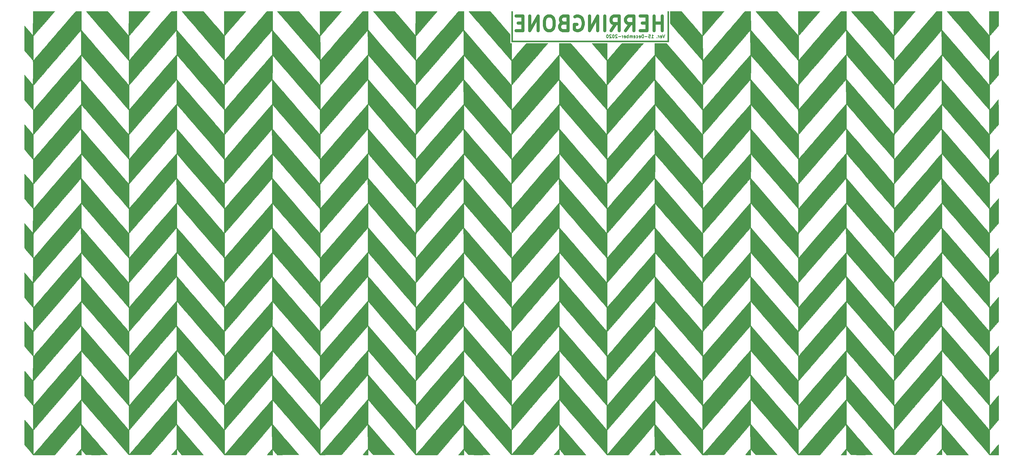
<source format=gbo>
G04 #@! TF.GenerationSoftware,KiCad,Pcbnew,(5.1.4)-1*
G04 #@! TF.CreationDate,2021-09-06T19:14:00+08:00*
G04 #@! TF.ProjectId,HerringbonePro,48657272-696e-4676-926f-6e6550726f2e,rev?*
G04 #@! TF.SameCoordinates,Original*
G04 #@! TF.FileFunction,Legend,Bot*
G04 #@! TF.FilePolarity,Positive*
%FSLAX46Y46*%
G04 Gerber Fmt 4.6, Leading zero omitted, Abs format (unit mm)*
G04 Created by KiCad (PCBNEW (5.1.4)-1) date 2021-09-06 19:14:00*
%MOMM*%
%LPD*%
G04 APERTURE LIST*
%ADD10C,1.000000*%
%ADD11C,0.250000*%
%ADD12C,0.010000*%
G04 APERTURE END LIST*
D10*
X196271577Y22876934D02*
X196271577Y27576934D01*
X196271577Y25338839D02*
X193585863Y25338839D01*
X193585863Y22876934D02*
X193585863Y27576934D01*
X191347767Y25338839D02*
X189781101Y25338839D01*
X189109672Y22876934D02*
X191347767Y22876934D01*
X191347767Y27576934D01*
X189109672Y27576934D01*
X184409672Y22876934D02*
X185976339Y25115029D01*
X187095386Y22876934D02*
X187095386Y27576934D01*
X185304910Y27576934D01*
X184857291Y27353125D01*
X184633482Y27129315D01*
X184409672Y26681696D01*
X184409672Y26010267D01*
X184633482Y25562648D01*
X184857291Y25338839D01*
X185304910Y25115029D01*
X187095386Y25115029D01*
X179709672Y22876934D02*
X181276339Y25115029D01*
X182395386Y22876934D02*
X182395386Y27576934D01*
X180604910Y27576934D01*
X180157291Y27353125D01*
X179933482Y27129315D01*
X179709672Y26681696D01*
X179709672Y26010267D01*
X179933482Y25562648D01*
X180157291Y25338839D01*
X180604910Y25115029D01*
X182395386Y25115029D01*
X177695386Y22876934D02*
X177695386Y27576934D01*
X175457291Y22876934D02*
X175457291Y27576934D01*
X172771577Y22876934D01*
X172771577Y27576934D01*
X168071577Y27353125D02*
X168519196Y27576934D01*
X169190625Y27576934D01*
X169862053Y27353125D01*
X170309672Y26905505D01*
X170533482Y26457886D01*
X170757291Y25562648D01*
X170757291Y24891220D01*
X170533482Y23995982D01*
X170309672Y23548363D01*
X169862053Y23100744D01*
X169190625Y22876934D01*
X168743005Y22876934D01*
X168071577Y23100744D01*
X167847767Y23324553D01*
X167847767Y24891220D01*
X168743005Y24891220D01*
X164266815Y25338839D02*
X163595386Y25115029D01*
X163371577Y24891220D01*
X163147767Y24443601D01*
X163147767Y23772172D01*
X163371577Y23324553D01*
X163595386Y23100744D01*
X164043005Y22876934D01*
X165833482Y22876934D01*
X165833482Y27576934D01*
X164266815Y27576934D01*
X163819196Y27353125D01*
X163595386Y27129315D01*
X163371577Y26681696D01*
X163371577Y26234077D01*
X163595386Y25786458D01*
X163819196Y25562648D01*
X164266815Y25338839D01*
X165833482Y25338839D01*
X160238244Y27576934D02*
X159343005Y27576934D01*
X158895386Y27353125D01*
X158447767Y26905505D01*
X158223958Y26010267D01*
X158223958Y24443601D01*
X158447767Y23548363D01*
X158895386Y23100744D01*
X159343005Y22876934D01*
X160238244Y22876934D01*
X160685863Y23100744D01*
X161133482Y23548363D01*
X161357291Y24443601D01*
X161357291Y26010267D01*
X161133482Y26905505D01*
X160685863Y27353125D01*
X160238244Y27576934D01*
X156209672Y22876934D02*
X156209672Y27576934D01*
X153523958Y22876934D01*
X153523958Y27576934D01*
X151285863Y25338839D02*
X149719196Y25338839D01*
X149047767Y22876934D02*
X151285863Y22876934D01*
X151285863Y27576934D01*
X149047767Y27576934D01*
D11*
X196989136Y21581994D02*
X196655803Y20581994D01*
X196322470Y21581994D01*
X195608184Y20629613D02*
X195703422Y20581994D01*
X195893898Y20581994D01*
X195989136Y20629613D01*
X196036755Y20724851D01*
X196036755Y21105803D01*
X195989136Y21201041D01*
X195893898Y21248660D01*
X195703422Y21248660D01*
X195608184Y21201041D01*
X195560565Y21105803D01*
X195560565Y21010565D01*
X196036755Y20915327D01*
X195131994Y20581994D02*
X195131994Y21248660D01*
X195131994Y21058184D02*
X195084375Y21153422D01*
X195036755Y21201041D01*
X194941517Y21248660D01*
X194846279Y21248660D01*
X194512946Y20677232D02*
X194465327Y20629613D01*
X194512946Y20581994D01*
X194560565Y20629613D01*
X194512946Y20677232D01*
X194512946Y20581994D01*
X192751041Y20581994D02*
X193322470Y20581994D01*
X193036755Y20581994D02*
X193036755Y21581994D01*
X193131994Y21439136D01*
X193227232Y21343898D01*
X193322470Y21296279D01*
X191846279Y21581994D02*
X192322470Y21581994D01*
X192370089Y21105803D01*
X192322470Y21153422D01*
X192227232Y21201041D01*
X191989136Y21201041D01*
X191893898Y21153422D01*
X191846279Y21105803D01*
X191798660Y21010565D01*
X191798660Y20772470D01*
X191846279Y20677232D01*
X191893898Y20629613D01*
X191989136Y20581994D01*
X192227232Y20581994D01*
X192322470Y20629613D01*
X192370089Y20677232D01*
X191370089Y20962946D02*
X190608184Y20962946D01*
X190131994Y20581994D02*
X190131994Y21581994D01*
X189893898Y21581994D01*
X189751041Y21534375D01*
X189655803Y21439136D01*
X189608184Y21343898D01*
X189560565Y21153422D01*
X189560565Y21010565D01*
X189608184Y20820089D01*
X189655803Y20724851D01*
X189751041Y20629613D01*
X189893898Y20581994D01*
X190131994Y20581994D01*
X188751041Y20629613D02*
X188846279Y20581994D01*
X189036755Y20581994D01*
X189131994Y20629613D01*
X189179613Y20724851D01*
X189179613Y21105803D01*
X189131994Y21201041D01*
X189036755Y21248660D01*
X188846279Y21248660D01*
X188751041Y21201041D01*
X188703422Y21105803D01*
X188703422Y21010565D01*
X189179613Y20915327D01*
X187846279Y20629613D02*
X187941517Y20581994D01*
X188131994Y20581994D01*
X188227232Y20629613D01*
X188274851Y20677232D01*
X188322470Y20772470D01*
X188322470Y21058184D01*
X188274851Y21153422D01*
X188227232Y21201041D01*
X188131994Y21248660D01*
X187941517Y21248660D01*
X187846279Y21201041D01*
X187036755Y20629613D02*
X187131994Y20581994D01*
X187322470Y20581994D01*
X187417708Y20629613D01*
X187465327Y20724851D01*
X187465327Y21105803D01*
X187417708Y21201041D01*
X187322470Y21248660D01*
X187131994Y21248660D01*
X187036755Y21201041D01*
X186989136Y21105803D01*
X186989136Y21010565D01*
X187465327Y20915327D01*
X186560565Y20581994D02*
X186560565Y21248660D01*
X186560565Y21153422D02*
X186512946Y21201041D01*
X186417708Y21248660D01*
X186274851Y21248660D01*
X186179613Y21201041D01*
X186131994Y21105803D01*
X186131994Y20581994D01*
X186131994Y21105803D02*
X186084375Y21201041D01*
X185989136Y21248660D01*
X185846279Y21248660D01*
X185751041Y21201041D01*
X185703422Y21105803D01*
X185703422Y20581994D01*
X185227232Y20581994D02*
X185227232Y21581994D01*
X185227232Y21201041D02*
X185131994Y21248660D01*
X184941517Y21248660D01*
X184846279Y21201041D01*
X184798660Y21153422D01*
X184751041Y21058184D01*
X184751041Y20772470D01*
X184798660Y20677232D01*
X184846279Y20629613D01*
X184941517Y20581994D01*
X185131994Y20581994D01*
X185227232Y20629613D01*
X183941517Y20629613D02*
X184036755Y20581994D01*
X184227232Y20581994D01*
X184322470Y20629613D01*
X184370089Y20724851D01*
X184370089Y21105803D01*
X184322470Y21201041D01*
X184227232Y21248660D01*
X184036755Y21248660D01*
X183941517Y21201041D01*
X183893898Y21105803D01*
X183893898Y21010565D01*
X184370089Y20915327D01*
X183465327Y20581994D02*
X183465327Y21248660D01*
X183465327Y21058184D02*
X183417708Y21153422D01*
X183370089Y21201041D01*
X183274851Y21248660D01*
X183179613Y21248660D01*
X182846279Y20962946D02*
X182084375Y20962946D01*
X181655803Y21486755D02*
X181608184Y21534375D01*
X181512946Y21581994D01*
X181274851Y21581994D01*
X181179613Y21534375D01*
X181131994Y21486755D01*
X181084375Y21391517D01*
X181084375Y21296279D01*
X181131994Y21153422D01*
X181703422Y20581994D01*
X181084375Y20581994D01*
X180465327Y21581994D02*
X180370089Y21581994D01*
X180274851Y21534375D01*
X180227232Y21486755D01*
X180179613Y21391517D01*
X180131994Y21201041D01*
X180131994Y20962946D01*
X180179613Y20772470D01*
X180227232Y20677232D01*
X180274851Y20629613D01*
X180370089Y20581994D01*
X180465327Y20581994D01*
X180560565Y20629613D01*
X180608184Y20677232D01*
X180655803Y20772470D01*
X180703422Y20962946D01*
X180703422Y21201041D01*
X180655803Y21391517D01*
X180608184Y21486755D01*
X180560565Y21534375D01*
X180465327Y21581994D01*
X179751041Y21486755D02*
X179703422Y21534375D01*
X179608184Y21581994D01*
X179370089Y21581994D01*
X179274851Y21534375D01*
X179227232Y21486755D01*
X179179613Y21391517D01*
X179179613Y21296279D01*
X179227232Y21153422D01*
X179798660Y20581994D01*
X179179613Y20581994D01*
X178560565Y21581994D02*
X178465327Y21581994D01*
X178370089Y21534375D01*
X178322470Y21486755D01*
X178274851Y21391517D01*
X178227232Y21201041D01*
X178227232Y20962946D01*
X178274851Y20772470D01*
X178322470Y20677232D01*
X178370089Y20629613D01*
X178465327Y20581994D01*
X178560565Y20581994D01*
X178655803Y20629613D01*
X178703422Y20677232D01*
X178751041Y20772470D01*
X178798660Y20962946D01*
X178798660Y21201041D01*
X178751041Y21391517D01*
X178703422Y21486755D01*
X178655803Y21534375D01*
X178560565Y21581994D01*
D12*
G36*
X38697398Y29144073D02*
G01*
X37791962Y29120042D01*
X35643153Y26622375D01*
X34560896Y25364430D01*
X33447093Y24069848D01*
X32320424Y22760336D01*
X31199563Y21457601D01*
X30103189Y20183352D01*
X29049979Y18959296D01*
X28058609Y17807139D01*
X27147758Y16748590D01*
X26646478Y16166042D01*
X26179728Y15623292D01*
X25738725Y15109840D01*
X25337994Y14642647D01*
X24992062Y14238673D01*
X24715455Y13914881D01*
X24522700Y13688230D01*
X24436430Y13585585D01*
X24193500Y13291127D01*
X24193500Y21180171D01*
X25429602Y22610106D01*
X25788284Y23024793D01*
X26234115Y23539853D01*
X26743258Y24127769D01*
X27291875Y24761025D01*
X27856129Y25412104D01*
X28412183Y26053489D01*
X28752769Y26446207D01*
X29227531Y26994270D01*
X29670258Y27506716D01*
X30067942Y27968387D01*
X30407574Y28364121D01*
X30676146Y28678760D01*
X30860650Y28897143D01*
X30948076Y29004110D01*
X30950468Y29007373D01*
X30972006Y29045622D01*
X30966989Y29077005D01*
X30920700Y29102201D01*
X30818423Y29121887D01*
X30645445Y29136741D01*
X30387048Y29147442D01*
X30028519Y29154667D01*
X29555140Y29159094D01*
X28952198Y29161401D01*
X28204976Y29162265D01*
X27585805Y29162375D01*
X24110508Y29162375D01*
X24066500Y21277663D01*
X21822852Y23886519D01*
X21277669Y24520544D01*
X20717680Y25171971D01*
X20163847Y25816403D01*
X19637133Y26429440D01*
X19158501Y26986685D01*
X18748913Y27463739D01*
X18436185Y27828214D01*
X17293167Y29161052D01*
X13790300Y29161714D01*
X12928743Y29161561D01*
X12221939Y29160325D01*
X11655311Y29157373D01*
X11214280Y29152074D01*
X10884267Y29143795D01*
X10650694Y29131903D01*
X10498981Y29115768D01*
X10414551Y29094756D01*
X10382824Y29068235D01*
X10389222Y29035574D01*
X10403633Y29014860D01*
X10464914Y28939555D01*
X10569007Y28815174D01*
X10719820Y28637192D01*
X10921261Y28401083D01*
X11177238Y28102321D01*
X11491659Y27736381D01*
X11868434Y27298737D01*
X12311469Y26784865D01*
X12824672Y26190238D01*
X13411953Y25510330D01*
X14077219Y24740618D01*
X14824378Y23876574D01*
X15657339Y22913674D01*
X16580010Y21847391D01*
X17596298Y20673201D01*
X18710112Y19386578D01*
X19925360Y17982997D01*
X21245951Y16457931D01*
X21844000Y15767331D01*
X24108833Y13152053D01*
X24108833Y9261548D01*
X24108061Y8468115D01*
X24105847Y7729034D01*
X24102351Y7061026D01*
X24097730Y6480813D01*
X24092142Y6005117D01*
X24085745Y5650659D01*
X24078697Y5434161D01*
X24072111Y5371042D01*
X24036066Y5406398D01*
X23937627Y5514826D01*
X23773734Y5699869D01*
X23541329Y5965070D01*
X23237353Y6313972D01*
X22858746Y6750116D01*
X22402449Y7277047D01*
X21865403Y7898306D01*
X21244549Y8617436D01*
X20536828Y9437979D01*
X19739181Y10363479D01*
X18848549Y11397477D01*
X17861872Y12543518D01*
X16776092Y13805142D01*
X15628689Y15138774D01*
X8702438Y15138774D01*
X7719290Y14001408D01*
X7328218Y13549376D01*
X6907522Y13063745D01*
X6497608Y12591119D01*
X6138883Y12178100D01*
X5999064Y12017375D01*
X5607032Y11566354D01*
X5117960Y11002548D01*
X4545279Y10341510D01*
X3902418Y9598792D01*
X3202807Y8789948D01*
X2459877Y7930530D01*
X1687056Y7036090D01*
X897775Y6122181D01*
X105463Y5204355D01*
X-676450Y4298166D01*
X-1434534Y3419165D01*
X-2155360Y2582905D01*
X-2825497Y1804939D01*
X-3431516Y1100820D01*
X-3959987Y486100D01*
X-4254500Y143059D01*
X-4759026Y-444493D01*
X-5228727Y-990497D01*
X-5652334Y-1481925D01*
X-6018577Y-1905751D01*
X-6316187Y-2248946D01*
X-6533895Y-2498483D01*
X-6660432Y-2641334D01*
X-6688667Y-2670889D01*
X-6692968Y-2589291D01*
X-6696975Y-2355010D01*
X-6700600Y-1984700D01*
X-6703752Y-1495012D01*
X-6706341Y-902597D01*
X-6708276Y-224107D01*
X-6709469Y523806D01*
X-6709833Y1247328D01*
X-6709833Y5166946D01*
X-5969000Y6018133D01*
X-5614619Y6425914D01*
X-5156793Y6953775D01*
X-4594465Y7602940D01*
X-3926575Y8374632D01*
X-3152066Y9270073D01*
X-2269880Y10290487D01*
X-1278957Y11437097D01*
X-516989Y12319006D01*
X-71221Y12835431D01*
X461074Y13452835D01*
X1056182Y14143664D01*
X1690385Y14880369D01*
X2339966Y15635396D01*
X2981209Y16381196D01*
X3590398Y17090215D01*
X3710159Y17229673D01*
X4559160Y18218365D01*
X5304547Y19086314D01*
X5952992Y19841271D01*
X6511167Y20490991D01*
X6985740Y21043224D01*
X7383384Y21505725D01*
X7710770Y21886245D01*
X7974568Y22192538D01*
X8181448Y22432355D01*
X8338083Y22613450D01*
X8451143Y22743575D01*
X8527298Y22830483D01*
X8573219Y22881925D01*
X8581393Y22890841D01*
X8607990Y22895663D01*
X8630251Y22839309D01*
X8648560Y22709239D01*
X8663298Y22492912D01*
X8674849Y22177788D01*
X8683594Y21751329D01*
X8689917Y21200994D01*
X8694199Y20514244D01*
X8696824Y19678538D01*
X8697792Y19075207D01*
X8702438Y15138774D01*
X15628689Y15138774D01*
X15588149Y15185893D01*
X14294985Y16689313D01*
X13397947Y17732375D01*
X12842997Y18377602D01*
X12276539Y19036022D01*
X11718251Y19684779D01*
X11187806Y20301018D01*
X10704881Y20861879D01*
X10289150Y21344508D01*
X9960288Y21726047D01*
X9907905Y21786783D01*
X8784167Y23089525D01*
X8784167Y29162375D01*
X7036385Y29162375D01*
X5518443Y27412141D01*
X5057972Y26881041D01*
X4578894Y26328193D01*
X4108972Y25785656D01*
X3675971Y25285488D01*
X3307653Y24859749D01*
X3111500Y24632811D01*
X2868322Y24351372D01*
X2530571Y23960569D01*
X2114432Y23479125D01*
X1636090Y22925764D01*
X1111730Y22319208D01*
X557538Y21678180D01*
X-10301Y21021404D01*
X-407331Y20562212D01*
X-1022319Y19850563D01*
X-1674389Y19095302D01*
X-2340320Y18323368D01*
X-2996894Y17561701D01*
X-3620891Y16837241D01*
X-4189093Y16176928D01*
X-4678280Y15607700D01*
X-4834910Y15425209D01*
X-5269129Y14920399D01*
X-5667927Y14459318D01*
X-6018060Y14057077D01*
X-6306287Y13728787D01*
X-6519365Y13489559D01*
X-6644053Y13354504D01*
X-6671245Y13329709D01*
X-6679112Y13411589D01*
X-6686441Y13646085D01*
X-6693065Y14016481D01*
X-6698820Y14506058D01*
X-6703538Y15098100D01*
X-6707055Y15775891D01*
X-6709204Y16522713D01*
X-6709833Y17222462D01*
X-6709833Y21115216D01*
X-4995333Y23093067D01*
X-4306882Y23887434D01*
X-3634891Y24663131D01*
X-2989105Y25408888D01*
X-2379270Y26113435D01*
X-1815132Y26765501D01*
X-1306437Y27353817D01*
X-862931Y27867111D01*
X-494360Y28294114D01*
X-210470Y28623555D01*
X-21007Y28844165D01*
X49860Y28927380D01*
X247886Y29162375D01*
X-6792809Y29162375D01*
X-6836833Y21348965D01*
X-8191500Y22927418D01*
X-9546167Y24505872D01*
X-9568157Y20479596D01*
X-9590147Y16453319D01*
X-8340490Y15010206D01*
X-7970233Y14581641D01*
X-7629990Y14185958D01*
X-7338029Y13844547D01*
X-7112614Y13578800D01*
X-6972012Y13410105D01*
X-6941815Y13372260D01*
X-6906774Y13316627D01*
X-6877855Y13239722D01*
X-6854589Y13126474D01*
X-6836509Y12961812D01*
X-6823147Y12730663D01*
X-6814034Y12417958D01*
X-6808703Y12008624D01*
X-6806686Y11487592D01*
X-6807514Y10839789D01*
X-6810720Y10050144D01*
X-6814815Y9282547D01*
X-6836833Y5387666D01*
X-7810500Y6532909D01*
X-8161332Y6944803D01*
X-8506793Y7349038D01*
X-8818504Y7712503D01*
X-9068085Y8002085D01*
X-9186333Y8138190D01*
X-9588500Y8598229D01*
X-9588500Y496107D01*
X-6799704Y-2714625D01*
X-6799777Y-6651625D01*
X-6799851Y-10588625D01*
X-6987675Y-10374383D01*
X-7098177Y-10246718D01*
X-7299099Y-10013011D01*
X-7570929Y-9696018D01*
X-7894159Y-9318497D01*
X-8249277Y-8903205D01*
X-8348667Y-8786883D01*
X-8696427Y-8381556D01*
X-9006353Y-8023651D01*
X-9261985Y-7731903D01*
X-9446866Y-7525045D01*
X-9544533Y-7421813D01*
X-9555167Y-7413625D01*
X-9561860Y-7495548D01*
X-9568105Y-7730350D01*
X-9573763Y-8101572D01*
X-9578701Y-8592760D01*
X-9582779Y-9187458D01*
X-9585863Y-9869210D01*
X-9587815Y-10621561D01*
X-9588500Y-11428053D01*
X-9588500Y-15448225D01*
X-8191500Y-17065624D01*
X-6794500Y-18683024D01*
X-6794500Y-26565578D01*
X-7323667Y-25934198D01*
X-7579247Y-25630815D01*
X-7906854Y-25244211D01*
X-8268114Y-24819559D01*
X-8624651Y-24402035D01*
X-8699500Y-24314623D01*
X-9546167Y-23326428D01*
X-9568158Y-27356837D01*
X-9590150Y-31387246D01*
X-9356492Y-31665291D01*
X-9176900Y-31876551D01*
X-8923822Y-32170985D01*
X-8619611Y-32522920D01*
X-8286618Y-32906689D01*
X-7947197Y-33296621D01*
X-7623701Y-33667046D01*
X-7338483Y-33992294D01*
X-7113894Y-34246696D01*
X-6972289Y-34404582D01*
X-6953448Y-34424929D01*
X-6752167Y-34639233D01*
X-6836833Y-42442201D01*
X-9546167Y-39295437D01*
X-9568168Y-43302080D01*
X-9572924Y-44233941D01*
X-9575757Y-45011317D01*
X-9576218Y-45649050D01*
X-9573859Y-46161982D01*
X-9568231Y-46564954D01*
X-9558886Y-46872810D01*
X-9545374Y-47100391D01*
X-9527248Y-47262539D01*
X-9504059Y-47374095D01*
X-9475358Y-47449902D01*
X-9441168Y-47504186D01*
X-9343320Y-47623796D01*
X-9152497Y-47849628D01*
X-8887017Y-48160283D01*
X-8565199Y-48534360D01*
X-8205363Y-48950458D01*
X-8042482Y-49138149D01*
X-6792798Y-50576649D01*
X-6814815Y-54483476D01*
X-6836833Y-58390303D01*
X-7937500Y-57109824D01*
X-8295135Y-56694050D01*
X-8633238Y-56301515D01*
X-8929369Y-55958228D01*
X-9161091Y-55690199D01*
X-9305965Y-55523439D01*
X-9310154Y-55518651D01*
X-9582142Y-55207958D01*
X-9588500Y-63284892D01*
X-8191500Y-64902291D01*
X-6794500Y-66519691D01*
X-6797317Y-70346491D01*
X-6798157Y-71249721D01*
X-6799633Y-71997407D01*
X-6802356Y-72603341D01*
X-6806935Y-73081311D01*
X-6813981Y-73445109D01*
X-6824103Y-73708524D01*
X-6837914Y-73885347D01*
X-6856021Y-73989368D01*
X-6879036Y-74034376D01*
X-6907569Y-74034162D01*
X-6942230Y-74002517D01*
X-6958267Y-73983764D01*
X-7155775Y-73749714D01*
X-7415956Y-73445266D01*
X-7720419Y-73091534D01*
X-8050773Y-72709630D01*
X-8388626Y-72320670D01*
X-8715586Y-71945766D01*
X-9013263Y-71606034D01*
X-9263264Y-71322587D01*
X-9447198Y-71116539D01*
X-9546673Y-71009003D01*
X-9558798Y-70998291D01*
X-9564761Y-71080215D01*
X-9570325Y-71315019D01*
X-9575367Y-71686248D01*
X-9579766Y-72177449D01*
X-9583400Y-72772168D01*
X-9586149Y-73453951D01*
X-9587889Y-74206345D01*
X-9588500Y-75012895D01*
X-9588500Y-79034877D01*
X-8190650Y-80641158D01*
X-6792801Y-82247439D01*
X-6836833Y-90079723D01*
X-8106833Y-88607158D01*
X-8475975Y-88178671D01*
X-8812030Y-87787704D01*
X-9097809Y-87454327D01*
X-9316123Y-87198609D01*
X-9449782Y-87040622D01*
X-9479974Y-87003942D01*
X-9504491Y-87005175D01*
X-9525048Y-87083740D01*
X-9541937Y-87250871D01*
X-9555454Y-87517804D01*
X-9565890Y-87895773D01*
X-9573539Y-88396012D01*
X-9578696Y-89029755D01*
X-9581652Y-89808237D01*
X-9582702Y-90742692D01*
X-9582711Y-90937291D01*
X-9582307Y-95001291D01*
X-8188403Y-96600534D01*
X-6794500Y-98199777D01*
X-6794500Y-105966057D01*
X-8118445Y-104420674D01*
X-8492235Y-103984560D01*
X-8831242Y-103589398D01*
X-9119307Y-103253995D01*
X-9340270Y-102997156D01*
X-9477971Y-102837688D01*
X-9515445Y-102794858D01*
X-9530413Y-102860007D01*
X-9544185Y-103079628D01*
X-9556495Y-103438864D01*
X-9567076Y-103922857D01*
X-9575662Y-104516747D01*
X-9581986Y-105205678D01*
X-9585782Y-105974790D01*
X-9586801Y-106774191D01*
X-9585103Y-110833958D01*
X-8173301Y-112463791D01*
X-6761498Y-114093625D01*
X222359Y-114093625D01*
X3254430Y-110563085D01*
X3846202Y-109874208D01*
X4423563Y-109202453D01*
X4973577Y-108562845D01*
X5483313Y-107970409D01*
X5939839Y-107440168D01*
X6330220Y-106987147D01*
X6641524Y-106626369D01*
X6860819Y-106372860D01*
X6921500Y-106302993D01*
X7246643Y-105927516D01*
X7596742Y-105520132D01*
X7918311Y-105143198D01*
X8064500Y-104970430D01*
X8292641Y-104706874D01*
X8482850Y-104500550D01*
X8607600Y-104380671D01*
X8637551Y-104362189D01*
X8650723Y-104442974D01*
X8662798Y-104676389D01*
X8673516Y-105045730D01*
X8682618Y-105534296D01*
X8689844Y-106125384D01*
X8694936Y-106802292D01*
X8697632Y-107548317D01*
X8697826Y-108242469D01*
X8693052Y-112127979D01*
X7846393Y-113110802D01*
X6999735Y-114093625D01*
X8778243Y-114093625D01*
X8802372Y-113245040D01*
X8826500Y-112396456D01*
X9546167Y-113242546D01*
X10265833Y-114088636D01*
X13758333Y-114091130D01*
X14508794Y-114090264D01*
X15203977Y-114086755D01*
X15826233Y-114080894D01*
X16357914Y-114072972D01*
X16781371Y-114063278D01*
X17078955Y-114052102D01*
X17233018Y-114039735D01*
X17250833Y-114033694D01*
X17197303Y-113942318D01*
X17061083Y-113776996D01*
X16966575Y-113673861D01*
X16854042Y-113549067D01*
X16643804Y-113309880D01*
X16348223Y-112970585D01*
X15979665Y-112545465D01*
X15550495Y-112048805D01*
X15073077Y-111494890D01*
X14559777Y-110898006D01*
X14090812Y-110351581D01*
X13504478Y-109667965D01*
X12900261Y-108963872D01*
X12297891Y-108262268D01*
X11717095Y-107586117D01*
X11177603Y-106958385D01*
X10699144Y-106402036D01*
X10301445Y-105940036D01*
X10141738Y-105754714D01*
X8784167Y-104180224D01*
X8784167Y-100331591D01*
X8784895Y-99542571D01*
X8786980Y-98807994D01*
X8790272Y-98144671D01*
X8794622Y-97569415D01*
X8799881Y-97099039D01*
X8805897Y-96750355D01*
X8812523Y-96540176D01*
X8818404Y-96482958D01*
X8848569Y-96507331D01*
X8924118Y-96586014D01*
X9052334Y-96727356D01*
X9240501Y-96939705D01*
X9495902Y-97231408D01*
X9825819Y-97610813D01*
X10237537Y-98086269D01*
X10738339Y-98666122D01*
X11335507Y-99358722D01*
X11959167Y-100082797D01*
X12261169Y-100433009D01*
X12654997Y-100888866D01*
X13121436Y-101428172D01*
X13641270Y-102028729D01*
X14195284Y-102668341D01*
X14764262Y-103324811D01*
X15328990Y-103975941D01*
X15480211Y-104150216D01*
X16028922Y-104782793D01*
X16577361Y-105415574D01*
X17108095Y-106028409D01*
X17603689Y-106601149D01*
X18046711Y-107113641D01*
X18419727Y-107545736D01*
X18705303Y-107877284D01*
X18782211Y-107966822D01*
X19042546Y-108269717D01*
X19394731Y-108678695D01*
X19819815Y-109171787D01*
X20298844Y-109727026D01*
X20812868Y-110322446D01*
X21342933Y-110936079D01*
X21865167Y-111540265D01*
X24066500Y-114086178D01*
X27580167Y-114084879D01*
X31093833Y-114083580D01*
X33422167Y-111366346D01*
X34435414Y-110184170D01*
X35342773Y-109126222D01*
X36148231Y-108187889D01*
X36855778Y-107364553D01*
X37469402Y-106651601D01*
X37993092Y-106044417D01*
X38430837Y-105538386D01*
X38786624Y-105128892D01*
X39064444Y-104811321D01*
X39268283Y-104581057D01*
X39402132Y-104433485D01*
X39469978Y-104363990D01*
X39479964Y-104356958D01*
X39487707Y-104438831D01*
X39494794Y-104673278D01*
X39501071Y-105043542D01*
X39506388Y-105532862D01*
X39510592Y-106124482D01*
X39513531Y-106801642D01*
X39515053Y-107547584D01*
X39515113Y-108230458D01*
X39512059Y-112103958D01*
X38672854Y-113077625D01*
X37833649Y-114051291D01*
X38686935Y-114075541D01*
X39047507Y-114083152D01*
X39338490Y-114084310D01*
X39522660Y-114079160D01*
X39567843Y-114072170D01*
X39580515Y-113981407D01*
X39593006Y-113757946D01*
X39603643Y-113438419D01*
X39609303Y-113163920D01*
X39623140Y-112283291D01*
X39845820Y-112546475D01*
X39999545Y-112727609D01*
X40225425Y-112993094D01*
X40485652Y-113298511D01*
X40616259Y-113451642D01*
X41164017Y-114093625D01*
X44662238Y-114093625D01*
X48160458Y-114093624D01*
X47488140Y-113310458D01*
X47314164Y-113107952D01*
X47041298Y-112790545D01*
X46681111Y-112371685D01*
X46245168Y-111864818D01*
X45745038Y-111283391D01*
X45192287Y-110640853D01*
X44598483Y-109950649D01*
X43975192Y-109226228D01*
X43333982Y-108481036D01*
X43209428Y-108336291D01*
X39603034Y-104145291D01*
X39602934Y-100271791D01*
X39603668Y-99480148D01*
X39605810Y-98742893D01*
X39609206Y-98076784D01*
X39613702Y-97498580D01*
X39619143Y-97025040D01*
X39625376Y-96672922D01*
X39632247Y-96458984D01*
X39638540Y-96398291D01*
X39699985Y-96460229D01*
X39858761Y-96636358D01*
X40102173Y-96912154D01*
X40417524Y-97273093D01*
X40792120Y-97704650D01*
X41213265Y-98192299D01*
X41618156Y-98663125D01*
X42942788Y-100205662D01*
X44273001Y-101753190D01*
X45593793Y-103288304D01*
X46890163Y-104793599D01*
X48147111Y-106251673D01*
X49349636Y-107645121D01*
X50482737Y-108956539D01*
X51531413Y-110168524D01*
X52200485Y-110940663D01*
X54934471Y-114093625D01*
X58423485Y-114093054D01*
X61912500Y-114092483D01*
X63491438Y-112251554D01*
X64003728Y-111654641D01*
X64575994Y-110988489D01*
X65170804Y-110296628D01*
X65750727Y-109622588D01*
X66278333Y-109009897D01*
X66530539Y-108717291D01*
X67007361Y-108163865D01*
X67525782Y-107561366D01*
X68051347Y-106949890D01*
X68549598Y-106369537D01*
X68986080Y-105860403D01*
X69142602Y-105677558D01*
X70294500Y-104331159D01*
X70338538Y-112165863D01*
X69723852Y-112879883D01*
X69450904Y-113198385D01*
X69198482Y-113495501D01*
X68999703Y-113732114D01*
X68907816Y-113843764D01*
X68706465Y-114093625D01*
X70506167Y-114093625D01*
X70506167Y-112391500D01*
X70922441Y-112882729D01*
X71183734Y-113188178D01*
X71456059Y-113501988D01*
X71663275Y-113736876D01*
X71987833Y-114099794D01*
X75477051Y-114075543D01*
X78966268Y-114051291D01*
X77767165Y-112654291D01*
X77399155Y-112225851D01*
X76947001Y-111699939D01*
X76437165Y-111107304D01*
X75896107Y-110478693D01*
X75350289Y-109844856D01*
X74826170Y-109236540D01*
X74707011Y-109098291D01*
X74193841Y-108502819D01*
X73654265Y-107876445D01*
X73114373Y-107249478D01*
X72600258Y-106652223D01*
X72138013Y-106114989D01*
X71753729Y-105668082D01*
X71672704Y-105573796D01*
X70499448Y-104208301D01*
X70504459Y-100372200D01*
X70505905Y-99583790D01*
X70508057Y-98849257D01*
X70510806Y-98185535D01*
X70514044Y-97609561D01*
X70517665Y-97138273D01*
X70521559Y-96788605D01*
X70525619Y-96577495D01*
X70528985Y-96519664D01*
X70586042Y-96579513D01*
X70745368Y-96757899D01*
X70998569Y-97045191D01*
X71337249Y-97431757D01*
X71753015Y-97907967D01*
X72237471Y-98464190D01*
X72782222Y-99090793D01*
X73378874Y-99778146D01*
X74019031Y-100516617D01*
X74694298Y-101296576D01*
X74908833Y-101544570D01*
X75639534Y-102389308D01*
X76371728Y-103235608D01*
X77092822Y-104068924D01*
X77790222Y-104874711D01*
X78451336Y-105638422D01*
X79063568Y-106345510D01*
X79614327Y-106981429D01*
X80091019Y-107531634D01*
X80481050Y-107981576D01*
X80750833Y-108292532D01*
X81213044Y-108825280D01*
X81753128Y-109448385D01*
X82338324Y-110124010D01*
X82935869Y-110814320D01*
X83513002Y-111481479D01*
X84002105Y-112047307D01*
X85771710Y-114095462D01*
X89288468Y-114073377D01*
X92805226Y-114051291D01*
X94483022Y-112103958D01*
X94916247Y-111600888D01*
X95436606Y-110996231D01*
X96020954Y-110316903D01*
X96646149Y-109589819D01*
X97289049Y-108841895D01*
X97926509Y-108100046D01*
X98535388Y-107391189D01*
X98679325Y-107223570D01*
X101197833Y-104290516D01*
X101241873Y-112083764D01*
X100500186Y-112941366D01*
X100214831Y-113272261D01*
X99961804Y-113567411D01*
X99765895Y-113797778D01*
X99651894Y-113934323D01*
X99642300Y-113946296D01*
X99601845Y-114011464D01*
X99620733Y-114053961D01*
X99724528Y-114078595D01*
X99938796Y-114090175D01*
X100289102Y-114093512D01*
X100425467Y-114093625D01*
X101324833Y-114093625D01*
X101324833Y-113160672D01*
X101324834Y-112227719D01*
X102094028Y-113123756D01*
X102380015Y-113451614D01*
X102632563Y-113731296D01*
X102828766Y-113938155D01*
X102945718Y-114047544D01*
X102961972Y-114057688D01*
X103065710Y-114065416D01*
X103320219Y-114071534D01*
X103706944Y-114075958D01*
X104207331Y-114078605D01*
X104802824Y-114079391D01*
X105474869Y-114078233D01*
X106204910Y-114075048D01*
X106471110Y-114073436D01*
X109881498Y-114051291D01*
X107910332Y-111757666D01*
X107378693Y-111139215D01*
X106765632Y-110426311D01*
X106100254Y-109652786D01*
X105411668Y-108852470D01*
X104728981Y-108059195D01*
X104081301Y-107306792D01*
X103631154Y-106784011D01*
X101323142Y-104103980D01*
X101345154Y-100196303D01*
X101367167Y-96288627D01*
X101705833Y-96712956D01*
X101838870Y-96874289D01*
X102067952Y-97146082D01*
X102378163Y-97510884D01*
X102754588Y-97951245D01*
X103182309Y-98449713D01*
X103646410Y-98988838D01*
X104122854Y-99540621D01*
X104711768Y-100222067D01*
X105376721Y-100992256D01*
X106083451Y-101811455D01*
X106797691Y-102639928D01*
X107485180Y-103437939D01*
X108111653Y-104165754D01*
X108313854Y-104400844D01*
X108798849Y-104964466D01*
X109373546Y-105631660D01*
X110016837Y-106377959D01*
X110707614Y-107178894D01*
X111424766Y-108009995D01*
X112147186Y-108846796D01*
X112853765Y-109664827D01*
X113523393Y-110439620D01*
X113554568Y-110475678D01*
X116682636Y-114093625D01*
X123666359Y-114093625D01*
X126698430Y-110563085D01*
X127290202Y-109874208D01*
X127867563Y-109202453D01*
X128417577Y-108562845D01*
X128927313Y-107970409D01*
X129383839Y-107440168D01*
X129774220Y-106987147D01*
X130085524Y-106626369D01*
X130304819Y-106372860D01*
X130365500Y-106302993D01*
X130690643Y-105927516D01*
X131040742Y-105520132D01*
X131362311Y-105143198D01*
X131508500Y-104970430D01*
X131736641Y-104706874D01*
X131926850Y-104500550D01*
X132051600Y-104380671D01*
X132081551Y-104362189D01*
X132094723Y-104442974D01*
X132106798Y-104676389D01*
X132117516Y-105045730D01*
X132126618Y-105534296D01*
X132133844Y-106125384D01*
X132138936Y-106802292D01*
X132141632Y-107548317D01*
X132141826Y-108242469D01*
X132137052Y-112127979D01*
X131290393Y-113110802D01*
X130443735Y-114093625D01*
X132222243Y-114093625D01*
X132246372Y-113245040D01*
X132270500Y-112396456D01*
X132990167Y-113242546D01*
X133709833Y-114088636D01*
X137202333Y-114091130D01*
X137952794Y-114090264D01*
X138647977Y-114086755D01*
X139270233Y-114080894D01*
X139801914Y-114072972D01*
X140225371Y-114063278D01*
X140522955Y-114052102D01*
X140677018Y-114039735D01*
X140694833Y-114033694D01*
X140641303Y-113942318D01*
X140505083Y-113776996D01*
X140410575Y-113673861D01*
X140298042Y-113549067D01*
X140087804Y-113309880D01*
X139792223Y-112970585D01*
X139423665Y-112545465D01*
X138994495Y-112048805D01*
X138517077Y-111494890D01*
X138003777Y-110898006D01*
X137534812Y-110351581D01*
X136948478Y-109667964D01*
X136344261Y-108963872D01*
X135741891Y-108262268D01*
X135161095Y-107586117D01*
X134621603Y-106958385D01*
X134143144Y-106402036D01*
X133745445Y-105940036D01*
X133585738Y-105754714D01*
X132228167Y-104180224D01*
X132228167Y-100331591D01*
X132228895Y-99542571D01*
X132230980Y-98807994D01*
X132234272Y-98144671D01*
X132238622Y-97569415D01*
X132243881Y-97099039D01*
X132249897Y-96750355D01*
X132256523Y-96540176D01*
X132262404Y-96482958D01*
X132292569Y-96507331D01*
X132368118Y-96586014D01*
X132496334Y-96727356D01*
X132684501Y-96939705D01*
X132939902Y-97231408D01*
X133269819Y-97610813D01*
X133681537Y-98086269D01*
X134182339Y-98666122D01*
X134779507Y-99358722D01*
X135403167Y-100082797D01*
X135705169Y-100433009D01*
X136098997Y-100888866D01*
X136565436Y-101428172D01*
X137085270Y-102028729D01*
X137639284Y-102668341D01*
X138208262Y-103324811D01*
X138772990Y-103975941D01*
X138924211Y-104150216D01*
X139472922Y-104782793D01*
X140021361Y-105415574D01*
X140552095Y-106028409D01*
X141047689Y-106601149D01*
X141490711Y-107113641D01*
X141863727Y-107545736D01*
X142149303Y-107877284D01*
X142226211Y-107966822D01*
X142486546Y-108269717D01*
X142838731Y-108678695D01*
X143263815Y-109171787D01*
X143742844Y-109727026D01*
X144256868Y-110322446D01*
X144786933Y-110936079D01*
X145309167Y-111540265D01*
X147510500Y-114086178D01*
X151024167Y-114084879D01*
X154537833Y-114083580D01*
X156866167Y-111366346D01*
X157879414Y-110184170D01*
X158786773Y-109126222D01*
X159592231Y-108187889D01*
X160299778Y-107364553D01*
X160913402Y-106651601D01*
X161437092Y-106044417D01*
X161874837Y-105538386D01*
X162230624Y-105128892D01*
X162508444Y-104811321D01*
X162712283Y-104581057D01*
X162846132Y-104433485D01*
X162913978Y-104363990D01*
X162923964Y-104356958D01*
X162931707Y-104438831D01*
X162938794Y-104673278D01*
X162945071Y-105043542D01*
X162950388Y-105532862D01*
X162954592Y-106124482D01*
X162957531Y-106801642D01*
X162959053Y-107547584D01*
X162959113Y-108230458D01*
X162956059Y-112103958D01*
X162116854Y-113077625D01*
X161277649Y-114051291D01*
X162130935Y-114075541D01*
X162491507Y-114083152D01*
X162782490Y-114084310D01*
X162966660Y-114079160D01*
X163011843Y-114072170D01*
X163024515Y-113981407D01*
X163037006Y-113757946D01*
X163047643Y-113438419D01*
X163053303Y-113163920D01*
X163067140Y-112283291D01*
X163289820Y-112546475D01*
X163443545Y-112727609D01*
X163669425Y-112993094D01*
X163929652Y-113298511D01*
X164060259Y-113451642D01*
X164608017Y-114093625D01*
X171604458Y-114093625D01*
X170932140Y-113310458D01*
X170758164Y-113107952D01*
X170485298Y-112790545D01*
X170125111Y-112371685D01*
X169689168Y-111864818D01*
X169189038Y-111283391D01*
X168636287Y-110640853D01*
X168042483Y-109950649D01*
X167419192Y-109226228D01*
X166777982Y-108481036D01*
X166653428Y-108336291D01*
X163047034Y-104145291D01*
X163046934Y-100271791D01*
X163047668Y-99480148D01*
X163049810Y-98742893D01*
X163053206Y-98076784D01*
X163057702Y-97498580D01*
X163063143Y-97025040D01*
X163069376Y-96672922D01*
X163076247Y-96458984D01*
X163082540Y-96398291D01*
X163143985Y-96460229D01*
X163302761Y-96636358D01*
X163546173Y-96912154D01*
X163861524Y-97273093D01*
X164236120Y-97704650D01*
X164657265Y-98192299D01*
X165062156Y-98663125D01*
X166386788Y-100205662D01*
X167717001Y-101753190D01*
X169037793Y-103288304D01*
X170334163Y-104793599D01*
X171591111Y-106251673D01*
X172793636Y-107645121D01*
X173926737Y-108956539D01*
X174975413Y-110168524D01*
X175644485Y-110940663D01*
X178378471Y-114093625D01*
X181867485Y-114093054D01*
X185356500Y-114092483D01*
X186935438Y-112251554D01*
X187447728Y-111654641D01*
X188019994Y-110988489D01*
X188614804Y-110296628D01*
X189194727Y-109622588D01*
X189722333Y-109009897D01*
X189974539Y-108717291D01*
X190451361Y-108163865D01*
X190969782Y-107561366D01*
X191495347Y-106949890D01*
X191993598Y-106369537D01*
X192430080Y-105860403D01*
X192586602Y-105677558D01*
X193738500Y-104331159D01*
X193782538Y-112165863D01*
X193167852Y-112879883D01*
X192894904Y-113198385D01*
X192642482Y-113495501D01*
X192443703Y-113732114D01*
X192351816Y-113843764D01*
X192150465Y-114093625D01*
X193950167Y-114093625D01*
X193950167Y-112391500D01*
X194366441Y-112882729D01*
X194627734Y-113188178D01*
X194900059Y-113501988D01*
X195107275Y-113736876D01*
X195431833Y-114099794D01*
X198921051Y-114075543D01*
X202410268Y-114051291D01*
X201211165Y-112654291D01*
X200843155Y-112225851D01*
X200391001Y-111699939D01*
X199881165Y-111107304D01*
X199340107Y-110478693D01*
X198794289Y-109844856D01*
X198270170Y-109236540D01*
X198151011Y-109098291D01*
X197637841Y-108502819D01*
X197098265Y-107876445D01*
X196558373Y-107249478D01*
X196044258Y-106652223D01*
X195582013Y-106114989D01*
X195197729Y-105668082D01*
X195116704Y-105573796D01*
X193943448Y-104208301D01*
X193948459Y-100372200D01*
X193949905Y-99583790D01*
X193952057Y-98849257D01*
X193954806Y-98185535D01*
X193958044Y-97609561D01*
X193961665Y-97138273D01*
X193965559Y-96788605D01*
X193969619Y-96577495D01*
X193972985Y-96519664D01*
X194030042Y-96579513D01*
X194189368Y-96757899D01*
X194442569Y-97045191D01*
X194781249Y-97431757D01*
X195197015Y-97907967D01*
X195681471Y-98464190D01*
X196226222Y-99090793D01*
X196822874Y-99778146D01*
X197463031Y-100516617D01*
X198138298Y-101296576D01*
X198352833Y-101544570D01*
X199083534Y-102389308D01*
X199815728Y-103235608D01*
X200536822Y-104068924D01*
X201234222Y-104874711D01*
X201895336Y-105638422D01*
X202507568Y-106345510D01*
X203058327Y-106981429D01*
X203535019Y-107531634D01*
X203925050Y-107981576D01*
X204194833Y-108292532D01*
X204657044Y-108825280D01*
X205197128Y-109448385D01*
X205782324Y-110124010D01*
X206379869Y-110814320D01*
X206957002Y-111481479D01*
X207446105Y-112047307D01*
X209215710Y-114095462D01*
X212732468Y-114073377D01*
X216249226Y-114051291D01*
X217927022Y-112103958D01*
X218360247Y-111600888D01*
X218880606Y-110996231D01*
X219464954Y-110316903D01*
X220090149Y-109589819D01*
X220733049Y-108841895D01*
X221370509Y-108100046D01*
X221979388Y-107391189D01*
X222123325Y-107223570D01*
X224641833Y-104290516D01*
X224685873Y-112083764D01*
X223944186Y-112941366D01*
X223658831Y-113272261D01*
X223405804Y-113567411D01*
X223209895Y-113797778D01*
X223095894Y-113934323D01*
X223086300Y-113946296D01*
X223045845Y-114011464D01*
X223064733Y-114053961D01*
X223168528Y-114078595D01*
X223382796Y-114090175D01*
X223733102Y-114093512D01*
X223869467Y-114093625D01*
X224768833Y-114093625D01*
X224768833Y-112227719D01*
X225538028Y-113123756D01*
X225824015Y-113451614D01*
X226076563Y-113731296D01*
X226272766Y-113938155D01*
X226389718Y-114047544D01*
X226405972Y-114057688D01*
X226509710Y-114065416D01*
X226764219Y-114071534D01*
X227150944Y-114075958D01*
X227651331Y-114078605D01*
X228246824Y-114079391D01*
X228918869Y-114078233D01*
X229648910Y-114075048D01*
X229915110Y-114073436D01*
X233325498Y-114051291D01*
X231354332Y-111757666D01*
X230822693Y-111139215D01*
X230209632Y-110426311D01*
X229544254Y-109652786D01*
X228855668Y-108852470D01*
X228172981Y-108059195D01*
X227525301Y-107306792D01*
X227075154Y-106784011D01*
X224767142Y-104103980D01*
X224789154Y-100196303D01*
X224811167Y-96288627D01*
X225149833Y-96712956D01*
X225282870Y-96874289D01*
X225511952Y-97146082D01*
X225822163Y-97510884D01*
X226198588Y-97951245D01*
X226626309Y-98449713D01*
X227090410Y-98988838D01*
X227566854Y-99540621D01*
X228155768Y-100222067D01*
X228820721Y-100992256D01*
X229527451Y-101811455D01*
X230241691Y-102639928D01*
X230929180Y-103437939D01*
X231555653Y-104165754D01*
X231757854Y-104400844D01*
X232242849Y-104964466D01*
X232817546Y-105631660D01*
X233460837Y-106377959D01*
X234151614Y-107178894D01*
X234868766Y-108009995D01*
X235591186Y-108846796D01*
X236297765Y-109664827D01*
X236967393Y-110439620D01*
X236998568Y-110475678D01*
X240126636Y-114093625D01*
X247110359Y-114093625D01*
X250142430Y-110563085D01*
X250734202Y-109874208D01*
X251311563Y-109202453D01*
X251861577Y-108562845D01*
X252371313Y-107970409D01*
X252827839Y-107440168D01*
X253218220Y-106987147D01*
X253529524Y-106626369D01*
X253748819Y-106372860D01*
X253809500Y-106302993D01*
X254134643Y-105927516D01*
X254484742Y-105520132D01*
X254806311Y-105143198D01*
X254952500Y-104970430D01*
X255180641Y-104706874D01*
X255370850Y-104500550D01*
X255495600Y-104380671D01*
X255525551Y-104362189D01*
X255538723Y-104442974D01*
X255550798Y-104676389D01*
X255561516Y-105045730D01*
X255570618Y-105534296D01*
X255577844Y-106125384D01*
X255582936Y-106802292D01*
X255585632Y-107548317D01*
X255585826Y-108242469D01*
X255581052Y-112127979D01*
X254734393Y-113110802D01*
X253887735Y-114093625D01*
X255666243Y-114093625D01*
X255690372Y-113245040D01*
X255714500Y-112396456D01*
X256434167Y-113242546D01*
X257153833Y-114088636D01*
X260646333Y-114091130D01*
X261396794Y-114090264D01*
X262091977Y-114086755D01*
X262714233Y-114080894D01*
X263245914Y-114072972D01*
X263669371Y-114063278D01*
X263966955Y-114052102D01*
X264121018Y-114039735D01*
X264138833Y-114033694D01*
X264085303Y-113942318D01*
X263949083Y-113776996D01*
X263854575Y-113673861D01*
X263742042Y-113549067D01*
X263531804Y-113309880D01*
X263236223Y-112970585D01*
X262867665Y-112545465D01*
X262438495Y-112048805D01*
X261961077Y-111494890D01*
X261447777Y-110898006D01*
X260978812Y-110351581D01*
X260392478Y-109667964D01*
X259788261Y-108963872D01*
X259185891Y-108262268D01*
X258605095Y-107586117D01*
X258065603Y-106958385D01*
X257587144Y-106402036D01*
X257189445Y-105940036D01*
X257029738Y-105754714D01*
X255672167Y-104180224D01*
X255672167Y-100331591D01*
X255672895Y-99542571D01*
X255674980Y-98807994D01*
X255678272Y-98144671D01*
X255682622Y-97569415D01*
X255687881Y-97099039D01*
X255693897Y-96750355D01*
X255700523Y-96540176D01*
X255706404Y-96482958D01*
X255736569Y-96507331D01*
X255812118Y-96586014D01*
X255940334Y-96727356D01*
X256128501Y-96939705D01*
X256383902Y-97231408D01*
X256713819Y-97610813D01*
X257125537Y-98086269D01*
X257626339Y-98666122D01*
X258223507Y-99358722D01*
X258847167Y-100082797D01*
X259149169Y-100433009D01*
X259542997Y-100888866D01*
X260009436Y-101428172D01*
X260529270Y-102028729D01*
X261083284Y-102668341D01*
X261652262Y-103324811D01*
X262216990Y-103975941D01*
X262368211Y-104150216D01*
X262916922Y-104782793D01*
X263465361Y-105415574D01*
X263996095Y-106028409D01*
X264491689Y-106601149D01*
X264934711Y-107113641D01*
X265307727Y-107545736D01*
X265593303Y-107877284D01*
X265670211Y-107966822D01*
X265930546Y-108269717D01*
X266282731Y-108678695D01*
X266707815Y-109171787D01*
X267186844Y-109727026D01*
X267700868Y-110322446D01*
X268230933Y-110936079D01*
X268753167Y-111540265D01*
X270954500Y-114086178D01*
X274468167Y-114084879D01*
X277981833Y-114083580D01*
X280310167Y-111366346D01*
X281323414Y-110184170D01*
X282230773Y-109126222D01*
X283036231Y-108187889D01*
X283743778Y-107364553D01*
X284357402Y-106651601D01*
X284881092Y-106044417D01*
X285318837Y-105538386D01*
X285674624Y-105128892D01*
X285952444Y-104811321D01*
X286156283Y-104581057D01*
X286290132Y-104433485D01*
X286357978Y-104363990D01*
X286367964Y-104356958D01*
X286375707Y-104438831D01*
X286382794Y-104673278D01*
X286389071Y-105043542D01*
X286394388Y-105532862D01*
X286398592Y-106124482D01*
X286401531Y-106801642D01*
X286403053Y-107547584D01*
X286403113Y-108230458D01*
X286400059Y-112103958D01*
X285560854Y-113077625D01*
X284721649Y-114051291D01*
X285574935Y-114075541D01*
X285935507Y-114083152D01*
X286226490Y-114084310D01*
X286410660Y-114079160D01*
X286455843Y-114072170D01*
X286468515Y-113981407D01*
X286481006Y-113757946D01*
X286491643Y-113438419D01*
X286497303Y-113163920D01*
X286511140Y-112283291D01*
X286733820Y-112546475D01*
X286887545Y-112727609D01*
X287113425Y-112993094D01*
X287373652Y-113298511D01*
X287504259Y-113451642D01*
X288052017Y-114093625D01*
X295048458Y-114093625D01*
X294376140Y-113310458D01*
X294202164Y-113107952D01*
X293929298Y-112790545D01*
X293569111Y-112371685D01*
X293133168Y-111864818D01*
X292633038Y-111283391D01*
X292080287Y-110640853D01*
X291486483Y-109950649D01*
X290863192Y-109226228D01*
X290221982Y-108481036D01*
X290097428Y-108336291D01*
X286491034Y-104145291D01*
X286490934Y-100271791D01*
X286491668Y-99480148D01*
X286493810Y-98742893D01*
X286497206Y-98076784D01*
X286501702Y-97498580D01*
X286507143Y-97025040D01*
X286513376Y-96672922D01*
X286520247Y-96458984D01*
X286526540Y-96398291D01*
X286587985Y-96460229D01*
X286746761Y-96636358D01*
X286990173Y-96912154D01*
X287305524Y-97273093D01*
X287680120Y-97704650D01*
X288101265Y-98192299D01*
X288506156Y-98663125D01*
X289830788Y-100205662D01*
X291161001Y-101753190D01*
X292481793Y-103288304D01*
X293778163Y-104793599D01*
X295035111Y-106251673D01*
X296237636Y-107645121D01*
X297370737Y-108956539D01*
X298419413Y-110168524D01*
X299088485Y-110940663D01*
X301822471Y-114093625D01*
X304778833Y-114093625D01*
X304778833Y-112400291D01*
X304777347Y-111885627D01*
X304773200Y-111433938D01*
X304766860Y-111070571D01*
X304758796Y-110820871D01*
X304749476Y-110710184D01*
X304747541Y-110706958D01*
X304685654Y-110768207D01*
X304530180Y-110939531D01*
X304297568Y-111202296D01*
X304004266Y-111537869D01*
X303666722Y-111927615D01*
X303533077Y-112082791D01*
X303167750Y-112507402D01*
X302826591Y-112903549D01*
X302529801Y-113247801D01*
X302297583Y-113516731D01*
X302150137Y-113686909D01*
X302127711Y-113712625D01*
X301905518Y-113966625D01*
X301902842Y-110059096D01*
X301900167Y-106151567D01*
X303339500Y-104479010D01*
X303875149Y-103856566D01*
X301757772Y-103856566D01*
X301754652Y-104522095D01*
X301747879Y-105043610D01*
X301737289Y-105429540D01*
X301722717Y-105688314D01*
X301704000Y-105828363D01*
X301680972Y-105858116D01*
X301679621Y-105856768D01*
X301607768Y-105774301D01*
X301436276Y-105575779D01*
X301175827Y-105273615D01*
X300837103Y-104880218D01*
X300430783Y-104408001D01*
X299967550Y-103869375D01*
X299458085Y-103276750D01*
X298913069Y-102642539D01*
X298712960Y-102409625D01*
X298086935Y-101681157D01*
X297373890Y-100851830D01*
X296597387Y-99949024D01*
X295780986Y-99000119D01*
X294948250Y-98032497D01*
X294122739Y-97073539D01*
X293328015Y-96150623D01*
X293316491Y-96137244D01*
X286406167Y-96137244D01*
X284383382Y-98490267D01*
X283944790Y-99000412D01*
X283413758Y-99617992D01*
X282808283Y-100322082D01*
X282146365Y-101091753D01*
X281446000Y-101906080D01*
X280725187Y-102744135D01*
X280001924Y-103584991D01*
X279294209Y-104407722D01*
X278858882Y-104913770D01*
X278166357Y-105718896D01*
X277443557Y-106559438D01*
X276708979Y-107413871D01*
X275981123Y-108260670D01*
X275278487Y-109078309D01*
X274619568Y-109845263D01*
X274022866Y-110540008D01*
X273506879Y-111141018D01*
X273240500Y-111451435D01*
X272768853Y-112000639D01*
X272332680Y-112507477D01*
X271944033Y-112958026D01*
X271614962Y-113338365D01*
X271357517Y-113634570D01*
X271183749Y-113832718D01*
X271105707Y-113918887D01*
X271102667Y-113921457D01*
X271098352Y-113840167D01*
X271094332Y-113606245D01*
X271090699Y-113236391D01*
X271087542Y-112747306D01*
X271084954Y-112155690D01*
X271083025Y-111478245D01*
X271081846Y-110731670D01*
X271081500Y-110031491D01*
X271081500Y-106138691D01*
X274012094Y-102728991D01*
X275127286Y-101431487D01*
X276139202Y-100254157D01*
X277054933Y-99188750D01*
X277845434Y-98269061D01*
X270996833Y-98269061D01*
X270996833Y-102117343D01*
X270996156Y-102906325D01*
X270994216Y-103640865D01*
X270991154Y-104304148D01*
X270987107Y-104879362D01*
X270982216Y-105349694D01*
X270976619Y-105698329D01*
X270970456Y-105908455D01*
X270964988Y-105965625D01*
X270902099Y-105904735D01*
X270748013Y-105736106D01*
X270521461Y-105480795D01*
X270241178Y-105159861D01*
X270004704Y-104886125D01*
X269746747Y-104586243D01*
X269395620Y-104178117D01*
X268968613Y-103681841D01*
X268483021Y-103117513D01*
X267956135Y-102505228D01*
X267405248Y-101865082D01*
X266847652Y-101217172D01*
X266598743Y-100927958D01*
X266043225Y-100282411D01*
X265399840Y-99534616D01*
X264691098Y-98710743D01*
X263939508Y-97836962D01*
X263167578Y-96939442D01*
X262520169Y-96186625D01*
X255591568Y-96186625D01*
X252363106Y-99911958D01*
X251333490Y-101100089D01*
X250406104Y-102170383D01*
X249572232Y-103132928D01*
X248823159Y-103997812D01*
X248150167Y-104775123D01*
X247544540Y-105474949D01*
X246997563Y-106107378D01*
X246500520Y-106682497D01*
X246044694Y-107210395D01*
X245621369Y-107701159D01*
X245221828Y-108164877D01*
X244837357Y-108611637D01*
X244459238Y-109051526D01*
X244078756Y-109494634D01*
X243687194Y-109951047D01*
X243438330Y-110241291D01*
X242940377Y-110821604D01*
X242453996Y-111387427D01*
X241995686Y-111919638D01*
X241581947Y-112399117D01*
X241229279Y-112806739D01*
X240954182Y-113123384D01*
X240776957Y-113325633D01*
X240220500Y-113954641D01*
X240176448Y-106203781D01*
X241426141Y-104752214D01*
X241750573Y-104375219D01*
X242166599Y-103891550D01*
X242655489Y-103322994D01*
X243198514Y-102691338D01*
X243776943Y-102018371D01*
X244372048Y-101325880D01*
X244965099Y-100635653D01*
X245294999Y-100251636D01*
X245879950Y-99570859D01*
X246478895Y-98874115D01*
X247063278Y-98194596D01*
X240093500Y-98194596D01*
X240093500Y-105968168D01*
X237447667Y-102890612D01*
X236802355Y-102140049D01*
X236094779Y-101317148D01*
X235352710Y-100454199D01*
X234603918Y-99583494D01*
X233876174Y-98737325D01*
X233197248Y-97947984D01*
X232594911Y-97247763D01*
X232477118Y-97110840D01*
X231886471Y-96424365D01*
X231249726Y-95684462D01*
X230593566Y-94922128D01*
X229944675Y-94168359D01*
X229329736Y-93454153D01*
X228775434Y-92810506D01*
X228365211Y-92334291D01*
X228271775Y-92225812D01*
X224684167Y-92225812D01*
X224684167Y-96132952D01*
X223856264Y-97091122D01*
X223570671Y-97421971D01*
X223185932Y-97868170D01*
X222713286Y-98416658D01*
X222163970Y-99054377D01*
X221549225Y-99768265D01*
X220880288Y-100545264D01*
X220168398Y-101372313D01*
X219424793Y-102236352D01*
X218660713Y-103124322D01*
X217887395Y-104023162D01*
X217116078Y-104919813D01*
X216358001Y-105801214D01*
X215624403Y-106654307D01*
X214926521Y-107466030D01*
X214275595Y-108223324D01*
X213682862Y-108913130D01*
X213630931Y-108973578D01*
X213069214Y-109627304D01*
X212513033Y-110274331D01*
X211977956Y-110896566D01*
X211479549Y-111475919D01*
X211033381Y-111994295D01*
X210655017Y-112433604D01*
X210360026Y-112775752D01*
X210206167Y-112953895D01*
X209401833Y-113883925D01*
X209379815Y-109999966D01*
X209357797Y-106116008D01*
X209845482Y-105544376D01*
X210047903Y-105308059D01*
X210336740Y-104972158D01*
X210687521Y-104565062D01*
X211075775Y-104115164D01*
X211477032Y-103650855D01*
X211606941Y-103500684D01*
X211758901Y-103324922D01*
X209218839Y-103324922D01*
X209217170Y-104176102D01*
X209211167Y-104859621D01*
X209200814Y-105376291D01*
X209186096Y-105726919D01*
X209166997Y-105912315D01*
X209147833Y-105941321D01*
X209076573Y-105855738D01*
X208906259Y-105655266D01*
X208648369Y-105353301D01*
X208314381Y-104963237D01*
X207915773Y-104498471D01*
X207464022Y-103972396D01*
X206970606Y-103398408D01*
X206552972Y-102913007D01*
X205954985Y-102218244D01*
X205322506Y-101483387D01*
X204678810Y-100735478D01*
X204047169Y-100001559D01*
X203450858Y-99308672D01*
X202913149Y-98683859D01*
X202457317Y-98154162D01*
X202367073Y-98049291D01*
X201847358Y-97445380D01*
X201252950Y-96754758D01*
X200803173Y-96232223D01*
X193780833Y-96232223D01*
X193209333Y-96892767D01*
X192898156Y-97252162D01*
X192562018Y-97639962D01*
X192258117Y-97990190D01*
X192164781Y-98097635D01*
X191382398Y-98998770D01*
X190504196Y-100011840D01*
X189544543Y-101120201D01*
X188517808Y-102307210D01*
X187438358Y-103556222D01*
X186320562Y-104850594D01*
X185178789Y-106173681D01*
X184027407Y-107508841D01*
X182880783Y-108839429D01*
X181753287Y-110148801D01*
X180659286Y-111420313D01*
X179653127Y-112590791D01*
X179309520Y-112989345D01*
X179004639Y-113340369D01*
X178755112Y-113624936D01*
X178577565Y-113824120D01*
X178488622Y-113918992D01*
X178481784Y-113924291D01*
X178476557Y-113842413D01*
X178471689Y-113607929D01*
X178467289Y-113237570D01*
X178463468Y-112748063D01*
X178460336Y-112156136D01*
X178458003Y-111478518D01*
X178456580Y-110731938D01*
X178456167Y-110036865D01*
X178456167Y-106149440D01*
X180083108Y-104258365D01*
X180428853Y-103856566D01*
X178313772Y-103856566D01*
X178310652Y-104522095D01*
X178303879Y-105043610D01*
X178293289Y-105429540D01*
X178278717Y-105688314D01*
X178260000Y-105828363D01*
X178236972Y-105858116D01*
X178235621Y-105856768D01*
X178163768Y-105774301D01*
X177992276Y-105575779D01*
X177731827Y-105273615D01*
X177393103Y-104880218D01*
X176986783Y-104408001D01*
X176523550Y-103869375D01*
X176014085Y-103276750D01*
X175469069Y-102642539D01*
X175268960Y-102409625D01*
X174642935Y-101681157D01*
X173929890Y-100851830D01*
X173153387Y-99949024D01*
X172336986Y-99000119D01*
X171504250Y-98032497D01*
X170678739Y-97073539D01*
X169884015Y-96150623D01*
X169872491Y-96137244D01*
X162962167Y-96137244D01*
X160939382Y-98490267D01*
X160500790Y-99000412D01*
X159969758Y-99617992D01*
X159364283Y-100322082D01*
X158702365Y-101091753D01*
X158002000Y-101906080D01*
X157281187Y-102744135D01*
X156557924Y-103584991D01*
X155850209Y-104407722D01*
X155414882Y-104913770D01*
X154722357Y-105718896D01*
X153999557Y-106559438D01*
X153264979Y-107413871D01*
X152537123Y-108260670D01*
X151834487Y-109078309D01*
X151175568Y-109845263D01*
X150578866Y-110540008D01*
X150062879Y-111141018D01*
X149796500Y-111451435D01*
X149324853Y-112000639D01*
X148888680Y-112507477D01*
X148500033Y-112958026D01*
X148170962Y-113338365D01*
X147913517Y-113634570D01*
X147739749Y-113832718D01*
X147661707Y-113918887D01*
X147658667Y-113921457D01*
X147654352Y-113840167D01*
X147650332Y-113606245D01*
X147646699Y-113236391D01*
X147643542Y-112747306D01*
X147640954Y-112155690D01*
X147639025Y-111478245D01*
X147637846Y-110731670D01*
X147637500Y-110031491D01*
X147637500Y-106138691D01*
X150568094Y-102728991D01*
X151683286Y-101431487D01*
X152695202Y-100254157D01*
X153610933Y-99188750D01*
X154401434Y-98269061D01*
X147552833Y-98269061D01*
X147552833Y-102117343D01*
X147552156Y-102906325D01*
X147550216Y-103640865D01*
X147547154Y-104304148D01*
X147543107Y-104879362D01*
X147538216Y-105349694D01*
X147532619Y-105698329D01*
X147526456Y-105908455D01*
X147520988Y-105965625D01*
X147458099Y-105904735D01*
X147304013Y-105736106D01*
X147077461Y-105480795D01*
X146797178Y-105159861D01*
X146560704Y-104886125D01*
X146302747Y-104586243D01*
X145951620Y-104178117D01*
X145524613Y-103681841D01*
X145039021Y-103117513D01*
X144512135Y-102505228D01*
X143961248Y-101865082D01*
X143403652Y-101217172D01*
X143154743Y-100927958D01*
X142599225Y-100282411D01*
X141955840Y-99534616D01*
X141247098Y-98710743D01*
X140495508Y-97836962D01*
X139723578Y-96939442D01*
X139076169Y-96186625D01*
X132147568Y-96186625D01*
X128919106Y-99911958D01*
X127889490Y-101100089D01*
X126962104Y-102170383D01*
X126128232Y-103132928D01*
X125379159Y-103997812D01*
X124706167Y-104775123D01*
X124100540Y-105474949D01*
X123553563Y-106107378D01*
X123056520Y-106682497D01*
X122600694Y-107210395D01*
X122177369Y-107701159D01*
X121777828Y-108164877D01*
X121393357Y-108611637D01*
X121015238Y-109051526D01*
X120634756Y-109494634D01*
X120243194Y-109951047D01*
X119994330Y-110241291D01*
X119496377Y-110821604D01*
X119009996Y-111387427D01*
X118551686Y-111919638D01*
X118137947Y-112399117D01*
X117785279Y-112806739D01*
X117510182Y-113123384D01*
X117332957Y-113325633D01*
X116776500Y-113954641D01*
X116732448Y-106203781D01*
X117982141Y-104752214D01*
X118306573Y-104375219D01*
X118722599Y-103891550D01*
X119211489Y-103322994D01*
X119754514Y-102691338D01*
X120332943Y-102018371D01*
X120928048Y-101325880D01*
X121521099Y-100635653D01*
X121850999Y-100251636D01*
X122435950Y-99570859D01*
X123034895Y-98874115D01*
X123619278Y-98194596D01*
X116649500Y-98194596D01*
X116649500Y-105968168D01*
X114003667Y-102890612D01*
X113358355Y-102140049D01*
X112650779Y-101317148D01*
X111908710Y-100454199D01*
X111159918Y-99583494D01*
X110432174Y-98737325D01*
X109753248Y-97947984D01*
X109150911Y-97247763D01*
X109033118Y-97110840D01*
X108442471Y-96424365D01*
X107805726Y-95684462D01*
X107149566Y-94922128D01*
X106500675Y-94168359D01*
X105885736Y-93454153D01*
X105331434Y-92810506D01*
X104921211Y-92334291D01*
X104827775Y-92225812D01*
X101240167Y-92225812D01*
X101240167Y-96132952D01*
X100412264Y-97091122D01*
X100126671Y-97421971D01*
X99741932Y-97868170D01*
X99269286Y-98416658D01*
X98719970Y-99054377D01*
X98105225Y-99768265D01*
X97436288Y-100545264D01*
X96724398Y-101372313D01*
X95980793Y-102236352D01*
X95216713Y-103124322D01*
X94443395Y-104023162D01*
X93672078Y-104919813D01*
X92914001Y-105801214D01*
X92180403Y-106654307D01*
X91482521Y-107466030D01*
X90831595Y-108223324D01*
X90238862Y-108913130D01*
X90186931Y-108973578D01*
X89625214Y-109627304D01*
X89069033Y-110274331D01*
X88533956Y-110896566D01*
X88035549Y-111475919D01*
X87589381Y-111994295D01*
X87211017Y-112433604D01*
X86916026Y-112775752D01*
X86762167Y-112953895D01*
X85957833Y-113883925D01*
X85935815Y-109999966D01*
X85913797Y-106116008D01*
X86401482Y-105544376D01*
X86603903Y-105308059D01*
X86892740Y-104972158D01*
X87243521Y-104565062D01*
X87631775Y-104115164D01*
X88033032Y-103650855D01*
X88162941Y-103500684D01*
X88314901Y-103324922D01*
X85774839Y-103324922D01*
X85773170Y-104176102D01*
X85767167Y-104859621D01*
X85756814Y-105376291D01*
X85742096Y-105726919D01*
X85722997Y-105912315D01*
X85703833Y-105941321D01*
X85632573Y-105855738D01*
X85462259Y-105655266D01*
X85204369Y-105353301D01*
X84870381Y-104963237D01*
X84471773Y-104498471D01*
X84020022Y-103972396D01*
X83526606Y-103398408D01*
X83108972Y-102913007D01*
X82510985Y-102218244D01*
X81878506Y-101483387D01*
X81234810Y-100735478D01*
X80603169Y-100001559D01*
X80006858Y-99308672D01*
X79469149Y-98683859D01*
X79013317Y-98154162D01*
X78923073Y-98049291D01*
X78403358Y-97445380D01*
X77808950Y-96754758D01*
X77359173Y-96232223D01*
X70336833Y-96232223D01*
X69765333Y-96892767D01*
X69454156Y-97252162D01*
X69118018Y-97639962D01*
X68814117Y-97990190D01*
X68720781Y-98097635D01*
X67938398Y-98998770D01*
X67060196Y-100011840D01*
X66100543Y-101120201D01*
X65073808Y-102307210D01*
X63994358Y-103556222D01*
X62876562Y-104850594D01*
X61734789Y-106173681D01*
X60583407Y-107508841D01*
X59436783Y-108839429D01*
X58309287Y-110148801D01*
X57215286Y-111420313D01*
X56209127Y-112590791D01*
X55865520Y-112989345D01*
X55560639Y-113340369D01*
X55311112Y-113624936D01*
X55133565Y-113824120D01*
X55044622Y-113918992D01*
X55037784Y-113924291D01*
X55032557Y-113842413D01*
X55027689Y-113607929D01*
X55023289Y-113237570D01*
X55019468Y-112748063D01*
X55016336Y-112156136D01*
X55014003Y-111478518D01*
X55012580Y-110731938D01*
X55012167Y-110036865D01*
X55012167Y-106149440D01*
X56639108Y-104258365D01*
X56984853Y-103856566D01*
X54869772Y-103856566D01*
X54866652Y-104522095D01*
X54859879Y-105043610D01*
X54849289Y-105429540D01*
X54834717Y-105688314D01*
X54816000Y-105828363D01*
X54792972Y-105858116D01*
X54791621Y-105856768D01*
X54719768Y-105774301D01*
X54548276Y-105575779D01*
X54287827Y-105273615D01*
X53949103Y-104880218D01*
X53542783Y-104408001D01*
X53079550Y-103869375D01*
X52570085Y-103276750D01*
X52025069Y-102642539D01*
X51824960Y-102409625D01*
X51198935Y-101681157D01*
X50485890Y-100851830D01*
X49709387Y-99949024D01*
X48892986Y-99000119D01*
X48060250Y-98032497D01*
X47234739Y-97073539D01*
X46440015Y-96150623D01*
X46428491Y-96137244D01*
X39518167Y-96137244D01*
X37495382Y-98490267D01*
X37056790Y-99000412D01*
X36525758Y-99617992D01*
X35920283Y-100322082D01*
X35258365Y-101091753D01*
X34558000Y-101906080D01*
X33837187Y-102744135D01*
X33113924Y-103584991D01*
X32406209Y-104407722D01*
X31970882Y-104913770D01*
X31278357Y-105718896D01*
X30555557Y-106559438D01*
X29820979Y-107413871D01*
X29093123Y-108260670D01*
X28390487Y-109078309D01*
X27731568Y-109845263D01*
X27134866Y-110540008D01*
X26618879Y-111141018D01*
X26352500Y-111451435D01*
X25880853Y-112000639D01*
X25444680Y-112507477D01*
X25056033Y-112958026D01*
X24726962Y-113338365D01*
X24469517Y-113634570D01*
X24295749Y-113832718D01*
X24217707Y-113918887D01*
X24214667Y-113921457D01*
X24210352Y-113840167D01*
X24206332Y-113606245D01*
X24202699Y-113236391D01*
X24199542Y-112747306D01*
X24196954Y-112155690D01*
X24195025Y-111478245D01*
X24193846Y-110731670D01*
X24193500Y-110031491D01*
X24193500Y-106138691D01*
X27124094Y-102728991D01*
X28239286Y-101431487D01*
X29251202Y-100254157D01*
X30166933Y-99188750D01*
X30957434Y-98269061D01*
X24108833Y-98269061D01*
X24108833Y-102117343D01*
X24108156Y-102906325D01*
X24106216Y-103640865D01*
X24103154Y-104304148D01*
X24099107Y-104879362D01*
X24094216Y-105349694D01*
X24088619Y-105698329D01*
X24082456Y-105908455D01*
X24076988Y-105965625D01*
X24014099Y-105904735D01*
X23860013Y-105736106D01*
X23633461Y-105480795D01*
X23353178Y-105159861D01*
X23116704Y-104886125D01*
X22858747Y-104586243D01*
X22507620Y-104178117D01*
X22080613Y-103681841D01*
X21595021Y-103117513D01*
X21068135Y-102505228D01*
X20517248Y-101865082D01*
X19959652Y-101217172D01*
X19710743Y-100927958D01*
X19155225Y-100282411D01*
X18511840Y-99534616D01*
X17803098Y-98710743D01*
X17051508Y-97836962D01*
X16279578Y-96939442D01*
X15632169Y-96186625D01*
X8703568Y-96186625D01*
X5475106Y-99911958D01*
X4445490Y-101100089D01*
X3518104Y-102170383D01*
X2684232Y-103132928D01*
X1935159Y-103997812D01*
X1262167Y-104775123D01*
X656540Y-105474949D01*
X109563Y-106107378D01*
X-387480Y-106682497D01*
X-843306Y-107210395D01*
X-1266631Y-107701159D01*
X-1666172Y-108164877D01*
X-2050643Y-108611637D01*
X-2428762Y-109051526D01*
X-2809244Y-109494634D01*
X-3200806Y-109951047D01*
X-3449670Y-110241291D01*
X-3947623Y-110821604D01*
X-4434004Y-111387427D01*
X-4892314Y-111919638D01*
X-5306053Y-112399117D01*
X-5658721Y-112806739D01*
X-5933818Y-113123384D01*
X-6111043Y-113325633D01*
X-6667500Y-113954641D01*
X-6711552Y-106203781D01*
X-5461859Y-104752214D01*
X-5137427Y-104375219D01*
X-4721401Y-103891550D01*
X-4232511Y-103322994D01*
X-3689486Y-102691338D01*
X-3111057Y-102018371D01*
X-2515952Y-101325880D01*
X-1922901Y-100635653D01*
X-1593001Y-100251636D01*
X-1008050Y-99570859D01*
X-409105Y-98874115D01*
X184887Y-98183423D01*
X754979Y-97520804D01*
X1282223Y-96908276D01*
X1747673Y-96367859D01*
X2132381Y-95921573D01*
X2305503Y-95720958D01*
X2653110Y-95317804D01*
X3089724Y-94810508D01*
X3594275Y-94223600D01*
X4145694Y-93581613D01*
X4722911Y-92909077D01*
X5304857Y-92230523D01*
X5870463Y-91570484D01*
X5941430Y-91487625D01*
X6447542Y-90897203D01*
X6925436Y-90340729D01*
X7362594Y-89832705D01*
X7746498Y-89387633D01*
X8064630Y-89020016D01*
X8304470Y-88744355D01*
X8453500Y-88575153D01*
X8491596Y-88533378D01*
X8685174Y-88330799D01*
X8703568Y-96186625D01*
X15632169Y-96186625D01*
X15509818Y-96044354D01*
X14764736Y-95177866D01*
X14066841Y-94366150D01*
X13994173Y-94281625D01*
X13369862Y-93555505D01*
X12749811Y-92834492D01*
X12147991Y-92134822D01*
X11578373Y-91472731D01*
X11054928Y-90864453D01*
X10591625Y-90326225D01*
X10202435Y-89874281D01*
X9901330Y-89524858D01*
X9769646Y-89372197D01*
X8784167Y-88230435D01*
X8784167Y-80567761D01*
X9824677Y-81773193D01*
X10477211Y-82529038D01*
X11039890Y-83180529D01*
X11533396Y-83751590D01*
X11978411Y-84266143D01*
X12395617Y-84748114D01*
X12805698Y-85221425D01*
X12806448Y-85222291D01*
X13582886Y-86118162D01*
X14387747Y-87046993D01*
X15200692Y-87985303D01*
X16001381Y-88909609D01*
X16769473Y-89796431D01*
X17484629Y-90622286D01*
X18126508Y-91363692D01*
X18600172Y-91910958D01*
X19039668Y-92418714D01*
X19561679Y-93021600D01*
X20137788Y-93686809D01*
X20739579Y-94381534D01*
X21338633Y-95072967D01*
X21906535Y-95728301D01*
X22105489Y-95957843D01*
X24108833Y-98269061D01*
X30957434Y-98269061D01*
X30993572Y-98227018D01*
X31738211Y-97360712D01*
X32407944Y-96581582D01*
X33009861Y-95881378D01*
X33551057Y-95251852D01*
X34038623Y-94684755D01*
X34479651Y-94171836D01*
X34881235Y-93704847D01*
X35250466Y-93275538D01*
X35594438Y-92875660D01*
X35920242Y-92496965D01*
X36234971Y-92131201D01*
X36545718Y-91770121D01*
X36859575Y-91405474D01*
X36934619Y-91318291D01*
X37401656Y-90775923D01*
X37847099Y-90259013D01*
X38255478Y-89785487D01*
X38611321Y-89373269D01*
X38899159Y-89040284D01*
X39103520Y-88804454D01*
X39192048Y-88702871D01*
X39518167Y-88331117D01*
X39518167Y-96137244D01*
X46428491Y-96137244D01*
X45699639Y-95291132D01*
X45526172Y-95089813D01*
X44912997Y-94377980D01*
X44326830Y-93697030D01*
X43778030Y-93059024D01*
X43276955Y-92476028D01*
X42833962Y-91960105D01*
X42459410Y-91523318D01*
X42163657Y-91177732D01*
X41957060Y-90935410D01*
X41849979Y-90808417D01*
X41846500Y-90804186D01*
X41707158Y-90637859D01*
X41480714Y-90371933D01*
X41191265Y-90034519D01*
X40862906Y-89653722D01*
X40596800Y-89346423D01*
X39601099Y-88198809D01*
X39623133Y-84366500D01*
X39645167Y-80534190D01*
X40915167Y-82008199D01*
X41218617Y-82360570D01*
X41616543Y-82822923D01*
X42093071Y-83376800D01*
X42632329Y-84003743D01*
X43218441Y-84685297D01*
X43835535Y-85403002D01*
X44467736Y-86138402D01*
X45099172Y-86873038D01*
X45317833Y-87127471D01*
X46002690Y-87923933D01*
X46740740Y-88781442D01*
X47508456Y-89672712D01*
X48282308Y-90570456D01*
X49038768Y-91447388D01*
X49754307Y-92276220D01*
X50405395Y-93029667D01*
X50941286Y-93649012D01*
X51487449Y-94279722D01*
X52025237Y-94900792D01*
X52538977Y-95494123D01*
X53012998Y-96041613D01*
X53431628Y-96525161D01*
X53779195Y-96926666D01*
X54040029Y-97228028D01*
X54139166Y-97342599D01*
X54846260Y-98159907D01*
X54865713Y-102059743D01*
X54869404Y-103038591D01*
X54869772Y-103856566D01*
X56984853Y-103856566D01*
X57117560Y-103702344D01*
X57586240Y-103157922D01*
X58060634Y-102607132D01*
X58556233Y-102032009D01*
X59088524Y-101414586D01*
X59672995Y-100736896D01*
X60325136Y-99980973D01*
X61060435Y-99128851D01*
X61699845Y-98387958D01*
X61865183Y-98196153D01*
X62130212Y-97888397D01*
X62484223Y-97477137D01*
X62916508Y-96974819D01*
X63416358Y-96393889D01*
X63973064Y-95746794D01*
X64575918Y-95045979D01*
X65214211Y-94303891D01*
X65877234Y-93532976D01*
X66347168Y-92986525D01*
X70336833Y-88347093D01*
X70336833Y-96232223D01*
X77359173Y-96232223D01*
X77175657Y-96019021D01*
X76539285Y-95279768D01*
X75935642Y-94578597D01*
X75461255Y-94027625D01*
X74925030Y-93404637D01*
X74333051Y-92716475D01*
X73719058Y-92002388D01*
X73116795Y-91301628D01*
X72560002Y-90653445D01*
X72113199Y-90132958D01*
X71708455Y-89661551D01*
X71339628Y-89232536D01*
X71021094Y-88862591D01*
X70767229Y-88568394D01*
X70592413Y-88366624D01*
X70511020Y-88273959D01*
X70507544Y-88270291D01*
X70498549Y-88179524D01*
X70490178Y-87936532D01*
X70482624Y-87558420D01*
X70476080Y-87062296D01*
X70470740Y-86465266D01*
X70466796Y-85784437D01*
X70464442Y-85036917D01*
X70463833Y-84399791D01*
X70465012Y-83435373D01*
X70468697Y-82631310D01*
X70475118Y-81978639D01*
X70484502Y-81468398D01*
X70497075Y-81091624D01*
X70513065Y-80839354D01*
X70532700Y-80702624D01*
X70556206Y-80672473D01*
X70558316Y-80674457D01*
X70631557Y-80757891D01*
X70804044Y-80956275D01*
X71064343Y-81256403D01*
X71401018Y-81645070D01*
X71802636Y-82109072D01*
X72257762Y-82635202D01*
X72754961Y-83210256D01*
X73213327Y-83740625D01*
X73763538Y-84377352D01*
X74302945Y-85001507D01*
X74816579Y-85595772D01*
X75289468Y-86142827D01*
X75706642Y-86625356D01*
X76053129Y-87026040D01*
X76313958Y-87327560D01*
X76433753Y-87465958D01*
X76680712Y-87751191D01*
X77017902Y-88140734D01*
X77432421Y-88619676D01*
X77911365Y-89173103D01*
X78441832Y-89786103D01*
X79010918Y-90443762D01*
X79605720Y-91131168D01*
X80213336Y-91833408D01*
X80820863Y-92535570D01*
X81415397Y-93222739D01*
X81984035Y-93880004D01*
X82513874Y-94492452D01*
X82992012Y-95045170D01*
X83405546Y-95523245D01*
X83741571Y-95911765D01*
X83987186Y-96195815D01*
X84083249Y-96306956D01*
X84409051Y-96683588D01*
X84751916Y-97079255D01*
X85065702Y-97440746D01*
X85257862Y-97661623D01*
X85479268Y-97933549D01*
X85649343Y-98176290D01*
X85740973Y-98349792D01*
X85749550Y-98387958D01*
X85751229Y-98505936D01*
X85753485Y-98775168D01*
X85756212Y-99177576D01*
X85759306Y-99695083D01*
X85762662Y-100309610D01*
X85766176Y-101003079D01*
X85769744Y-101757413D01*
X85772188Y-102305273D01*
X85774839Y-103324922D01*
X88314901Y-103324922D01*
X88426656Y-103195663D01*
X88731281Y-102842836D01*
X89081892Y-102436297D01*
X89483569Y-101970141D01*
X89941388Y-101438463D01*
X90460429Y-100835360D01*
X91045768Y-100154926D01*
X91702485Y-99391256D01*
X92435657Y-98538446D01*
X93250363Y-97590591D01*
X94151679Y-96541786D01*
X95144685Y-95386126D01*
X96234459Y-94117708D01*
X97426078Y-92730625D01*
X98275660Y-91741625D01*
X98817235Y-91111441D01*
X99327793Y-90517884D01*
X99796221Y-89973835D01*
X100211406Y-89492177D01*
X100562235Y-89085791D01*
X100837596Y-88767560D01*
X101026375Y-88550365D01*
X101117460Y-88447089D01*
X101121597Y-88442648D01*
X101149671Y-88432241D01*
X101173047Y-88473639D01*
X101192137Y-88579921D01*
X101207351Y-88764165D01*
X101219097Y-89039447D01*
X101227786Y-89418846D01*
X101233827Y-89915437D01*
X101237631Y-90542300D01*
X101239608Y-91312511D01*
X101240167Y-92225812D01*
X104827775Y-92225812D01*
X104433622Y-91768203D01*
X103934110Y-91187987D01*
X103446123Y-90620899D01*
X102993110Y-90094196D01*
X102598519Y-89635136D01*
X102285799Y-89270976D01*
X102229427Y-89205266D01*
X101324833Y-88150575D01*
X101324833Y-84298833D01*
X101326381Y-83489279D01*
X101330825Y-82746222D01*
X101337872Y-82084889D01*
X101347227Y-81520507D01*
X101358595Y-81068302D01*
X101371680Y-80743501D01*
X101386188Y-80561330D01*
X101397882Y-80527525D01*
X101523847Y-80669927D01*
X101757245Y-80938042D01*
X102098455Y-81332311D01*
X102547859Y-81853175D01*
X103105836Y-82501075D01*
X103772767Y-83276452D01*
X104549032Y-84179748D01*
X105262622Y-85010625D01*
X105968039Y-85831824D01*
X106692637Y-86674629D01*
X107447072Y-87551402D01*
X108242000Y-88474506D01*
X109088078Y-89456305D01*
X109995961Y-90509161D01*
X110976305Y-91645437D01*
X112039767Y-92877497D01*
X113197003Y-94217703D01*
X113946903Y-95085958D01*
X114341320Y-95541852D01*
X114795320Y-96065445D01*
X115257018Y-96596966D01*
X115674531Y-97076639D01*
X115736989Y-97148277D01*
X116649500Y-98194596D01*
X123619278Y-98194596D01*
X123628887Y-98183423D01*
X124198979Y-97520804D01*
X124726223Y-96908276D01*
X125191673Y-96367859D01*
X125576381Y-95921573D01*
X125749503Y-95720958D01*
X126097110Y-95317804D01*
X126533724Y-94810508D01*
X127038275Y-94223600D01*
X127589694Y-93581613D01*
X128166911Y-92909077D01*
X128748857Y-92230523D01*
X129314463Y-91570484D01*
X129385430Y-91487625D01*
X129891542Y-90897203D01*
X130369436Y-90340729D01*
X130806594Y-89832705D01*
X131190498Y-89387633D01*
X131508630Y-89020016D01*
X131748470Y-88744355D01*
X131897500Y-88575153D01*
X131935596Y-88533378D01*
X132129174Y-88330799D01*
X132147568Y-96186625D01*
X139076169Y-96186625D01*
X138953818Y-96044354D01*
X138208736Y-95177866D01*
X137510841Y-94366150D01*
X137438173Y-94281625D01*
X136813862Y-93555505D01*
X136193811Y-92834492D01*
X135591991Y-92134822D01*
X135022373Y-91472731D01*
X134498928Y-90864453D01*
X134035625Y-90326225D01*
X133646435Y-89874281D01*
X133345330Y-89524858D01*
X133213646Y-89372197D01*
X132228167Y-88230435D01*
X132228167Y-80567761D01*
X133268677Y-81773193D01*
X133921211Y-82529038D01*
X134483890Y-83180529D01*
X134977396Y-83751590D01*
X135422411Y-84266143D01*
X135839617Y-84748114D01*
X136249698Y-85221425D01*
X136250448Y-85222291D01*
X137026886Y-86118162D01*
X137831747Y-87046993D01*
X138644692Y-87985303D01*
X139445381Y-88909609D01*
X140213473Y-89796431D01*
X140928629Y-90622286D01*
X141570508Y-91363692D01*
X142044172Y-91910958D01*
X142483668Y-92418714D01*
X143005679Y-93021600D01*
X143581788Y-93686809D01*
X144183579Y-94381534D01*
X144782633Y-95072967D01*
X145350535Y-95728301D01*
X145549489Y-95957843D01*
X147552833Y-98269061D01*
X154401434Y-98269061D01*
X154437572Y-98227018D01*
X155182211Y-97360712D01*
X155851944Y-96581582D01*
X156453861Y-95881378D01*
X156995057Y-95251852D01*
X157482623Y-94684755D01*
X157923651Y-94171836D01*
X158325235Y-93704847D01*
X158694466Y-93275538D01*
X159038438Y-92875660D01*
X159364242Y-92496965D01*
X159678971Y-92131201D01*
X159989718Y-91770121D01*
X160303575Y-91405474D01*
X160378619Y-91318291D01*
X160845656Y-90775923D01*
X161291099Y-90259013D01*
X161699478Y-89785487D01*
X162055321Y-89373269D01*
X162343159Y-89040284D01*
X162547520Y-88804454D01*
X162636048Y-88702871D01*
X162962167Y-88331117D01*
X162962167Y-96137244D01*
X169872491Y-96137244D01*
X169143639Y-95291132D01*
X168970172Y-95089813D01*
X168356997Y-94377980D01*
X167770830Y-93697030D01*
X167222030Y-93059024D01*
X166720955Y-92476028D01*
X166277962Y-91960105D01*
X165903410Y-91523318D01*
X165607657Y-91177732D01*
X165401060Y-90935410D01*
X165293979Y-90808417D01*
X165290500Y-90804186D01*
X165151158Y-90637859D01*
X164924714Y-90371933D01*
X164635265Y-90034519D01*
X164306906Y-89653722D01*
X164040800Y-89346423D01*
X163045099Y-88198809D01*
X163067133Y-84366500D01*
X163089167Y-80534190D01*
X164359167Y-82008199D01*
X164662617Y-82360570D01*
X165060543Y-82822923D01*
X165537071Y-83376800D01*
X166076329Y-84003743D01*
X166662441Y-84685297D01*
X167279535Y-85403002D01*
X167911736Y-86138402D01*
X168543172Y-86873038D01*
X168761833Y-87127471D01*
X169446690Y-87923933D01*
X170184740Y-88781442D01*
X170952456Y-89672712D01*
X171726308Y-90570456D01*
X172482768Y-91447388D01*
X173198307Y-92276220D01*
X173849395Y-93029667D01*
X174385286Y-93649012D01*
X174931449Y-94279722D01*
X175469237Y-94900792D01*
X175982977Y-95494123D01*
X176456998Y-96041613D01*
X176875628Y-96525161D01*
X177223195Y-96926666D01*
X177484029Y-97228028D01*
X177583166Y-97342599D01*
X178290260Y-98159907D01*
X178309713Y-102059743D01*
X178313404Y-103038591D01*
X178313772Y-103856566D01*
X180428853Y-103856566D01*
X180561560Y-103702344D01*
X181030240Y-103157922D01*
X181504634Y-102607132D01*
X182000233Y-102032009D01*
X182532524Y-101414586D01*
X183116995Y-100736896D01*
X183769136Y-99980973D01*
X184504435Y-99128851D01*
X185143845Y-98387958D01*
X185309183Y-98196153D01*
X185574212Y-97888397D01*
X185928223Y-97477137D01*
X186360508Y-96974819D01*
X186860358Y-96393889D01*
X187417064Y-95746794D01*
X188019918Y-95045979D01*
X188658211Y-94303891D01*
X189321234Y-93532976D01*
X189791168Y-92986525D01*
X193780833Y-88347093D01*
X193780833Y-96232223D01*
X200803173Y-96232223D01*
X200619657Y-96019021D01*
X199983285Y-95279768D01*
X199379642Y-94578597D01*
X198905255Y-94027625D01*
X198369030Y-93404637D01*
X197777051Y-92716475D01*
X197163058Y-92002388D01*
X196560795Y-91301628D01*
X196004002Y-90653445D01*
X195557199Y-90132958D01*
X195152455Y-89661551D01*
X194783628Y-89232536D01*
X194465094Y-88862591D01*
X194211229Y-88568394D01*
X194036413Y-88366624D01*
X193955020Y-88273959D01*
X193951544Y-88270291D01*
X193942549Y-88179524D01*
X193934178Y-87936532D01*
X193926624Y-87558420D01*
X193920080Y-87062296D01*
X193914740Y-86465266D01*
X193910796Y-85784437D01*
X193908442Y-85036917D01*
X193907833Y-84399791D01*
X193909012Y-83435373D01*
X193912697Y-82631310D01*
X193919118Y-81978639D01*
X193928502Y-81468398D01*
X193941075Y-81091624D01*
X193957065Y-80839354D01*
X193976700Y-80702624D01*
X194000206Y-80672473D01*
X194002316Y-80674457D01*
X194075557Y-80757891D01*
X194248044Y-80956275D01*
X194508343Y-81256403D01*
X194845018Y-81645070D01*
X195246636Y-82109072D01*
X195701762Y-82635202D01*
X196198961Y-83210256D01*
X196657327Y-83740625D01*
X197207538Y-84377352D01*
X197746945Y-85001507D01*
X198260579Y-85595772D01*
X198733468Y-86142827D01*
X199150642Y-86625356D01*
X199497129Y-87026040D01*
X199757958Y-87327560D01*
X199877753Y-87465958D01*
X200124712Y-87751191D01*
X200461902Y-88140734D01*
X200876421Y-88619676D01*
X201355365Y-89173103D01*
X201885832Y-89786103D01*
X202454918Y-90443762D01*
X203049720Y-91131168D01*
X203657336Y-91833408D01*
X204264863Y-92535570D01*
X204859397Y-93222739D01*
X205428035Y-93880004D01*
X205957874Y-94492452D01*
X206436012Y-95045170D01*
X206849546Y-95523245D01*
X207185571Y-95911765D01*
X207431186Y-96195815D01*
X207527249Y-96306956D01*
X207853051Y-96683588D01*
X208195916Y-97079255D01*
X208509702Y-97440746D01*
X208701862Y-97661623D01*
X208923268Y-97933549D01*
X209093343Y-98176290D01*
X209184973Y-98349792D01*
X209193550Y-98387958D01*
X209195229Y-98505936D01*
X209197485Y-98775168D01*
X209200212Y-99177576D01*
X209203306Y-99695083D01*
X209206662Y-100309610D01*
X209210176Y-101003079D01*
X209213744Y-101757413D01*
X209216188Y-102305273D01*
X209218839Y-103324922D01*
X211758901Y-103324922D01*
X211870656Y-103195663D01*
X212175281Y-102842836D01*
X212525892Y-102436297D01*
X212927569Y-101970141D01*
X213385388Y-101438463D01*
X213904429Y-100835360D01*
X214489768Y-100154926D01*
X215146485Y-99391256D01*
X215879657Y-98538446D01*
X216694363Y-97590591D01*
X217595679Y-96541786D01*
X218588685Y-95386126D01*
X219678459Y-94117708D01*
X220870078Y-92730625D01*
X221719660Y-91741625D01*
X222261235Y-91111441D01*
X222771793Y-90517884D01*
X223240221Y-89973835D01*
X223655406Y-89492177D01*
X224006235Y-89085791D01*
X224281596Y-88767560D01*
X224470375Y-88550365D01*
X224561460Y-88447089D01*
X224565597Y-88442648D01*
X224593671Y-88432241D01*
X224617047Y-88473639D01*
X224636137Y-88579921D01*
X224651351Y-88764165D01*
X224663097Y-89039447D01*
X224671786Y-89418846D01*
X224677827Y-89915437D01*
X224681631Y-90542300D01*
X224683608Y-91312511D01*
X224684167Y-92225812D01*
X228271775Y-92225812D01*
X227877622Y-91768203D01*
X227378110Y-91187987D01*
X226890123Y-90620899D01*
X226437110Y-90094196D01*
X226042519Y-89635136D01*
X225729799Y-89270976D01*
X225673427Y-89205266D01*
X224768833Y-88150575D01*
X224768833Y-84298833D01*
X224770381Y-83489279D01*
X224774825Y-82746222D01*
X224781872Y-82084889D01*
X224791227Y-81520507D01*
X224802595Y-81068302D01*
X224815680Y-80743501D01*
X224830188Y-80561330D01*
X224841882Y-80527525D01*
X224967847Y-80669927D01*
X225201245Y-80938042D01*
X225542455Y-81332311D01*
X225991859Y-81853175D01*
X226549836Y-82501075D01*
X227216767Y-83276452D01*
X227993032Y-84179748D01*
X228706622Y-85010625D01*
X229412039Y-85831824D01*
X230136637Y-86674629D01*
X230891072Y-87551402D01*
X231686000Y-88474506D01*
X232532078Y-89456305D01*
X233439961Y-90509161D01*
X234420305Y-91645437D01*
X235483767Y-92877497D01*
X236641003Y-94217703D01*
X237390903Y-95085958D01*
X237785320Y-95541852D01*
X238239320Y-96065445D01*
X238701018Y-96596966D01*
X239118531Y-97076639D01*
X239180989Y-97148277D01*
X240093500Y-98194596D01*
X247063278Y-98194596D01*
X247072887Y-98183423D01*
X247642979Y-97520804D01*
X248170223Y-96908276D01*
X248635673Y-96367859D01*
X249020381Y-95921573D01*
X249193503Y-95720958D01*
X249541110Y-95317804D01*
X249977724Y-94810508D01*
X250482275Y-94223600D01*
X251033694Y-93581613D01*
X251610911Y-92909077D01*
X252192857Y-92230523D01*
X252758463Y-91570484D01*
X252829430Y-91487625D01*
X253335542Y-90897203D01*
X253813436Y-90340729D01*
X254250594Y-89832705D01*
X254634498Y-89387633D01*
X254952630Y-89020016D01*
X255192470Y-88744355D01*
X255341500Y-88575153D01*
X255379596Y-88533378D01*
X255573174Y-88330799D01*
X255591568Y-96186625D01*
X262520169Y-96186625D01*
X262397818Y-96044354D01*
X261652736Y-95177866D01*
X260954841Y-94366150D01*
X260882173Y-94281625D01*
X260257862Y-93555505D01*
X259637811Y-92834492D01*
X259035991Y-92134822D01*
X258466373Y-91472731D01*
X257942928Y-90864453D01*
X257479625Y-90326225D01*
X257090435Y-89874281D01*
X256789330Y-89524858D01*
X256657646Y-89372197D01*
X255672167Y-88230435D01*
X255672167Y-80567761D01*
X256712677Y-81773193D01*
X257365211Y-82529038D01*
X257927890Y-83180529D01*
X258421396Y-83751590D01*
X258866411Y-84266143D01*
X259283617Y-84748114D01*
X259693698Y-85221425D01*
X259694448Y-85222291D01*
X260470886Y-86118162D01*
X261275747Y-87046993D01*
X262088692Y-87985303D01*
X262889381Y-88909609D01*
X263657473Y-89796431D01*
X264372629Y-90622286D01*
X265014508Y-91363692D01*
X265488172Y-91910958D01*
X265927668Y-92418714D01*
X266449679Y-93021600D01*
X267025788Y-93686809D01*
X267627579Y-94381534D01*
X268226633Y-95072967D01*
X268794535Y-95728301D01*
X268993489Y-95957843D01*
X270996833Y-98269061D01*
X277845434Y-98269061D01*
X277881572Y-98227018D01*
X278626211Y-97360712D01*
X279295944Y-96581582D01*
X279897861Y-95881378D01*
X280439057Y-95251852D01*
X280926623Y-94684755D01*
X281367651Y-94171836D01*
X281769235Y-93704847D01*
X282138466Y-93275538D01*
X282482438Y-92875660D01*
X282808242Y-92496965D01*
X283122971Y-92131201D01*
X283433718Y-91770121D01*
X283747575Y-91405474D01*
X283822619Y-91318291D01*
X284289656Y-90775923D01*
X284735099Y-90259013D01*
X285143478Y-89785487D01*
X285499321Y-89373269D01*
X285787159Y-89040284D01*
X285991520Y-88804454D01*
X286080048Y-88702871D01*
X286406167Y-88331117D01*
X286406167Y-96137244D01*
X293316491Y-96137244D01*
X292587639Y-95291132D01*
X292414172Y-95089813D01*
X291800997Y-94377980D01*
X291214830Y-93697030D01*
X290666030Y-93059024D01*
X290164955Y-92476028D01*
X289721962Y-91960105D01*
X289347410Y-91523318D01*
X289051657Y-91177732D01*
X288845060Y-90935410D01*
X288737979Y-90808417D01*
X288734500Y-90804186D01*
X288595158Y-90637859D01*
X288368714Y-90371933D01*
X288079265Y-90034519D01*
X287750906Y-89653722D01*
X287484800Y-89346423D01*
X286489099Y-88198809D01*
X286511133Y-84366500D01*
X286533167Y-80534190D01*
X287803167Y-82008199D01*
X288106617Y-82360570D01*
X288504543Y-82822923D01*
X288981071Y-83376800D01*
X289520329Y-84003743D01*
X290106441Y-84685297D01*
X290723535Y-85403002D01*
X291355736Y-86138402D01*
X291987172Y-86873038D01*
X292205833Y-87127471D01*
X292890690Y-87923933D01*
X293628740Y-88781442D01*
X294396456Y-89672712D01*
X295170308Y-90570456D01*
X295926768Y-91447388D01*
X296642307Y-92276220D01*
X297293395Y-93029667D01*
X297829286Y-93649012D01*
X298375449Y-94279722D01*
X298913237Y-94900792D01*
X299426977Y-95494123D01*
X299900998Y-96041613D01*
X300319628Y-96525161D01*
X300667195Y-96926666D01*
X300928029Y-97228028D01*
X301027166Y-97342599D01*
X301734260Y-98159907D01*
X301753713Y-102059743D01*
X301757404Y-103038591D01*
X301757772Y-103856566D01*
X303875149Y-103856566D01*
X304778833Y-102806454D01*
X304778833Y-98840373D01*
X304778098Y-98039035D01*
X304775989Y-97291889D01*
X304772657Y-96615496D01*
X304768249Y-96026417D01*
X304762915Y-95541215D01*
X304756804Y-95176451D01*
X304750064Y-94948687D01*
X304743198Y-94874291D01*
X304680402Y-94935788D01*
X304523935Y-95108174D01*
X304289763Y-95373292D01*
X303993855Y-95712986D01*
X303652178Y-96109099D01*
X303458773Y-96334791D01*
X303090092Y-96765365D01*
X302750596Y-97160703D01*
X302458377Y-97499832D01*
X302231523Y-97761778D01*
X302088126Y-97925566D01*
X302055076Y-97962273D01*
X302018963Y-97996129D01*
X301988957Y-98003739D01*
X301964503Y-97971420D01*
X301945047Y-97885486D01*
X301930034Y-97732253D01*
X301918911Y-97498037D01*
X301911123Y-97169154D01*
X301906116Y-96731920D01*
X301903335Y-96172649D01*
X301902226Y-95477658D01*
X301902235Y-94633263D01*
X301902460Y-94194606D01*
X301904753Y-90259958D01*
X304774247Y-86957958D01*
X304776900Y-82259585D01*
X301773167Y-82259585D01*
X301750314Y-86169186D01*
X301744218Y-86961261D01*
X301735721Y-87696242D01*
X301725216Y-88357895D01*
X301713097Y-88929983D01*
X301699756Y-89396270D01*
X301685586Y-89740521D01*
X301670981Y-89946500D01*
X301657597Y-90000039D01*
X301587401Y-89918785D01*
X301420570Y-89724692D01*
X301170630Y-89433524D01*
X300851104Y-89061046D01*
X300475518Y-88623022D01*
X300057396Y-88135215D01*
X299775450Y-87806192D01*
X299342507Y-87301189D01*
X298819685Y-86691809D01*
X298227566Y-86002017D01*
X297586732Y-85255777D01*
X296917767Y-84477055D01*
X296241254Y-83689816D01*
X295577776Y-82918023D01*
X295042167Y-82295213D01*
X294351510Y-81492273D01*
X293585300Y-80601499D01*
X292772185Y-79656196D01*
X291940815Y-78689670D01*
X291119837Y-77735226D01*
X290337899Y-76826170D01*
X289967273Y-76395292D01*
X286406167Y-76395292D01*
X286406167Y-80304579D01*
X282451844Y-84901268D01*
X281756428Y-85709545D01*
X281059725Y-86519115D01*
X280374953Y-87314632D01*
X279715329Y-88080751D01*
X279094067Y-88802126D01*
X278524386Y-89463411D01*
X278019502Y-90049263D01*
X277592631Y-90544334D01*
X277256990Y-90933281D01*
X277139011Y-91069856D01*
X276769892Y-91497674D01*
X276312856Y-92028550D01*
X275789968Y-92636786D01*
X275223293Y-93296687D01*
X274634898Y-93982556D01*
X274046848Y-94668697D01*
X273481209Y-95329414D01*
X273452167Y-95363360D01*
X272957195Y-95941447D01*
X272497157Y-96477790D01*
X272083504Y-96959109D01*
X271727685Y-97372125D01*
X271441150Y-97703558D01*
X271235349Y-97940130D01*
X271121731Y-98068561D01*
X271102667Y-98088295D01*
X271098366Y-98007096D01*
X271094359Y-97773204D01*
X271090735Y-97403257D01*
X271087583Y-96913895D01*
X271084994Y-96321756D01*
X271083058Y-95643482D01*
X271081865Y-94895710D01*
X271081500Y-94171333D01*
X271081500Y-90251041D01*
X272034000Y-89147430D01*
X272391307Y-88733812D01*
X272750999Y-88318086D01*
X273081253Y-87936991D01*
X273350245Y-87627265D01*
X273460335Y-87500888D01*
X273806620Y-87103004D01*
X274253451Y-86587808D01*
X274791147Y-85966539D01*
X275410031Y-85250432D01*
X276100425Y-84450726D01*
X276852651Y-83578658D01*
X277657030Y-82645465D01*
X277928340Y-82330511D01*
X270996833Y-82330511D01*
X270996833Y-86250549D01*
X270996654Y-87165777D01*
X270995732Y-87925394D01*
X270993489Y-88543122D01*
X270989347Y-89032685D01*
X270982729Y-89407804D01*
X270973058Y-89682203D01*
X270959756Y-89869604D01*
X270942246Y-89983729D01*
X270919950Y-90038301D01*
X270892289Y-90047042D01*
X270858688Y-90023675D01*
X270838880Y-90003606D01*
X270744249Y-89897865D01*
X270554885Y-89681573D01*
X270286344Y-89372667D01*
X269954184Y-88989089D01*
X269573959Y-88548778D01*
X269161227Y-88069672D01*
X269078886Y-87973958D01*
X268687420Y-87518763D01*
X268205326Y-86958114D01*
X267652348Y-86314978D01*
X267048231Y-85612320D01*
X266412720Y-84873105D01*
X265765560Y-84120301D01*
X265126494Y-83376872D01*
X264643673Y-82815172D01*
X263987088Y-82051426D01*
X263246963Y-81190722D01*
X262527285Y-80353958D01*
X255584966Y-80353958D01*
X253670620Y-82555291D01*
X253163875Y-83138367D01*
X252643538Y-83737735D01*
X252132649Y-84326811D01*
X251654248Y-84879009D01*
X251231372Y-85367746D01*
X250887061Y-85766438D01*
X250772297Y-85899625D01*
X250467428Y-86253280D01*
X250074628Y-86708190D01*
X249616942Y-87237709D01*
X249117414Y-87815190D01*
X248599088Y-88413988D01*
X248085007Y-89007456D01*
X247880026Y-89243958D01*
X247372624Y-89830042D01*
X246782489Y-90512974D01*
X246137016Y-91260972D01*
X245463600Y-92042255D01*
X244789637Y-92825042D01*
X244142522Y-93577550D01*
X243610601Y-94196958D01*
X243088243Y-94805383D01*
X242581170Y-95395380D01*
X242104166Y-95949791D01*
X241672016Y-96451459D01*
X241299502Y-96883227D01*
X241001410Y-97227937D01*
X240792523Y-97468432D01*
X240734985Y-97534194D01*
X240220500Y-98119764D01*
X240198471Y-94241316D01*
X240176442Y-90362869D01*
X240378839Y-90099747D01*
X240494076Y-89958500D01*
X240701302Y-89713042D01*
X240980781Y-89386404D01*
X241312774Y-89001618D01*
X241677545Y-88581715D01*
X241801522Y-88439625D01*
X242033665Y-88173798D01*
X242250572Y-87925203D01*
X242460687Y-87684056D01*
X242672455Y-87440575D01*
X242894320Y-87184977D01*
X243134725Y-86907478D01*
X243402116Y-86598296D01*
X243704935Y-86247646D01*
X244051628Y-85845748D01*
X244450638Y-85382816D01*
X244910410Y-84849069D01*
X245439387Y-84234724D01*
X246046014Y-83529996D01*
X246738735Y-82725104D01*
X247152641Y-82244122D01*
X240093500Y-82244122D01*
X240093500Y-86146207D01*
X240092755Y-86940855D01*
X240090620Y-87681177D01*
X240087247Y-88350476D01*
X240082789Y-88932054D01*
X240077397Y-89409215D01*
X240071224Y-89765261D01*
X240064421Y-89983496D01*
X240057976Y-90048291D01*
X239998094Y-89985820D01*
X239837348Y-89805602D01*
X239585110Y-89518430D01*
X239250749Y-89135095D01*
X238843636Y-88666391D01*
X238373140Y-88123111D01*
X237848633Y-87516046D01*
X237279484Y-86855989D01*
X236675063Y-86153733D01*
X236511194Y-85963125D01*
X235618104Y-84924110D01*
X234709787Y-83867473D01*
X233795313Y-82803761D01*
X232883753Y-81743520D01*
X231984177Y-80697297D01*
X231634986Y-80291212D01*
X224684167Y-80291212D01*
X224066028Y-80999918D01*
X223893050Y-81199259D01*
X223622478Y-81512399D01*
X223266981Y-81924622D01*
X222839226Y-82421214D01*
X222351882Y-82987457D01*
X221817616Y-83608635D01*
X221249097Y-84270034D01*
X220658991Y-84956936D01*
X220358424Y-85306958D01*
X219691813Y-86083229D01*
X218983437Y-86907888D01*
X218255066Y-87755606D01*
X217528469Y-88601056D01*
X216825416Y-89418911D01*
X216167677Y-90183843D01*
X215577021Y-90870524D01*
X215082393Y-91445291D01*
X214504164Y-92117014D01*
X213876810Y-92845853D01*
X213228686Y-93598865D01*
X212588142Y-94343109D01*
X211983530Y-95045644D01*
X211443204Y-95673528D01*
X211148831Y-96015630D01*
X209401833Y-98045968D01*
X209359500Y-94152963D01*
X209351826Y-93357479D01*
X209346547Y-92614823D01*
X209343648Y-91941955D01*
X209343112Y-91355829D01*
X209344925Y-90873405D01*
X209349072Y-90511640D01*
X209355538Y-90287490D01*
X209363032Y-90217625D01*
X209431671Y-90141835D01*
X209590406Y-89961054D01*
X209818872Y-89698635D01*
X210096708Y-89377930D01*
X210248977Y-89201625D01*
X210535377Y-88870094D01*
X210907657Y-88439775D01*
X211340655Y-87939720D01*
X211501282Y-87754344D01*
X209220171Y-87754344D01*
X209218679Y-88424565D01*
X209215570Y-89007021D01*
X209210960Y-89485076D01*
X209204967Y-89842095D01*
X209197710Y-90061443D01*
X209190167Y-90127395D01*
X209127422Y-90063959D01*
X208967550Y-89885909D01*
X208723085Y-89607660D01*
X208406561Y-89243626D01*
X208030513Y-88808222D01*
X207607474Y-88315863D01*
X207158167Y-87790556D01*
X206650714Y-87196427D01*
X206134267Y-86592562D01*
X205629967Y-86003628D01*
X205158957Y-85454289D01*
X204742381Y-84969210D01*
X204401380Y-84573057D01*
X204237167Y-84382895D01*
X204014482Y-84125129D01*
X203694088Y-83753702D01*
X203288676Y-83283349D01*
X202810937Y-82728807D01*
X202273560Y-82104812D01*
X201689235Y-81426099D01*
X201070654Y-80707404D01*
X200786155Y-80376776D01*
X193780833Y-80376776D01*
X192659000Y-81684182D01*
X192280487Y-82124890D01*
X191904604Y-82561789D01*
X191558294Y-82963614D01*
X191268503Y-83299102D01*
X191063523Y-83535439D01*
X190816732Y-83819257D01*
X190465013Y-84224421D01*
X190014205Y-84744198D01*
X189470143Y-85371853D01*
X188838667Y-86100651D01*
X188125613Y-86923859D01*
X187336819Y-87834740D01*
X187186220Y-88008671D01*
X186263572Y-89075196D01*
X185258971Y-90238101D01*
X184200379Y-91464957D01*
X183115759Y-92723332D01*
X182033072Y-93980797D01*
X180980281Y-95204921D01*
X180627788Y-95615125D01*
X180154711Y-96165143D01*
X179717072Y-96672724D01*
X179326907Y-97124003D01*
X178996251Y-97505112D01*
X178737141Y-97802187D01*
X178561612Y-98001360D01*
X178481700Y-98088767D01*
X178478185Y-98091625D01*
X178473755Y-98009736D01*
X178469719Y-97775182D01*
X178466159Y-97404630D01*
X178463161Y-96914748D01*
X178460808Y-96322204D01*
X178459185Y-95643665D01*
X178458375Y-94895798D01*
X178458412Y-94175791D01*
X178460657Y-90259958D01*
X181430777Y-86830958D01*
X182110922Y-86045297D01*
X182852400Y-85188021D01*
X183629291Y-84289144D01*
X184415674Y-83378682D01*
X185185632Y-82486651D01*
X185381481Y-82259585D01*
X178329167Y-82259585D01*
X178306314Y-86169186D01*
X178300218Y-86961261D01*
X178291721Y-87696242D01*
X178281216Y-88357895D01*
X178269097Y-88929983D01*
X178255756Y-89396270D01*
X178241586Y-89740521D01*
X178226981Y-89946500D01*
X178213597Y-90000039D01*
X178143401Y-89918785D01*
X177976570Y-89724692D01*
X177726630Y-89433524D01*
X177407104Y-89061046D01*
X177031518Y-88623022D01*
X176613396Y-88135215D01*
X176331450Y-87806192D01*
X175898507Y-87301189D01*
X175375685Y-86691809D01*
X174783566Y-86002017D01*
X174142732Y-85255777D01*
X173473767Y-84477055D01*
X172797254Y-83689816D01*
X172133776Y-82918023D01*
X171598167Y-82295213D01*
X170907510Y-81492273D01*
X170141300Y-80601499D01*
X169328185Y-79656196D01*
X168496815Y-78689670D01*
X167675837Y-77735226D01*
X166893899Y-76826170D01*
X166523273Y-76395292D01*
X162962167Y-76395292D01*
X162962167Y-80304579D01*
X159007844Y-84901268D01*
X158312428Y-85709545D01*
X157615725Y-86519115D01*
X156930953Y-87314632D01*
X156271329Y-88080751D01*
X155650067Y-88802126D01*
X155080386Y-89463411D01*
X154575502Y-90049263D01*
X154148631Y-90544334D01*
X153812990Y-90933281D01*
X153695011Y-91069856D01*
X153325892Y-91497674D01*
X152868856Y-92028550D01*
X152345968Y-92636786D01*
X151779293Y-93296687D01*
X151190898Y-93982556D01*
X150602848Y-94668697D01*
X150037209Y-95329414D01*
X150008167Y-95363360D01*
X149513195Y-95941447D01*
X149053157Y-96477790D01*
X148639504Y-96959109D01*
X148283685Y-97372125D01*
X147997150Y-97703558D01*
X147791349Y-97940130D01*
X147677731Y-98068561D01*
X147658667Y-98088295D01*
X147654366Y-98007096D01*
X147650359Y-97773204D01*
X147646735Y-97403257D01*
X147643583Y-96913895D01*
X147640994Y-96321756D01*
X147639058Y-95643482D01*
X147637865Y-94895710D01*
X147637500Y-94171333D01*
X147637500Y-90251041D01*
X148590000Y-89147430D01*
X148947307Y-88733812D01*
X149306999Y-88318086D01*
X149637253Y-87936991D01*
X149906245Y-87627265D01*
X150016335Y-87500888D01*
X150362620Y-87103004D01*
X150809451Y-86587808D01*
X151347147Y-85966539D01*
X151966031Y-85250432D01*
X152656425Y-84450726D01*
X153408651Y-83578658D01*
X154213030Y-82645465D01*
X154484340Y-82330511D01*
X147552833Y-82330511D01*
X147552833Y-86250549D01*
X147552654Y-87165777D01*
X147551732Y-87925394D01*
X147549489Y-88543122D01*
X147545347Y-89032685D01*
X147538729Y-89407804D01*
X147529058Y-89682203D01*
X147515756Y-89869604D01*
X147498246Y-89983729D01*
X147475950Y-90038301D01*
X147448289Y-90047042D01*
X147414688Y-90023675D01*
X147394880Y-90003606D01*
X147300249Y-89897865D01*
X147110885Y-89681573D01*
X146842344Y-89372667D01*
X146510184Y-88989089D01*
X146129959Y-88548778D01*
X145717227Y-88069672D01*
X145634886Y-87973958D01*
X145243420Y-87518763D01*
X144761326Y-86958114D01*
X144208348Y-86314978D01*
X143604231Y-85612320D01*
X142968720Y-84873105D01*
X142321560Y-84120301D01*
X141682494Y-83376872D01*
X141199673Y-82815172D01*
X140543088Y-82051426D01*
X139802963Y-81190722D01*
X139083285Y-80353958D01*
X132140966Y-80353958D01*
X130226620Y-82555291D01*
X129719875Y-83138367D01*
X129199538Y-83737735D01*
X128688649Y-84326811D01*
X128210248Y-84879009D01*
X127787372Y-85367746D01*
X127443061Y-85766438D01*
X127328297Y-85899625D01*
X127023428Y-86253280D01*
X126630628Y-86708190D01*
X126172942Y-87237709D01*
X125673414Y-87815190D01*
X125155088Y-88413988D01*
X124641007Y-89007456D01*
X124436026Y-89243958D01*
X123928624Y-89830042D01*
X123338489Y-90512974D01*
X122693016Y-91260972D01*
X122019600Y-92042255D01*
X121345637Y-92825042D01*
X120698522Y-93577550D01*
X120166601Y-94196958D01*
X119644243Y-94805383D01*
X119137170Y-95395380D01*
X118660166Y-95949791D01*
X118228016Y-96451459D01*
X117855502Y-96883227D01*
X117557410Y-97227937D01*
X117348523Y-97468432D01*
X117290985Y-97534194D01*
X116776500Y-98119764D01*
X116754471Y-94241316D01*
X116732442Y-90362869D01*
X116934839Y-90099747D01*
X117050076Y-89958500D01*
X117257302Y-89713042D01*
X117536781Y-89386404D01*
X117868774Y-89001618D01*
X118233545Y-88581715D01*
X118357522Y-88439625D01*
X118589665Y-88173798D01*
X118806572Y-87925203D01*
X119016687Y-87684056D01*
X119228455Y-87440575D01*
X119450320Y-87184977D01*
X119690725Y-86907478D01*
X119958116Y-86598296D01*
X120260935Y-86247646D01*
X120607628Y-85845748D01*
X121006638Y-85382816D01*
X121466410Y-84849069D01*
X121995387Y-84234724D01*
X122602014Y-83529996D01*
X123294735Y-82725104D01*
X123708641Y-82244122D01*
X116649500Y-82244122D01*
X116649500Y-86146207D01*
X116648755Y-86940855D01*
X116646620Y-87681177D01*
X116643247Y-88350476D01*
X116638789Y-88932054D01*
X116633397Y-89409215D01*
X116627224Y-89765261D01*
X116620421Y-89983496D01*
X116613976Y-90048291D01*
X116554094Y-89985820D01*
X116393348Y-89805602D01*
X116141110Y-89518430D01*
X115806749Y-89135095D01*
X115399636Y-88666391D01*
X114929140Y-88123111D01*
X114404633Y-87516046D01*
X113835484Y-86855989D01*
X113231063Y-86153733D01*
X113067194Y-85963125D01*
X112174104Y-84924110D01*
X111265787Y-83867473D01*
X110351313Y-82803761D01*
X109439753Y-81743520D01*
X108540177Y-80697297D01*
X108190986Y-80291212D01*
X101240167Y-80291212D01*
X100622028Y-80999918D01*
X100449050Y-81199259D01*
X100178478Y-81512399D01*
X99822981Y-81924622D01*
X99395226Y-82421214D01*
X98907882Y-82987457D01*
X98373616Y-83608635D01*
X97805097Y-84270034D01*
X97214991Y-84956936D01*
X96914424Y-85306958D01*
X96247813Y-86083229D01*
X95539437Y-86907888D01*
X94811066Y-87755606D01*
X94084469Y-88601056D01*
X93381416Y-89418911D01*
X92723677Y-90183843D01*
X92133021Y-90870524D01*
X91638393Y-91445291D01*
X91060164Y-92117014D01*
X90432810Y-92845853D01*
X89784686Y-93598865D01*
X89144142Y-94343109D01*
X88539530Y-95045644D01*
X87999204Y-95673528D01*
X87704831Y-96015630D01*
X85957833Y-98045968D01*
X85915500Y-94152963D01*
X85907826Y-93357479D01*
X85902547Y-92614823D01*
X85899648Y-91941955D01*
X85899112Y-91355829D01*
X85900925Y-90873405D01*
X85905072Y-90511640D01*
X85911538Y-90287490D01*
X85919032Y-90217625D01*
X85987671Y-90141835D01*
X86146406Y-89961054D01*
X86374872Y-89698635D01*
X86652708Y-89377930D01*
X86804977Y-89201625D01*
X87091377Y-88870094D01*
X87463657Y-88439775D01*
X87896655Y-87939720D01*
X88057282Y-87754344D01*
X85776171Y-87754344D01*
X85774679Y-88424565D01*
X85771570Y-89007021D01*
X85766960Y-89485076D01*
X85760967Y-89842095D01*
X85753710Y-90061443D01*
X85746167Y-90127395D01*
X85683422Y-90063959D01*
X85523550Y-89885909D01*
X85279085Y-89607660D01*
X84962561Y-89243626D01*
X84586513Y-88808222D01*
X84163474Y-88315863D01*
X83714167Y-87790556D01*
X83206714Y-87196427D01*
X82690267Y-86592562D01*
X82185967Y-86003628D01*
X81714957Y-85454289D01*
X81298381Y-84969210D01*
X80957380Y-84573057D01*
X80793167Y-84382895D01*
X80570482Y-84125129D01*
X80250088Y-83753702D01*
X79844676Y-83283349D01*
X79366937Y-82728807D01*
X78829560Y-82104812D01*
X78245235Y-81426099D01*
X77626654Y-80707404D01*
X77342155Y-80376776D01*
X70336833Y-80376776D01*
X69215000Y-81684182D01*
X68836487Y-82124890D01*
X68460604Y-82561789D01*
X68114294Y-82963614D01*
X67824503Y-83299102D01*
X67619523Y-83535439D01*
X67372732Y-83819257D01*
X67021013Y-84224421D01*
X66570205Y-84744198D01*
X66026143Y-85371853D01*
X65394667Y-86100651D01*
X64681613Y-86923859D01*
X63892819Y-87834740D01*
X63742220Y-88008671D01*
X62819572Y-89075196D01*
X61814971Y-90238101D01*
X60756379Y-91464957D01*
X59671759Y-92723332D01*
X58589072Y-93980797D01*
X57536281Y-95204921D01*
X57183788Y-95615125D01*
X56710711Y-96165143D01*
X56273072Y-96672724D01*
X55882907Y-97124003D01*
X55552251Y-97505112D01*
X55293141Y-97802187D01*
X55117612Y-98001360D01*
X55037700Y-98088767D01*
X55034185Y-98091625D01*
X55029755Y-98009736D01*
X55025719Y-97775182D01*
X55022159Y-97404630D01*
X55019161Y-96914748D01*
X55016808Y-96322204D01*
X55015185Y-95643665D01*
X55014375Y-94895798D01*
X55014412Y-94175791D01*
X55016657Y-90259958D01*
X57986777Y-86830958D01*
X58666922Y-86045297D01*
X59408400Y-85188021D01*
X60185291Y-84289144D01*
X60971674Y-83378682D01*
X61741632Y-82486651D01*
X61937481Y-82259585D01*
X54885167Y-82259585D01*
X54862314Y-86169186D01*
X54856218Y-86961261D01*
X54847721Y-87696242D01*
X54837216Y-88357895D01*
X54825097Y-88929983D01*
X54811756Y-89396270D01*
X54797586Y-89740521D01*
X54782981Y-89946500D01*
X54769597Y-90000039D01*
X54699401Y-89918785D01*
X54532570Y-89724692D01*
X54282630Y-89433524D01*
X53963104Y-89061046D01*
X53587518Y-88623022D01*
X53169396Y-88135215D01*
X52887450Y-87806192D01*
X52454507Y-87301189D01*
X51931685Y-86691809D01*
X51339566Y-86002017D01*
X50698732Y-85255777D01*
X50029767Y-84477055D01*
X49353254Y-83689816D01*
X48689776Y-82918023D01*
X48154167Y-82295213D01*
X47463510Y-81492273D01*
X46697300Y-80601499D01*
X45884185Y-79656196D01*
X45052815Y-78689670D01*
X44231837Y-77735226D01*
X43449899Y-76826170D01*
X43079273Y-76395292D01*
X39518167Y-76395292D01*
X39518167Y-80304579D01*
X35563844Y-84901268D01*
X34868428Y-85709545D01*
X34171725Y-86519115D01*
X33486953Y-87314632D01*
X32827329Y-88080751D01*
X32206067Y-88802126D01*
X31636386Y-89463411D01*
X31131502Y-90049263D01*
X30704631Y-90544334D01*
X30368990Y-90933281D01*
X30251011Y-91069856D01*
X29881892Y-91497674D01*
X29424856Y-92028550D01*
X28901968Y-92636786D01*
X28335293Y-93296687D01*
X27746898Y-93982556D01*
X27158848Y-94668697D01*
X26593209Y-95329414D01*
X26564167Y-95363360D01*
X26069195Y-95941447D01*
X25609157Y-96477790D01*
X25195504Y-96959109D01*
X24839685Y-97372125D01*
X24553150Y-97703558D01*
X24347349Y-97940130D01*
X24233731Y-98068561D01*
X24214667Y-98088295D01*
X24210366Y-98007096D01*
X24206359Y-97773204D01*
X24202735Y-97403257D01*
X24199583Y-96913895D01*
X24196994Y-96321756D01*
X24195058Y-95643482D01*
X24193865Y-94895710D01*
X24193500Y-94171333D01*
X24193500Y-90251041D01*
X25146000Y-89147430D01*
X25503307Y-88733812D01*
X25862999Y-88318086D01*
X26193253Y-87936991D01*
X26462245Y-87627265D01*
X26572335Y-87500888D01*
X26918620Y-87103004D01*
X27365451Y-86587808D01*
X27903147Y-85966539D01*
X28522031Y-85250432D01*
X29212425Y-84450726D01*
X29964651Y-83578658D01*
X30769030Y-82645465D01*
X31040340Y-82330511D01*
X24108833Y-82330511D01*
X24108833Y-86250549D01*
X24108654Y-87165777D01*
X24107732Y-87925394D01*
X24105489Y-88543122D01*
X24101347Y-89032685D01*
X24094729Y-89407804D01*
X24085058Y-89682203D01*
X24071756Y-89869604D01*
X24054246Y-89983729D01*
X24031950Y-90038301D01*
X24004289Y-90047042D01*
X23970688Y-90023675D01*
X23950880Y-90003606D01*
X23856249Y-89897865D01*
X23666885Y-89681573D01*
X23398344Y-89372667D01*
X23066184Y-88989089D01*
X22685959Y-88548778D01*
X22273227Y-88069672D01*
X22190886Y-87973958D01*
X21799420Y-87518763D01*
X21317326Y-86958114D01*
X20764348Y-86314978D01*
X20160231Y-85612320D01*
X19524720Y-84873105D01*
X18877560Y-84120301D01*
X18238494Y-83376872D01*
X17755673Y-82815172D01*
X17099088Y-82051426D01*
X16358963Y-81190722D01*
X15639285Y-80353958D01*
X8696966Y-80353958D01*
X6782620Y-82555291D01*
X6275875Y-83138367D01*
X5755538Y-83737735D01*
X5244649Y-84326811D01*
X4766248Y-84879009D01*
X4343372Y-85367746D01*
X3999061Y-85766438D01*
X3884297Y-85899625D01*
X3579428Y-86253280D01*
X3186628Y-86708190D01*
X2728942Y-87237709D01*
X2229414Y-87815190D01*
X1711088Y-88413988D01*
X1197007Y-89007456D01*
X992026Y-89243958D01*
X484624Y-89830042D01*
X-105511Y-90512974D01*
X-750984Y-91260972D01*
X-1424400Y-92042255D01*
X-2098363Y-92825042D01*
X-2745478Y-93577550D01*
X-3277399Y-94196958D01*
X-3799757Y-94805383D01*
X-4306830Y-95395380D01*
X-4783834Y-95949791D01*
X-5215984Y-96451459D01*
X-5588498Y-96883227D01*
X-5886590Y-97227937D01*
X-6095477Y-97468432D01*
X-6153015Y-97534194D01*
X-6667500Y-98119764D01*
X-6689529Y-94241316D01*
X-6711558Y-90362869D01*
X-6509161Y-90099747D01*
X-6393924Y-89958500D01*
X-6186698Y-89713042D01*
X-5907219Y-89386404D01*
X-5575226Y-89001618D01*
X-5210455Y-88581715D01*
X-5086478Y-88439625D01*
X-4854335Y-88173798D01*
X-4637428Y-87925203D01*
X-4427313Y-87684056D01*
X-4215545Y-87440575D01*
X-3993680Y-87184977D01*
X-3753275Y-86907478D01*
X-3485884Y-86598296D01*
X-3183065Y-86247646D01*
X-2836372Y-85845748D01*
X-2437362Y-85382816D01*
X-1977590Y-84849069D01*
X-1448613Y-84234724D01*
X-841986Y-83529996D01*
X-149265Y-82725104D01*
X637994Y-81810265D01*
X1418167Y-80903609D01*
X2005370Y-80221384D01*
X2569775Y-79566004D01*
X3099815Y-78950876D01*
X3583921Y-78389410D01*
X4010525Y-77895013D01*
X4368062Y-77481093D01*
X4644962Y-77161060D01*
X4829658Y-76948321D01*
X4889500Y-76879917D01*
X5042029Y-76704961D01*
X5286884Y-76421794D01*
X5606398Y-76050951D01*
X5982905Y-75612967D01*
X6398740Y-75128377D01*
X6836236Y-74617717D01*
X6949858Y-74484956D01*
X7368537Y-73996826D01*
X7751181Y-73552975D01*
X8084155Y-73169036D01*
X8353827Y-72860645D01*
X8546563Y-72643437D01*
X8648730Y-72533046D01*
X8661289Y-72522291D01*
X8667848Y-72604180D01*
X8674032Y-72838734D01*
X8679697Y-73209286D01*
X8684699Y-73699168D01*
X8688894Y-74291713D01*
X8692138Y-74970253D01*
X8694287Y-75718119D01*
X8695165Y-76438125D01*
X8696966Y-80353958D01*
X15639285Y-80353958D01*
X15562263Y-80264406D01*
X14735955Y-79303826D01*
X13907005Y-78340327D01*
X13102380Y-77405257D01*
X12349046Y-76529961D01*
X11855967Y-75957172D01*
X8789434Y-72395291D01*
X8789493Y-68500625D01*
X8790362Y-67557902D01*
X8793146Y-66773048D01*
X8798160Y-66134605D01*
X8805718Y-65631116D01*
X8816135Y-65251124D01*
X8829723Y-64983171D01*
X8846798Y-64815801D01*
X8867674Y-64737556D01*
X8892664Y-64736979D01*
X8892693Y-64737015D01*
X8969988Y-64829039D01*
X9145224Y-65034068D01*
X9405488Y-65337106D01*
X9737866Y-65723154D01*
X10129444Y-66177215D01*
X10567308Y-66684292D01*
X11038545Y-67229385D01*
X11079747Y-67277015D01*
X11581488Y-67857031D01*
X12170706Y-68538202D01*
X12824111Y-69293602D01*
X13518415Y-70096305D01*
X14230328Y-70919386D01*
X14936560Y-71735919D01*
X15613822Y-72518977D01*
X16019429Y-72987958D01*
X16627729Y-73691071D01*
X17248198Y-74407814D01*
X17863033Y-75117649D01*
X18454431Y-75800040D01*
X19004588Y-76434449D01*
X19495700Y-77000339D01*
X19909966Y-77477174D01*
X20203038Y-77813958D01*
X20685156Y-78368155D01*
X21230271Y-78996182D01*
X21795025Y-79647996D01*
X22336061Y-80273556D01*
X22810021Y-80822819D01*
X22819856Y-80834235D01*
X24108833Y-82330511D01*
X31040340Y-82330511D01*
X31615883Y-81662384D01*
X32495534Y-80640653D01*
X33398303Y-79591508D01*
X34314513Y-78526188D01*
X35234484Y-77455930D01*
X36148540Y-76391970D01*
X37047001Y-75345546D01*
X37920190Y-74327895D01*
X38488387Y-73665291D01*
X38782667Y-73322757D01*
X39044902Y-73018885D01*
X39251839Y-72780520D01*
X39380226Y-72634504D01*
X39402489Y-72609982D01*
X39429946Y-72601410D01*
X39452821Y-72648333D01*
X39471508Y-72763641D01*
X39486401Y-72960225D01*
X39497895Y-73250975D01*
X39506382Y-73648781D01*
X39512258Y-74166534D01*
X39515915Y-74817123D01*
X39517748Y-75613441D01*
X39518167Y-76395292D01*
X43079273Y-76395292D01*
X42735650Y-75995808D01*
X42418000Y-75626519D01*
X39602833Y-72353705D01*
X39602833Y-64539784D01*
X39962667Y-64948089D01*
X40204514Y-65226528D01*
X40445157Y-65509918D01*
X40576500Y-65668470D01*
X40715094Y-65834390D01*
X40941270Y-66100181D01*
X41231266Y-66438138D01*
X41561322Y-66820554D01*
X41846500Y-67149377D01*
X42096618Y-67437848D01*
X42442721Y-67838111D01*
X42870454Y-68333513D01*
X43365460Y-68907400D01*
X43913383Y-69543118D01*
X44499867Y-70224014D01*
X45110556Y-70933433D01*
X45731092Y-71654723D01*
X46037500Y-72011047D01*
X46668877Y-72745137D01*
X47306568Y-73486078D01*
X47934831Y-74215610D01*
X48537921Y-74915470D01*
X49100095Y-75567399D01*
X49605609Y-76153134D01*
X50038719Y-76654413D01*
X50383681Y-77052977D01*
X50495805Y-77182255D01*
X50925846Y-77678096D01*
X51431872Y-78262250D01*
X51979314Y-78894767D01*
X52533601Y-79535697D01*
X53060166Y-80145090D01*
X53332138Y-80460105D01*
X54885167Y-82259585D01*
X61937481Y-82259585D01*
X62469243Y-81643068D01*
X63128587Y-80877948D01*
X63506803Y-80438625D01*
X64051806Y-79805316D01*
X64583185Y-79187949D01*
X65086472Y-78603325D01*
X65547201Y-78068243D01*
X65950904Y-77599505D01*
X66283115Y-77213910D01*
X66529366Y-76928259D01*
X66641820Y-76797958D01*
X66902614Y-76495659D01*
X67239130Y-76105001D01*
X67616817Y-75666126D01*
X68001120Y-75219177D01*
X68208658Y-74977625D01*
X68579891Y-74546057D01*
X68962827Y-74102008D01*
X69323379Y-73684930D01*
X69627459Y-73334276D01*
X69763609Y-73177920D01*
X70336833Y-72521216D01*
X70336833Y-80376776D01*
X77342155Y-80376776D01*
X76986506Y-79963464D01*
X76337482Y-79209015D01*
X76298085Y-79163212D01*
X75400641Y-78119851D01*
X74606887Y-77197082D01*
X73910107Y-76387106D01*
X73303582Y-75682126D01*
X72780598Y-75074342D01*
X72334436Y-74555955D01*
X71958380Y-74119168D01*
X71645714Y-73756182D01*
X71389720Y-73459198D01*
X71183682Y-73220418D01*
X71020883Y-73032043D01*
X70894607Y-72886275D01*
X70798136Y-72775315D01*
X70724754Y-72691364D01*
X70687760Y-72649291D01*
X70463833Y-72395291D01*
X70506167Y-68544854D01*
X70548500Y-64694416D01*
X70760167Y-64956374D01*
X70865834Y-65082331D01*
X71067893Y-65318731D01*
X71351486Y-65648356D01*
X71701752Y-66053990D01*
X72103832Y-66518414D01*
X72542869Y-67024413D01*
X72841045Y-67367479D01*
X73353919Y-67957636D01*
X73890730Y-68576181D01*
X74425800Y-69193470D01*
X74933453Y-69779857D01*
X75388010Y-70305695D01*
X75763796Y-70741341D01*
X75846712Y-70837667D01*
X76176566Y-71220453D01*
X76595193Y-71705247D01*
X77080276Y-72266258D01*
X77609495Y-72877698D01*
X78160531Y-73513777D01*
X78711065Y-74148705D01*
X79107347Y-74605334D01*
X79627828Y-75205145D01*
X80152224Y-75810063D01*
X80660864Y-76397352D01*
X81134075Y-76944277D01*
X81552184Y-77428104D01*
X81895520Y-77826097D01*
X82113014Y-78078925D01*
X82433944Y-78452254D01*
X82835138Y-78918072D01*
X83285984Y-79440889D01*
X83755867Y-79985209D01*
X84214175Y-80515541D01*
X84376831Y-80703592D01*
X85759162Y-82301291D01*
X85773831Y-86217146D01*
X85775928Y-87012992D01*
X85776171Y-87754344D01*
X88057282Y-87754344D01*
X88365206Y-87398979D01*
X88844146Y-86846604D01*
X89261749Y-86365291D01*
X89715480Y-85841840D01*
X90252210Y-85221500D01*
X90844654Y-84535874D01*
X91465527Y-83816569D01*
X92087542Y-83095189D01*
X92683415Y-82403340D01*
X93026150Y-82004958D01*
X93547435Y-81398722D01*
X94154852Y-80692302D01*
X94824138Y-79913917D01*
X95531030Y-79091783D01*
X96251267Y-78254120D01*
X96960585Y-77429145D01*
X97634722Y-76645075D01*
X97974179Y-76250258D01*
X98527755Y-75606617D01*
X99054064Y-74995100D01*
X99541568Y-74429084D01*
X99978734Y-73921941D01*
X100354023Y-73487046D01*
X100655901Y-73137775D01*
X100872831Y-72887500D01*
X100993278Y-72749597D01*
X101004852Y-72736591D01*
X101235203Y-72479958D01*
X101240167Y-80291212D01*
X108190986Y-80291212D01*
X107661657Y-79675639D01*
X106813262Y-78689093D01*
X106004062Y-77748205D01*
X105243130Y-76863521D01*
X104539533Y-76045590D01*
X103902345Y-75304956D01*
X103340634Y-74652168D01*
X102863472Y-74097771D01*
X102479928Y-73652313D01*
X102235000Y-73368017D01*
X101324833Y-72312033D01*
X101324833Y-64455127D01*
X101600000Y-64795368D01*
X101704554Y-64920522D01*
X101909020Y-65161461D01*
X102202725Y-65505731D01*
X102574997Y-65940878D01*
X103015163Y-66454451D01*
X103512551Y-67033994D01*
X104056489Y-67667056D01*
X104636304Y-68341182D01*
X105177167Y-68969433D01*
X105834966Y-69733202D01*
X106510171Y-70517227D01*
X107185654Y-71301617D01*
X107844287Y-72066479D01*
X108468940Y-72791921D01*
X109042487Y-73458051D01*
X109547797Y-74044978D01*
X109967743Y-74532810D01*
X110130167Y-74721516D01*
X110750961Y-75442587D01*
X111302497Y-76082656D01*
X111807922Y-76668467D01*
X112290385Y-77226764D01*
X112773034Y-77784292D01*
X113279018Y-78367796D01*
X113831484Y-79004018D01*
X114453583Y-79719705D01*
X115017183Y-80367707D01*
X116649500Y-82244122D01*
X123708641Y-82244122D01*
X124081994Y-81810265D01*
X124862167Y-80903609D01*
X125449370Y-80221384D01*
X126013775Y-79566004D01*
X126543815Y-78950876D01*
X127027921Y-78389410D01*
X127454525Y-77895013D01*
X127812062Y-77481093D01*
X128088962Y-77161060D01*
X128273658Y-76948321D01*
X128333500Y-76879917D01*
X128486029Y-76704961D01*
X128730884Y-76421794D01*
X129050398Y-76050951D01*
X129426905Y-75612967D01*
X129842740Y-75128377D01*
X130280236Y-74617717D01*
X130393858Y-74484956D01*
X130812537Y-73996826D01*
X131195181Y-73552975D01*
X131528155Y-73169036D01*
X131797827Y-72860645D01*
X131990563Y-72643437D01*
X132092730Y-72533046D01*
X132105289Y-72522291D01*
X132111848Y-72604180D01*
X132118032Y-72838734D01*
X132123697Y-73209286D01*
X132128699Y-73699168D01*
X132132894Y-74291713D01*
X132136138Y-74970253D01*
X132138287Y-75718119D01*
X132139165Y-76438125D01*
X132140966Y-80353958D01*
X139083285Y-80353958D01*
X139006263Y-80264406D01*
X138179955Y-79303826D01*
X137351005Y-78340327D01*
X136546380Y-77405257D01*
X135793046Y-76529961D01*
X135299967Y-75957172D01*
X132233434Y-72395291D01*
X132233493Y-68500625D01*
X132234362Y-67557902D01*
X132237146Y-66773048D01*
X132242160Y-66134605D01*
X132249718Y-65631116D01*
X132260135Y-65251124D01*
X132273723Y-64983171D01*
X132290798Y-64815801D01*
X132311674Y-64737556D01*
X132336664Y-64736979D01*
X132336693Y-64737015D01*
X132413988Y-64829039D01*
X132589224Y-65034068D01*
X132849488Y-65337106D01*
X133181866Y-65723154D01*
X133573444Y-66177215D01*
X134011308Y-66684292D01*
X134482545Y-67229385D01*
X134523747Y-67277015D01*
X135025488Y-67857031D01*
X135614706Y-68538202D01*
X136268111Y-69293602D01*
X136962415Y-70096305D01*
X137674328Y-70919386D01*
X138380560Y-71735919D01*
X139057822Y-72518977D01*
X139463429Y-72987958D01*
X140071729Y-73691071D01*
X140692198Y-74407814D01*
X141307033Y-75117649D01*
X141898431Y-75800040D01*
X142448588Y-76434449D01*
X142939700Y-77000339D01*
X143353966Y-77477174D01*
X143647038Y-77813958D01*
X144129156Y-78368155D01*
X144674271Y-78996182D01*
X145239025Y-79647996D01*
X145780061Y-80273556D01*
X146254021Y-80822819D01*
X146263856Y-80834235D01*
X147552833Y-82330511D01*
X154484340Y-82330511D01*
X155059883Y-81662384D01*
X155939534Y-80640653D01*
X156842303Y-79591508D01*
X157758513Y-78526188D01*
X158678484Y-77455930D01*
X159592540Y-76391970D01*
X160491001Y-75345546D01*
X161364190Y-74327895D01*
X161932387Y-73665291D01*
X162226667Y-73322757D01*
X162488902Y-73018885D01*
X162695839Y-72780520D01*
X162824226Y-72634504D01*
X162846489Y-72609982D01*
X162873946Y-72601410D01*
X162896821Y-72648333D01*
X162915508Y-72763641D01*
X162930401Y-72960225D01*
X162941895Y-73250975D01*
X162950382Y-73648781D01*
X162956258Y-74166534D01*
X162959915Y-74817123D01*
X162961748Y-75613441D01*
X162962167Y-76395292D01*
X166523273Y-76395292D01*
X166179650Y-75995808D01*
X165862000Y-75626519D01*
X163046833Y-72353705D01*
X163046833Y-64539784D01*
X163406667Y-64948089D01*
X163648514Y-65226528D01*
X163889157Y-65509918D01*
X164020500Y-65668470D01*
X164159094Y-65834390D01*
X164385270Y-66100181D01*
X164675266Y-66438138D01*
X165005322Y-66820554D01*
X165290500Y-67149377D01*
X165540618Y-67437848D01*
X165886721Y-67838111D01*
X166314454Y-68333513D01*
X166809460Y-68907400D01*
X167357383Y-69543118D01*
X167943867Y-70224014D01*
X168554556Y-70933433D01*
X169175092Y-71654723D01*
X169481500Y-72011047D01*
X170112877Y-72745137D01*
X170750568Y-73486078D01*
X171378831Y-74215610D01*
X171981921Y-74915470D01*
X172544095Y-75567399D01*
X173049609Y-76153134D01*
X173482719Y-76654413D01*
X173827681Y-77052977D01*
X173939805Y-77182255D01*
X174369846Y-77678096D01*
X174875872Y-78262250D01*
X175423314Y-78894767D01*
X175977601Y-79535697D01*
X176504166Y-80145090D01*
X176776138Y-80460105D01*
X178329167Y-82259585D01*
X185381481Y-82259585D01*
X185913243Y-81643068D01*
X186572587Y-80877948D01*
X186950803Y-80438625D01*
X187495806Y-79805316D01*
X188027185Y-79187949D01*
X188530472Y-78603325D01*
X188991201Y-78068243D01*
X189394904Y-77599505D01*
X189727115Y-77213910D01*
X189973366Y-76928259D01*
X190085820Y-76797958D01*
X190346614Y-76495659D01*
X190683130Y-76105001D01*
X191060817Y-75666126D01*
X191445120Y-75219177D01*
X191652658Y-74977625D01*
X192023891Y-74546057D01*
X192406827Y-74102008D01*
X192767379Y-73684930D01*
X193071459Y-73334276D01*
X193207609Y-73177920D01*
X193780833Y-72521216D01*
X193780833Y-80376776D01*
X200786155Y-80376776D01*
X200430506Y-79963464D01*
X199781482Y-79209015D01*
X199742085Y-79163212D01*
X198844641Y-78119851D01*
X198050887Y-77197082D01*
X197354107Y-76387106D01*
X196747582Y-75682126D01*
X196224598Y-75074342D01*
X195778436Y-74555955D01*
X195402380Y-74119168D01*
X195089714Y-73756182D01*
X194833720Y-73459198D01*
X194627682Y-73220418D01*
X194464883Y-73032043D01*
X194338607Y-72886275D01*
X194242136Y-72775315D01*
X194168754Y-72691364D01*
X194131760Y-72649291D01*
X193907833Y-72395291D01*
X193950167Y-68544854D01*
X193992500Y-64694416D01*
X194204167Y-64956374D01*
X194309834Y-65082331D01*
X194511893Y-65318731D01*
X194795486Y-65648356D01*
X195145752Y-66053990D01*
X195547832Y-66518414D01*
X195986869Y-67024413D01*
X196285045Y-67367479D01*
X196797919Y-67957636D01*
X197334730Y-68576181D01*
X197869800Y-69193470D01*
X198377453Y-69779857D01*
X198832010Y-70305695D01*
X199207796Y-70741341D01*
X199290712Y-70837667D01*
X199620566Y-71220453D01*
X200039193Y-71705247D01*
X200524276Y-72266258D01*
X201053495Y-72877698D01*
X201604531Y-73513777D01*
X202155065Y-74148705D01*
X202551347Y-74605334D01*
X203071828Y-75205145D01*
X203596224Y-75810063D01*
X204104864Y-76397352D01*
X204578075Y-76944277D01*
X204996184Y-77428104D01*
X205339520Y-77826097D01*
X205557014Y-78078925D01*
X205877944Y-78452254D01*
X206279138Y-78918072D01*
X206729984Y-79440889D01*
X207199867Y-79985209D01*
X207658175Y-80515541D01*
X207820831Y-80703592D01*
X209203162Y-82301291D01*
X209217831Y-86217146D01*
X209219928Y-87012992D01*
X209220171Y-87754344D01*
X211501282Y-87754344D01*
X211809206Y-87398979D01*
X212288146Y-86846604D01*
X212705749Y-86365291D01*
X213159480Y-85841840D01*
X213696210Y-85221500D01*
X214288654Y-84535874D01*
X214909527Y-83816569D01*
X215531542Y-83095189D01*
X216127415Y-82403340D01*
X216470150Y-82004958D01*
X216991435Y-81398722D01*
X217598852Y-80692302D01*
X218268138Y-79913917D01*
X218975030Y-79091783D01*
X219695267Y-78254120D01*
X220404585Y-77429145D01*
X221078722Y-76645075D01*
X221418179Y-76250258D01*
X221971755Y-75606617D01*
X222498064Y-74995100D01*
X222985568Y-74429084D01*
X223422734Y-73921941D01*
X223798023Y-73487046D01*
X224099901Y-73137775D01*
X224316831Y-72887500D01*
X224437278Y-72749597D01*
X224448852Y-72736591D01*
X224679203Y-72479958D01*
X224684167Y-80291212D01*
X231634986Y-80291212D01*
X231105657Y-79675639D01*
X230257262Y-78689093D01*
X229448062Y-77748205D01*
X228687130Y-76863521D01*
X227983533Y-76045590D01*
X227346345Y-75304956D01*
X226784634Y-74652168D01*
X226307472Y-74097771D01*
X225923928Y-73652313D01*
X225679000Y-73368017D01*
X224768833Y-72312033D01*
X224768833Y-64455127D01*
X225044000Y-64795368D01*
X225148554Y-64920522D01*
X225353020Y-65161461D01*
X225646725Y-65505731D01*
X226018997Y-65940878D01*
X226459163Y-66454451D01*
X226956551Y-67033994D01*
X227500489Y-67667056D01*
X228080304Y-68341182D01*
X228621167Y-68969433D01*
X229278966Y-69733202D01*
X229954171Y-70517227D01*
X230629654Y-71301617D01*
X231288287Y-72066479D01*
X231912940Y-72791921D01*
X232486487Y-73458051D01*
X232991797Y-74044978D01*
X233411743Y-74532810D01*
X233574167Y-74721516D01*
X234194961Y-75442587D01*
X234746497Y-76082656D01*
X235251922Y-76668467D01*
X235734385Y-77226764D01*
X236217034Y-77784292D01*
X236723018Y-78367796D01*
X237275484Y-79004018D01*
X237897583Y-79719705D01*
X238461183Y-80367707D01*
X240093500Y-82244122D01*
X247152641Y-82244122D01*
X247525994Y-81810265D01*
X248306167Y-80903609D01*
X248893370Y-80221384D01*
X249457775Y-79566004D01*
X249987815Y-78950876D01*
X250471921Y-78389410D01*
X250898525Y-77895013D01*
X251256062Y-77481093D01*
X251532962Y-77161060D01*
X251717658Y-76948321D01*
X251777500Y-76879917D01*
X251930029Y-76704961D01*
X252174884Y-76421794D01*
X252494398Y-76050951D01*
X252870905Y-75612967D01*
X253286740Y-75128377D01*
X253724236Y-74617717D01*
X253837858Y-74484956D01*
X254256537Y-73996826D01*
X254639181Y-73552975D01*
X254972155Y-73169036D01*
X255241827Y-72860645D01*
X255434563Y-72643437D01*
X255536730Y-72533046D01*
X255549289Y-72522291D01*
X255555848Y-72604180D01*
X255562032Y-72838734D01*
X255567697Y-73209286D01*
X255572699Y-73699168D01*
X255576894Y-74291713D01*
X255580138Y-74970253D01*
X255582287Y-75718119D01*
X255583165Y-76438125D01*
X255584966Y-80353958D01*
X262527285Y-80353958D01*
X262450263Y-80264406D01*
X261623955Y-79303826D01*
X260795005Y-78340327D01*
X259990380Y-77405257D01*
X259237046Y-76529961D01*
X258743967Y-75957172D01*
X255677434Y-72395291D01*
X255677493Y-68500625D01*
X255678362Y-67557902D01*
X255681146Y-66773048D01*
X255686160Y-66134605D01*
X255693718Y-65631116D01*
X255704135Y-65251124D01*
X255717723Y-64983171D01*
X255734798Y-64815801D01*
X255755674Y-64737556D01*
X255780664Y-64736979D01*
X255780693Y-64737015D01*
X255857988Y-64829039D01*
X256033224Y-65034068D01*
X256293488Y-65337106D01*
X256625866Y-65723154D01*
X257017444Y-66177215D01*
X257455308Y-66684292D01*
X257926545Y-67229385D01*
X257967747Y-67277015D01*
X258469488Y-67857031D01*
X259058706Y-68538202D01*
X259712111Y-69293602D01*
X260406415Y-70096305D01*
X261118328Y-70919386D01*
X261824560Y-71735919D01*
X262501822Y-72518977D01*
X262907429Y-72987958D01*
X263515729Y-73691071D01*
X264136198Y-74407814D01*
X264751033Y-75117649D01*
X265342431Y-75800040D01*
X265892588Y-76434449D01*
X266383700Y-77000339D01*
X266797966Y-77477174D01*
X267091038Y-77813958D01*
X267573156Y-78368155D01*
X268118271Y-78996182D01*
X268683025Y-79647996D01*
X269224061Y-80273556D01*
X269698021Y-80822819D01*
X269707856Y-80834235D01*
X270996833Y-82330511D01*
X277928340Y-82330511D01*
X278503883Y-81662384D01*
X279383534Y-80640653D01*
X280286303Y-79591508D01*
X281202513Y-78526188D01*
X282122484Y-77455930D01*
X283036540Y-76391970D01*
X283935001Y-75345546D01*
X284808190Y-74327895D01*
X285376387Y-73665291D01*
X285670667Y-73322757D01*
X285932902Y-73018885D01*
X286139839Y-72780520D01*
X286268226Y-72634504D01*
X286290489Y-72609982D01*
X286317946Y-72601410D01*
X286340821Y-72648333D01*
X286359508Y-72763641D01*
X286374401Y-72960225D01*
X286385895Y-73250975D01*
X286394382Y-73648781D01*
X286400258Y-74166534D01*
X286403915Y-74817123D01*
X286405748Y-75613441D01*
X286406167Y-76395292D01*
X289967273Y-76395292D01*
X289623650Y-75995808D01*
X289306000Y-75626519D01*
X286490833Y-72353705D01*
X286490833Y-64539784D01*
X286850667Y-64948089D01*
X287092514Y-65226528D01*
X287333157Y-65509918D01*
X287464500Y-65668470D01*
X287603094Y-65834390D01*
X287829270Y-66100181D01*
X288119266Y-66438138D01*
X288449322Y-66820554D01*
X288734500Y-67149377D01*
X288984618Y-67437848D01*
X289330721Y-67838111D01*
X289758454Y-68333513D01*
X290253460Y-68907400D01*
X290801383Y-69543118D01*
X291387867Y-70224014D01*
X291998556Y-70933433D01*
X292619092Y-71654723D01*
X292925500Y-72011047D01*
X293556877Y-72745137D01*
X294194568Y-73486078D01*
X294822831Y-74215610D01*
X295425921Y-74915470D01*
X295988095Y-75567399D01*
X296493609Y-76153134D01*
X296926719Y-76654413D01*
X297271681Y-77052977D01*
X297383805Y-77182255D01*
X297813846Y-77678096D01*
X298319872Y-78262250D01*
X298867314Y-78894767D01*
X299421601Y-79535697D01*
X299948166Y-80145090D01*
X300220138Y-80460105D01*
X301773167Y-82259585D01*
X304776900Y-82259585D01*
X304778833Y-78836354D01*
X304546000Y-79110034D01*
X304421348Y-79256038D01*
X304206798Y-79506785D01*
X303922715Y-79838499D01*
X303589462Y-80227405D01*
X303227400Y-80649728D01*
X303127833Y-80765831D01*
X301942500Y-82147949D01*
X301920482Y-78258133D01*
X301898465Y-74368317D01*
X304773121Y-71040625D01*
X304776381Y-66518122D01*
X301773167Y-66518122D01*
X301750260Y-70299281D01*
X301744653Y-71196710D01*
X301739230Y-71938774D01*
X301733284Y-72539440D01*
X301726105Y-73012672D01*
X301716984Y-73372437D01*
X301705213Y-73632702D01*
X301690083Y-73807432D01*
X301670886Y-73910592D01*
X301646913Y-73956150D01*
X301617455Y-73958071D01*
X301581803Y-73930321D01*
X301566772Y-73915199D01*
X301469514Y-73807850D01*
X301278612Y-73590942D01*
X301010606Y-73283499D01*
X300682035Y-72904543D01*
X300309437Y-72473100D01*
X299950966Y-72056625D01*
X299575920Y-71620264D01*
X299102060Y-71069018D01*
X298540988Y-70416379D01*
X297904307Y-69675840D01*
X297203622Y-68860897D01*
X296450535Y-67985043D01*
X295656650Y-67061772D01*
X294833569Y-66104578D01*
X293992898Y-65126954D01*
X293146238Y-64142395D01*
X292305193Y-63164395D01*
X291481367Y-62206446D01*
X290686363Y-61282044D01*
X289931785Y-60404682D01*
X289229235Y-59587855D01*
X288747026Y-59027238D01*
X286630368Y-56566473D01*
X286406167Y-56566473D01*
X286406096Y-60459215D01*
X286406025Y-64351958D01*
X284945596Y-66050793D01*
X284451005Y-66625691D01*
X283885259Y-67282584D01*
X283288038Y-67975444D01*
X282699021Y-68658245D01*
X282157890Y-69284960D01*
X281961167Y-69512600D01*
X281551589Y-69986863D01*
X281170322Y-70429211D01*
X280833832Y-70820473D01*
X280558586Y-71141475D01*
X280361051Y-71373045D01*
X280257692Y-71496011D01*
X280257077Y-71496765D01*
X280163674Y-71607715D01*
X279972363Y-71831924D01*
X279695931Y-72154508D01*
X279347167Y-72560583D01*
X278938858Y-73035266D01*
X278483790Y-73563673D01*
X277994752Y-74130921D01*
X277795505Y-74361867D01*
X277179232Y-75077026D01*
X276491187Y-75877175D01*
X275763926Y-76724344D01*
X275030002Y-77580564D01*
X274321973Y-78407867D01*
X273672392Y-79168282D01*
X273318928Y-79582870D01*
X272839280Y-80145561D01*
X272394761Y-80666218D01*
X271997129Y-81131129D01*
X271658143Y-81526585D01*
X271389561Y-81838874D01*
X271203142Y-82054287D01*
X271110643Y-82159111D01*
X271102667Y-82167127D01*
X271098365Y-82086726D01*
X271094357Y-81853616D01*
X271090732Y-81484418D01*
X271087580Y-80995758D01*
X271084992Y-80404257D01*
X271083056Y-79726539D01*
X271081864Y-78979227D01*
X271081500Y-78256676D01*
X271081500Y-74339061D01*
X272536296Y-72647509D01*
X272957547Y-72157788D01*
X273462303Y-71571125D01*
X274023569Y-70918889D01*
X274614349Y-70232447D01*
X275207647Y-69543168D01*
X275776468Y-68882419D01*
X276032290Y-68585291D01*
X276545932Y-67988545D01*
X277144489Y-67292816D01*
X277747511Y-66591654D01*
X270996833Y-66591654D01*
X270993519Y-74257958D01*
X270677676Y-73878359D01*
X270532410Y-73706336D01*
X270296264Y-73429722D01*
X269989285Y-73071863D01*
X269631524Y-72656107D01*
X269243028Y-72205803D01*
X269005487Y-71931026D01*
X268599979Y-71461780D01*
X268092116Y-70873186D01*
X267489796Y-70174423D01*
X266800912Y-69374667D01*
X266033362Y-68483098D01*
X265195040Y-67508892D01*
X264293841Y-66461228D01*
X263337662Y-65349283D01*
X262334398Y-64182236D01*
X261291945Y-62969265D01*
X260218197Y-61719547D01*
X259170349Y-60499653D01*
X255584009Y-60499653D01*
X255584009Y-64394347D01*
X254391791Y-65770153D01*
X254098947Y-66108102D01*
X253833595Y-66414361D01*
X253584431Y-66701997D01*
X253340148Y-66984076D01*
X253089444Y-67273664D01*
X252821012Y-67583828D01*
X252523548Y-67927634D01*
X252185747Y-68318148D01*
X251796305Y-68768436D01*
X251343917Y-69291565D01*
X250817277Y-69900602D01*
X250205082Y-70608612D01*
X249496026Y-71428661D01*
X249319094Y-71633291D01*
X248777312Y-72259795D01*
X248253573Y-72865260D01*
X247761629Y-73433799D01*
X247315233Y-73949526D01*
X246928137Y-74396555D01*
X246614094Y-74759000D01*
X246386856Y-75020975D01*
X246282685Y-75140798D01*
X246111203Y-75338564D01*
X245846863Y-75644680D01*
X245507044Y-76038963D01*
X245109125Y-76501226D01*
X244670486Y-77011285D01*
X244208506Y-77548956D01*
X243945833Y-77854876D01*
X243205399Y-78717317D01*
X242567711Y-79459767D01*
X242025332Y-80090813D01*
X241570823Y-80619045D01*
X241196748Y-81053052D01*
X240895668Y-81401423D01*
X240660145Y-81672747D01*
X240482742Y-81875613D01*
X240356020Y-82018610D01*
X240272543Y-82110328D01*
X240224871Y-82159355D01*
X240205567Y-82174280D01*
X240205355Y-82174291D01*
X240199805Y-82092414D01*
X240194636Y-81857941D01*
X240189965Y-81487608D01*
X240185909Y-80998153D01*
X240182585Y-80406312D01*
X240180110Y-79728822D01*
X240178602Y-78982420D01*
X240178167Y-78290778D01*
X240178167Y-74407265D01*
X242066122Y-72215945D01*
X245584329Y-68128288D01*
X246968260Y-66517252D01*
X240093500Y-66517252D01*
X240090683Y-70345272D01*
X240089854Y-71248674D01*
X240088405Y-71996530D01*
X240085721Y-72602629D01*
X240081188Y-73080757D01*
X240074189Y-73444703D01*
X240064109Y-73708253D01*
X240050333Y-73885197D01*
X240032246Y-73989321D01*
X240009232Y-74034412D01*
X239980676Y-74034260D01*
X239945962Y-74002651D01*
X239928361Y-73982069D01*
X239837531Y-73875221D01*
X239649734Y-73655891D01*
X239378538Y-73339872D01*
X239037514Y-72942960D01*
X238640232Y-72480949D01*
X238200262Y-71969633D01*
X237751011Y-71447839D01*
X237194483Y-70801685D01*
X236590090Y-70100054D01*
X235967326Y-69377179D01*
X235355685Y-68667293D01*
X234784663Y-68004630D01*
X234283754Y-67423423D01*
X234122539Y-67236394D01*
X233731926Y-66783023D01*
X233250484Y-66223852D01*
X232697707Y-65581542D01*
X232093090Y-64878755D01*
X231456127Y-64138155D01*
X230806312Y-63382403D01*
X230163139Y-62634160D01*
X229638492Y-62023625D01*
X229045046Y-61333093D01*
X228452159Y-60643531D01*
X227875385Y-59973009D01*
X227330280Y-59339598D01*
X226832400Y-58761368D01*
X226397299Y-58256390D01*
X226040533Y-57842734D01*
X225777657Y-57538470D01*
X225766074Y-57525086D01*
X224895974Y-56519803D01*
X224684167Y-56519803D01*
X224680254Y-60435881D01*
X224676341Y-64351958D01*
X223177420Y-66092501D01*
X222711172Y-66633812D01*
X222167173Y-67265231D01*
X221578270Y-67948644D01*
X220977312Y-68645933D01*
X220397146Y-69318983D01*
X219900500Y-69895023D01*
X219494807Y-70365710D01*
X218997070Y-70943510D01*
X218425623Y-71607124D01*
X217798801Y-72335250D01*
X217134938Y-73106587D01*
X216452369Y-73899834D01*
X215769427Y-74693691D01*
X215104449Y-75466856D01*
X214912724Y-75689813D01*
X214284100Y-76420868D01*
X213654170Y-77153434D01*
X213037828Y-77870193D01*
X212449965Y-78553826D01*
X211905474Y-79187015D01*
X211419247Y-79752440D01*
X211006178Y-80232784D01*
X210681159Y-80610727D01*
X210556118Y-80756125D01*
X210212290Y-81154589D01*
X209907267Y-81505552D01*
X209657667Y-81790098D01*
X209480111Y-81989313D01*
X209391218Y-82084283D01*
X209384394Y-82089625D01*
X209379313Y-82007747D01*
X209374580Y-81773274D01*
X209370303Y-81402942D01*
X209366589Y-80913488D01*
X209363545Y-80321649D01*
X209361279Y-79644162D01*
X209359898Y-78897765D01*
X209359500Y-78206204D01*
X209359500Y-74322784D01*
X209975445Y-73607201D01*
X209223365Y-73607201D01*
X209222551Y-73953402D01*
X209220850Y-74160866D01*
X209218795Y-74215642D01*
X209162708Y-74153271D01*
X209005905Y-73973591D01*
X208758005Y-73687745D01*
X208428629Y-73306876D01*
X208027397Y-72842126D01*
X207563929Y-72304639D01*
X207047845Y-71705557D01*
X206488764Y-71056022D01*
X205916795Y-70391007D01*
X204676917Y-68948916D01*
X203541668Y-67628546D01*
X202505292Y-66423205D01*
X201562035Y-65326202D01*
X200797100Y-64436625D01*
X193779814Y-64436625D01*
X192827824Y-65543470D01*
X192560912Y-65853212D01*
X192200981Y-66270018D01*
X191766031Y-66773090D01*
X191274061Y-67341627D01*
X190743070Y-67954834D01*
X190191058Y-68591910D01*
X189636024Y-69232058D01*
X189457264Y-69438136D01*
X188899861Y-70080807D01*
X188335096Y-70732276D01*
X187781786Y-71370813D01*
X187258752Y-71974689D01*
X186784814Y-72522172D01*
X186378791Y-72991533D01*
X186059504Y-73361042D01*
X185985930Y-73446294D01*
X185187898Y-74371544D01*
X184382894Y-75305238D01*
X183585463Y-76230488D01*
X182810147Y-77130408D01*
X182071490Y-77988110D01*
X181384035Y-78786707D01*
X180762324Y-79509311D01*
X180220901Y-80139036D01*
X179774309Y-80658993D01*
X179739546Y-80699500D01*
X178498500Y-82145709D01*
X178454466Y-74369983D01*
X181228150Y-71146463D01*
X181857623Y-70414836D01*
X182572245Y-69584126D01*
X183346786Y-68683670D01*
X184156016Y-67742802D01*
X184974706Y-66790855D01*
X185209241Y-66518122D01*
X178329167Y-66518122D01*
X178306260Y-70299281D01*
X178300653Y-71196710D01*
X178295230Y-71938774D01*
X178289284Y-72539440D01*
X178282105Y-73012672D01*
X178272984Y-73372437D01*
X178261213Y-73632702D01*
X178246083Y-73807432D01*
X178226886Y-73910592D01*
X178202913Y-73956150D01*
X178173455Y-73958071D01*
X178137803Y-73930321D01*
X178122772Y-73915199D01*
X178025514Y-73807850D01*
X177834612Y-73590942D01*
X177566606Y-73283499D01*
X177238035Y-72904543D01*
X176865437Y-72473100D01*
X176506966Y-72056625D01*
X176131920Y-71620264D01*
X175658060Y-71069018D01*
X175096988Y-70416379D01*
X174460307Y-69675840D01*
X173759622Y-68860897D01*
X173006535Y-67985043D01*
X172212650Y-67061772D01*
X171389569Y-66104578D01*
X170548898Y-65126954D01*
X169702238Y-64142395D01*
X168861193Y-63164395D01*
X168037367Y-62206446D01*
X167242363Y-61282044D01*
X166487785Y-60404682D01*
X165785235Y-59587855D01*
X165303026Y-59027238D01*
X163186368Y-56566473D01*
X162962167Y-56566473D01*
X162962096Y-60459215D01*
X162962025Y-64351958D01*
X161501596Y-66050793D01*
X161007005Y-66625691D01*
X160441259Y-67282584D01*
X159844038Y-67975444D01*
X159255021Y-68658245D01*
X158713890Y-69284960D01*
X158517167Y-69512600D01*
X158107589Y-69986863D01*
X157726322Y-70429211D01*
X157389832Y-70820473D01*
X157114586Y-71141475D01*
X156917051Y-71373045D01*
X156813692Y-71496011D01*
X156813077Y-71496765D01*
X156719674Y-71607715D01*
X156528363Y-71831924D01*
X156251931Y-72154508D01*
X155903167Y-72560583D01*
X155494858Y-73035266D01*
X155039790Y-73563673D01*
X154550752Y-74130921D01*
X154351505Y-74361867D01*
X153735232Y-75077026D01*
X153047187Y-75877175D01*
X152319926Y-76724344D01*
X151586002Y-77580564D01*
X150877973Y-78407867D01*
X150228392Y-79168282D01*
X149874928Y-79582870D01*
X149395280Y-80145561D01*
X148950761Y-80666218D01*
X148553129Y-81131129D01*
X148214143Y-81526585D01*
X147945561Y-81838874D01*
X147759142Y-82054287D01*
X147666643Y-82159111D01*
X147658667Y-82167127D01*
X147654365Y-82086726D01*
X147650357Y-81853616D01*
X147646732Y-81484418D01*
X147643580Y-80995758D01*
X147640992Y-80404257D01*
X147639056Y-79726539D01*
X147637864Y-78979227D01*
X147637500Y-78256676D01*
X147637500Y-74339061D01*
X149092296Y-72647509D01*
X149513547Y-72157788D01*
X150018303Y-71571125D01*
X150579569Y-70918889D01*
X151170349Y-70232447D01*
X151763647Y-69543168D01*
X152332468Y-68882419D01*
X152588290Y-68585291D01*
X153101932Y-67988545D01*
X153700489Y-67292816D01*
X154303511Y-66591654D01*
X147552833Y-66591654D01*
X147549519Y-74257958D01*
X147233676Y-73878359D01*
X147088410Y-73706336D01*
X146852264Y-73429722D01*
X146545285Y-73071863D01*
X146187524Y-72656107D01*
X145799028Y-72205803D01*
X145561487Y-71931026D01*
X145155979Y-71461780D01*
X144648116Y-70873186D01*
X144045796Y-70174423D01*
X143356912Y-69374667D01*
X142589362Y-68483098D01*
X141751040Y-67508892D01*
X140849841Y-66461228D01*
X139893662Y-65349283D01*
X138890398Y-64182236D01*
X137847945Y-62969265D01*
X136774197Y-61719547D01*
X135726349Y-60499653D01*
X132140009Y-60499653D01*
X132140009Y-64394347D01*
X130947791Y-65770153D01*
X130654947Y-66108102D01*
X130389595Y-66414361D01*
X130140431Y-66701997D01*
X129896148Y-66984076D01*
X129645444Y-67273664D01*
X129377012Y-67583828D01*
X129079548Y-67927634D01*
X128741747Y-68318148D01*
X128352305Y-68768436D01*
X127899917Y-69291565D01*
X127373277Y-69900602D01*
X126761082Y-70608612D01*
X126052026Y-71428661D01*
X125875094Y-71633291D01*
X125333312Y-72259795D01*
X124809573Y-72865260D01*
X124317629Y-73433799D01*
X123871233Y-73949526D01*
X123484137Y-74396555D01*
X123170094Y-74759000D01*
X122942856Y-75020975D01*
X122838685Y-75140798D01*
X122667203Y-75338564D01*
X122402863Y-75644680D01*
X122063044Y-76038963D01*
X121665125Y-76501226D01*
X121226486Y-77011285D01*
X120764506Y-77548956D01*
X120501833Y-77854876D01*
X119761399Y-78717317D01*
X119123711Y-79459767D01*
X118581332Y-80090813D01*
X118126823Y-80619045D01*
X117752748Y-81053052D01*
X117451668Y-81401423D01*
X117216145Y-81672747D01*
X117038742Y-81875613D01*
X116912020Y-82018610D01*
X116828543Y-82110328D01*
X116780871Y-82159355D01*
X116761567Y-82174280D01*
X116761355Y-82174291D01*
X116755805Y-82092414D01*
X116750636Y-81857941D01*
X116745965Y-81487608D01*
X116741909Y-80998153D01*
X116738585Y-80406312D01*
X116736110Y-79728822D01*
X116734602Y-78982420D01*
X116734167Y-78290778D01*
X116734167Y-74407265D01*
X118622122Y-72215945D01*
X122140329Y-68128288D01*
X123524260Y-66517252D01*
X116649500Y-66517252D01*
X116646683Y-70345272D01*
X116645854Y-71248674D01*
X116644405Y-71996530D01*
X116641721Y-72602629D01*
X116637188Y-73080757D01*
X116630189Y-73444703D01*
X116620109Y-73708253D01*
X116606333Y-73885197D01*
X116588246Y-73989321D01*
X116565232Y-74034412D01*
X116536676Y-74034260D01*
X116501962Y-74002651D01*
X116484361Y-73982069D01*
X116393531Y-73875221D01*
X116205734Y-73655891D01*
X115934538Y-73339872D01*
X115593514Y-72942960D01*
X115196232Y-72480949D01*
X114756262Y-71969633D01*
X114307011Y-71447839D01*
X113750483Y-70801685D01*
X113146090Y-70100054D01*
X112523326Y-69377179D01*
X111911685Y-68667293D01*
X111340663Y-68004630D01*
X110839754Y-67423423D01*
X110678539Y-67236394D01*
X110287926Y-66783023D01*
X109806484Y-66223852D01*
X109253707Y-65581542D01*
X108649090Y-64878755D01*
X108012127Y-64138155D01*
X107362312Y-63382403D01*
X106719139Y-62634160D01*
X106194492Y-62023625D01*
X105601046Y-61333093D01*
X105008159Y-60643531D01*
X104431385Y-59973009D01*
X103886280Y-59339598D01*
X103388400Y-58761368D01*
X102953299Y-58256390D01*
X102596533Y-57842734D01*
X102333657Y-57538470D01*
X102322074Y-57525086D01*
X101451974Y-56519803D01*
X101240167Y-56519803D01*
X101236254Y-60435881D01*
X101232341Y-64351958D01*
X99733420Y-66092501D01*
X99267172Y-66633812D01*
X98723173Y-67265231D01*
X98134270Y-67948644D01*
X97533312Y-68645933D01*
X96953146Y-69318983D01*
X96456500Y-69895023D01*
X96050807Y-70365710D01*
X95553070Y-70943510D01*
X94981623Y-71607124D01*
X94354801Y-72335250D01*
X93690938Y-73106587D01*
X93008369Y-73899834D01*
X92325427Y-74693691D01*
X91660449Y-75466856D01*
X91468724Y-75689813D01*
X90840100Y-76420868D01*
X90210170Y-77153434D01*
X89593828Y-77870193D01*
X89005965Y-78553826D01*
X88461474Y-79187015D01*
X87975247Y-79752440D01*
X87562178Y-80232784D01*
X87237159Y-80610727D01*
X87112118Y-80756125D01*
X86768290Y-81154589D01*
X86463267Y-81505552D01*
X86213667Y-81790098D01*
X86036111Y-81989313D01*
X85947218Y-82084283D01*
X85940394Y-82089625D01*
X85935313Y-82007747D01*
X85930580Y-81773274D01*
X85926303Y-81402942D01*
X85922589Y-80913488D01*
X85919545Y-80321649D01*
X85917279Y-79644162D01*
X85915898Y-78897765D01*
X85915500Y-78206204D01*
X85915500Y-74322784D01*
X86531445Y-73607201D01*
X85779365Y-73607201D01*
X85778551Y-73953402D01*
X85776850Y-74160866D01*
X85774795Y-74215642D01*
X85718708Y-74153271D01*
X85561905Y-73973591D01*
X85314005Y-73687745D01*
X84984629Y-73306876D01*
X84583397Y-72842126D01*
X84119929Y-72304639D01*
X83603845Y-71705557D01*
X83044764Y-71056022D01*
X82472795Y-70391007D01*
X81232917Y-68948916D01*
X80097668Y-67628546D01*
X79061292Y-66423205D01*
X78118035Y-65326202D01*
X77353100Y-64436625D01*
X70335814Y-64436625D01*
X69383824Y-65543470D01*
X69116912Y-65853212D01*
X68756981Y-66270018D01*
X68322031Y-66773090D01*
X67830061Y-67341627D01*
X67299070Y-67954834D01*
X66747058Y-68591910D01*
X66192024Y-69232058D01*
X66013264Y-69438136D01*
X65455861Y-70080807D01*
X64891096Y-70732276D01*
X64337786Y-71370813D01*
X63814752Y-71974689D01*
X63340814Y-72522172D01*
X62934791Y-72991533D01*
X62615504Y-73361042D01*
X62541930Y-73446294D01*
X61743898Y-74371544D01*
X60938894Y-75305238D01*
X60141463Y-76230488D01*
X59366147Y-77130408D01*
X58627490Y-77988110D01*
X57940035Y-78786707D01*
X57318324Y-79509311D01*
X56776901Y-80139036D01*
X56330309Y-80658993D01*
X56295546Y-80699500D01*
X55054500Y-82145709D01*
X55010466Y-74369983D01*
X57784150Y-71146463D01*
X58413623Y-70414836D01*
X59128245Y-69584126D01*
X59902786Y-68683670D01*
X60712016Y-67742802D01*
X61530706Y-66790855D01*
X61765241Y-66518122D01*
X54885167Y-66518122D01*
X54862260Y-70299281D01*
X54856653Y-71196710D01*
X54851230Y-71938774D01*
X54845284Y-72539440D01*
X54838105Y-73012672D01*
X54828984Y-73372437D01*
X54817213Y-73632702D01*
X54802083Y-73807432D01*
X54782886Y-73910592D01*
X54758913Y-73956150D01*
X54729455Y-73958071D01*
X54693803Y-73930321D01*
X54678772Y-73915199D01*
X54581514Y-73807850D01*
X54390612Y-73590942D01*
X54122606Y-73283499D01*
X53794035Y-72904543D01*
X53421437Y-72473100D01*
X53062966Y-72056625D01*
X52687920Y-71620264D01*
X52214060Y-71069018D01*
X51652988Y-70416379D01*
X51016307Y-69675840D01*
X50315622Y-68860897D01*
X49562535Y-67985043D01*
X48768650Y-67061772D01*
X47945569Y-66104578D01*
X47104898Y-65126954D01*
X46258238Y-64142395D01*
X45417193Y-63164395D01*
X44593367Y-62206446D01*
X43798363Y-61282044D01*
X43043785Y-60404682D01*
X42341235Y-59587855D01*
X41859026Y-59027238D01*
X39742368Y-56566473D01*
X39518167Y-56566473D01*
X39518096Y-60459215D01*
X39518025Y-64351958D01*
X38057596Y-66050793D01*
X37563005Y-66625691D01*
X36997259Y-67282584D01*
X36400038Y-67975444D01*
X35811021Y-68658245D01*
X35269890Y-69284960D01*
X35073167Y-69512600D01*
X34663589Y-69986863D01*
X34282322Y-70429211D01*
X33945832Y-70820473D01*
X33670586Y-71141475D01*
X33473051Y-71373045D01*
X33369692Y-71496011D01*
X33369077Y-71496765D01*
X33275674Y-71607715D01*
X33084363Y-71831924D01*
X32807931Y-72154508D01*
X32459167Y-72560583D01*
X32050858Y-73035266D01*
X31595790Y-73563673D01*
X31106752Y-74130921D01*
X30907505Y-74361867D01*
X30291232Y-75077026D01*
X29603187Y-75877175D01*
X28875926Y-76724344D01*
X28142002Y-77580564D01*
X27433973Y-78407867D01*
X26784392Y-79168282D01*
X26430928Y-79582870D01*
X25951280Y-80145561D01*
X25506761Y-80666218D01*
X25109129Y-81131129D01*
X24770143Y-81526585D01*
X24501561Y-81838874D01*
X24315142Y-82054287D01*
X24222643Y-82159111D01*
X24214667Y-82167127D01*
X24210365Y-82086726D01*
X24206357Y-81853616D01*
X24202732Y-81484418D01*
X24199580Y-80995758D01*
X24196992Y-80404257D01*
X24195056Y-79726539D01*
X24193864Y-78979227D01*
X24193500Y-78256676D01*
X24193500Y-74339061D01*
X25648296Y-72647509D01*
X26069547Y-72157788D01*
X26574303Y-71571125D01*
X27135569Y-70918889D01*
X27726349Y-70232447D01*
X28319647Y-69543168D01*
X28888468Y-68882419D01*
X29144290Y-68585291D01*
X29657932Y-67988545D01*
X30256489Y-67292816D01*
X30859511Y-66591654D01*
X24108833Y-66591654D01*
X24105519Y-74257958D01*
X23789676Y-73878359D01*
X23644410Y-73706336D01*
X23408264Y-73429722D01*
X23101285Y-73071863D01*
X22743524Y-72656107D01*
X22355028Y-72205803D01*
X22117487Y-71931026D01*
X21711979Y-71461780D01*
X21204116Y-70873186D01*
X20601796Y-70174423D01*
X19912912Y-69374667D01*
X19145362Y-68483098D01*
X18307040Y-67508892D01*
X17405841Y-66461228D01*
X16449662Y-65349283D01*
X15446398Y-64182236D01*
X14403945Y-62969265D01*
X13330197Y-61719547D01*
X12282349Y-60499653D01*
X8696009Y-60499653D01*
X8696009Y-64394347D01*
X7503791Y-65770153D01*
X7210947Y-66108102D01*
X6945595Y-66414361D01*
X6696431Y-66701997D01*
X6452148Y-66984076D01*
X6201444Y-67273664D01*
X5933012Y-67583828D01*
X5635548Y-67927634D01*
X5297747Y-68318148D01*
X4908305Y-68768436D01*
X4455917Y-69291565D01*
X3929277Y-69900602D01*
X3317082Y-70608612D01*
X2608026Y-71428661D01*
X2431094Y-71633291D01*
X1889312Y-72259795D01*
X1365573Y-72865260D01*
X873629Y-73433799D01*
X427233Y-73949526D01*
X40137Y-74396555D01*
X-273906Y-74759000D01*
X-501144Y-75020975D01*
X-605315Y-75140798D01*
X-776797Y-75338564D01*
X-1041137Y-75644680D01*
X-1380956Y-76038963D01*
X-1778875Y-76501226D01*
X-2217514Y-77011285D01*
X-2679494Y-77548956D01*
X-2942167Y-77854876D01*
X-3682601Y-78717317D01*
X-4320289Y-79459767D01*
X-4862668Y-80090813D01*
X-5317177Y-80619045D01*
X-5691252Y-81053052D01*
X-5992332Y-81401423D01*
X-6227855Y-81672747D01*
X-6405258Y-81875613D01*
X-6531980Y-82018610D01*
X-6615457Y-82110328D01*
X-6663129Y-82159355D01*
X-6682433Y-82174280D01*
X-6682645Y-82174291D01*
X-6688195Y-82092414D01*
X-6693364Y-81857941D01*
X-6698035Y-81487608D01*
X-6702091Y-80998153D01*
X-6705415Y-80406312D01*
X-6707890Y-79728822D01*
X-6709398Y-78982420D01*
X-6709833Y-78290778D01*
X-6709833Y-74407265D01*
X-4821878Y-72215945D01*
X-1303671Y-68128288D01*
X2319752Y-63910257D01*
X5228167Y-60519062D01*
X5825483Y-59823176D01*
X6390632Y-59166815D01*
X6913943Y-58561077D01*
X7385746Y-58017058D01*
X7796370Y-57545853D01*
X8136144Y-57158558D01*
X8395398Y-56866271D01*
X8564460Y-56680087D01*
X8633660Y-56611102D01*
X8634254Y-56610932D01*
X8646840Y-56691568D01*
X8658564Y-56924857D01*
X8669162Y-57294122D01*
X8678369Y-57782683D01*
X8685920Y-58373863D01*
X8691551Y-59050982D01*
X8694996Y-59797362D01*
X8696009Y-60499653D01*
X12282349Y-60499653D01*
X12233050Y-60442260D01*
X11684000Y-59802936D01*
X8784167Y-56426093D01*
X8784167Y-48904075D01*
X9106505Y-49262016D01*
X9234586Y-49406840D01*
X9458777Y-49663185D01*
X9764577Y-50014355D01*
X10137484Y-50443656D01*
X10562998Y-50934393D01*
X11026618Y-51469870D01*
X11513844Y-52033394D01*
X11550042Y-52075291D01*
X12028985Y-52629585D01*
X12584061Y-53271829D01*
X13204488Y-53989557D01*
X13879486Y-54770306D01*
X14598272Y-55601612D01*
X15350068Y-56471011D01*
X16124090Y-57366040D01*
X16909558Y-58274233D01*
X17695692Y-59183127D01*
X18471709Y-60080259D01*
X19226829Y-60953163D01*
X19950272Y-61789377D01*
X20631255Y-62576436D01*
X21258998Y-63301876D01*
X21822719Y-63953233D01*
X22311639Y-64518044D01*
X22714974Y-64983844D01*
X23021946Y-65338169D01*
X23101098Y-65429473D01*
X24108833Y-66591654D01*
X30859511Y-66591654D01*
X30914588Y-66527614D01*
X31606856Y-65722452D01*
X32307921Y-64906839D01*
X32992411Y-64110287D01*
X33634955Y-63362307D01*
X33803011Y-63166625D01*
X34777432Y-62032197D01*
X35645681Y-61021912D01*
X36411667Y-60131240D01*
X37079298Y-59355654D01*
X37652484Y-58690626D01*
X38135133Y-58131628D01*
X38531155Y-57674133D01*
X38844458Y-57313612D01*
X39078951Y-57045537D01*
X39238545Y-56865381D01*
X39319904Y-56776215D01*
X39518167Y-56566473D01*
X39742368Y-56566473D01*
X39609368Y-56411852D01*
X39604552Y-52650118D01*
X39605117Y-51682690D01*
X39609383Y-50851934D01*
X39617235Y-50163313D01*
X39628562Y-49622290D01*
X39643249Y-49234328D01*
X39661183Y-49004889D01*
X39681659Y-48939014D01*
X39716436Y-48967551D01*
X39778906Y-49030015D01*
X39876786Y-49135269D01*
X40017793Y-49292173D01*
X40209646Y-49509590D01*
X40460062Y-49796379D01*
X40776760Y-50161403D01*
X41167456Y-50613523D01*
X41639869Y-51161601D01*
X42201717Y-51814498D01*
X42860718Y-52581074D01*
X43371840Y-53175958D01*
X44249669Y-54197298D01*
X45187853Y-55287925D01*
X46169349Y-56428079D01*
X47177116Y-57597999D01*
X48194113Y-58777926D01*
X49203298Y-59948100D01*
X50187629Y-61088760D01*
X51130065Y-62180148D01*
X52013564Y-63202502D01*
X52821086Y-64136062D01*
X53535588Y-64961070D01*
X53542785Y-64969373D01*
X54885167Y-66518122D01*
X61765241Y-66518122D01*
X62333628Y-65857165D01*
X63095552Y-64971066D01*
X63732833Y-64229839D01*
X64534311Y-63297639D01*
X65316631Y-62387847D01*
X66071043Y-61510632D01*
X66788796Y-60676165D01*
X67461141Y-59894614D01*
X68079326Y-59176148D01*
X68634602Y-58530937D01*
X69118218Y-57969150D01*
X69521425Y-57500956D01*
X69835471Y-57136525D01*
X70051607Y-56886026D01*
X70111613Y-56816625D01*
X70331482Y-56562625D01*
X70335814Y-64436625D01*
X77353100Y-64436625D01*
X77262143Y-64330848D01*
X76487859Y-63430451D01*
X75789431Y-62618320D01*
X75161102Y-61887765D01*
X74597118Y-61232095D01*
X74091724Y-60644619D01*
X73639166Y-60118647D01*
X73233688Y-59647488D01*
X72869536Y-59224452D01*
X72540956Y-58842846D01*
X72242191Y-58495982D01*
X71967488Y-58177168D01*
X71963959Y-58173073D01*
X70506167Y-56481521D01*
X70506167Y-52714425D01*
X70506364Y-51818826D01*
X70507363Y-51078595D01*
X70509769Y-50479765D01*
X70514191Y-50008370D01*
X70521237Y-49650445D01*
X70531514Y-49392022D01*
X70545630Y-49219137D01*
X70564194Y-49117822D01*
X70587812Y-49074113D01*
X70617092Y-49074042D01*
X70652643Y-49103645D01*
X70662830Y-49114310D01*
X70775455Y-49239668D01*
X70986085Y-49479393D01*
X71282466Y-49819332D01*
X71652343Y-50245335D01*
X72083463Y-50743251D01*
X72563571Y-51298928D01*
X73080412Y-51898215D01*
X73621733Y-52526963D01*
X74110597Y-53095703D01*
X74426884Y-53463237D01*
X74832786Y-53933787D01*
X75306853Y-54482546D01*
X75827634Y-55084710D01*
X76373679Y-55715474D01*
X76923535Y-56350033D01*
X77368782Y-56863369D01*
X77905257Y-57481915D01*
X78455626Y-58117091D01*
X78998470Y-58744134D01*
X79512370Y-59338285D01*
X79975909Y-59874781D01*
X80367667Y-60328862D01*
X80624005Y-60626625D01*
X81057280Y-61129455D01*
X81556281Y-61706545D01*
X82075053Y-62304870D01*
X82567641Y-62871406D01*
X82863056Y-63210131D01*
X83286925Y-63696337D01*
X83744662Y-64223069D01*
X84198006Y-64746193D01*
X84608700Y-65221573D01*
X84881755Y-65538911D01*
X85753010Y-66554185D01*
X85770755Y-70384922D01*
X85774108Y-71172043D01*
X85776664Y-71904682D01*
X85778404Y-72565989D01*
X85779310Y-73139113D01*
X85779365Y-73607201D01*
X86531445Y-73607201D01*
X88676314Y-71115371D01*
X90310584Y-69216327D01*
X91969964Y-67287318D01*
X93628017Y-65359097D01*
X95258306Y-63462414D01*
X96834394Y-61628023D01*
X98329843Y-59886674D01*
X98530496Y-59652958D01*
X99018543Y-59084765D01*
X99482325Y-58545381D01*
X99907841Y-58051049D01*
X100281090Y-57618012D01*
X100588072Y-57262511D01*
X100814783Y-57000789D01*
X100947224Y-56849088D01*
X100957453Y-56837547D01*
X101240167Y-56519803D01*
X101451974Y-56519803D01*
X101323076Y-56370880D01*
X101345122Y-52582560D01*
X101367167Y-48794239D01*
X102764167Y-50429093D01*
X103169662Y-50903142D01*
X103560672Y-51359359D01*
X103916803Y-51774019D01*
X104217661Y-52123394D01*
X104442852Y-52383759D01*
X104542167Y-52497644D01*
X104767002Y-52754952D01*
X105073286Y-53107781D01*
X105464830Y-53560555D01*
X105945443Y-54117695D01*
X106518934Y-54783624D01*
X107189114Y-55562765D01*
X107959793Y-56459539D01*
X108834781Y-57478370D01*
X109316335Y-58039311D01*
X109854410Y-58665683D01*
X110390080Y-59288361D01*
X110906282Y-59887572D01*
X111385955Y-60443548D01*
X111812039Y-60936519D01*
X112167471Y-61346713D01*
X112435190Y-61654361D01*
X112498996Y-61727291D01*
X112774005Y-62041990D01*
X113135734Y-62457409D01*
X113560307Y-62946042D01*
X114023844Y-63480384D01*
X114502468Y-64032931D01*
X114972299Y-64576177D01*
X114982461Y-64587938D01*
X116649500Y-66517252D01*
X123524260Y-66517252D01*
X125763752Y-63910257D01*
X128672167Y-60519062D01*
X129269483Y-59823176D01*
X129834632Y-59166815D01*
X130357943Y-58561077D01*
X130829746Y-58017058D01*
X131240370Y-57545853D01*
X131580144Y-57158558D01*
X131839398Y-56866271D01*
X132008460Y-56680087D01*
X132077660Y-56611102D01*
X132078254Y-56610932D01*
X132090840Y-56691568D01*
X132102564Y-56924857D01*
X132113162Y-57294122D01*
X132122369Y-57782683D01*
X132129920Y-58373863D01*
X132135551Y-59050982D01*
X132138996Y-59797362D01*
X132140009Y-60499653D01*
X135726349Y-60499653D01*
X135677050Y-60442260D01*
X135128000Y-59802936D01*
X132228167Y-56426093D01*
X132228167Y-48904075D01*
X132550505Y-49262016D01*
X132678586Y-49406840D01*
X132902777Y-49663185D01*
X133208577Y-50014355D01*
X133581484Y-50443656D01*
X134006998Y-50934393D01*
X134470618Y-51469870D01*
X134957844Y-52033394D01*
X134994042Y-52075291D01*
X135472985Y-52629585D01*
X136028061Y-53271829D01*
X136648488Y-53989557D01*
X137323486Y-54770306D01*
X138042272Y-55601612D01*
X138794068Y-56471011D01*
X139568090Y-57366040D01*
X140353558Y-58274233D01*
X141139692Y-59183127D01*
X141915709Y-60080259D01*
X142670829Y-60953163D01*
X143394272Y-61789377D01*
X144075255Y-62576436D01*
X144702998Y-63301876D01*
X145266719Y-63953233D01*
X145755639Y-64518044D01*
X146158974Y-64983844D01*
X146465946Y-65338169D01*
X146545098Y-65429473D01*
X147552833Y-66591654D01*
X154303511Y-66591654D01*
X154358588Y-66527614D01*
X155050856Y-65722452D01*
X155751921Y-64906839D01*
X156436411Y-64110287D01*
X157078955Y-63362307D01*
X157247011Y-63166625D01*
X158221432Y-62032197D01*
X159089681Y-61021912D01*
X159855667Y-60131240D01*
X160523298Y-59355654D01*
X161096484Y-58690626D01*
X161579133Y-58131628D01*
X161975155Y-57674133D01*
X162288458Y-57313612D01*
X162522951Y-57045537D01*
X162682545Y-56865381D01*
X162763904Y-56776215D01*
X162962167Y-56566473D01*
X163186368Y-56566473D01*
X163053368Y-56411852D01*
X163048552Y-52650118D01*
X163049117Y-51682690D01*
X163053383Y-50851934D01*
X163061235Y-50163313D01*
X163072562Y-49622290D01*
X163087249Y-49234328D01*
X163105183Y-49004889D01*
X163125659Y-48939014D01*
X163160436Y-48967551D01*
X163222906Y-49030015D01*
X163320786Y-49135269D01*
X163461793Y-49292173D01*
X163653646Y-49509590D01*
X163904062Y-49796379D01*
X164220760Y-50161403D01*
X164611456Y-50613523D01*
X165083869Y-51161601D01*
X165645717Y-51814498D01*
X166304718Y-52581074D01*
X166815840Y-53175958D01*
X167693669Y-54197298D01*
X168631853Y-55287925D01*
X169613349Y-56428079D01*
X170621116Y-57597999D01*
X171638113Y-58777926D01*
X172647298Y-59948100D01*
X173631629Y-61088760D01*
X174574065Y-62180148D01*
X175457564Y-63202502D01*
X176265086Y-64136062D01*
X176979588Y-64961070D01*
X176986785Y-64969373D01*
X178329167Y-66518122D01*
X185209241Y-66518122D01*
X185777628Y-65857165D01*
X186539552Y-64971066D01*
X187176833Y-64229839D01*
X187978311Y-63297639D01*
X188760631Y-62387847D01*
X189515043Y-61510632D01*
X190232796Y-60676165D01*
X190905141Y-59894614D01*
X191523326Y-59176148D01*
X192078602Y-58530937D01*
X192562218Y-57969150D01*
X192965425Y-57500956D01*
X193279471Y-57136525D01*
X193495607Y-56886026D01*
X193555613Y-56816625D01*
X193775482Y-56562625D01*
X193779814Y-64436625D01*
X200797100Y-64436625D01*
X200706143Y-64330848D01*
X199931859Y-63430451D01*
X199233431Y-62618320D01*
X198605102Y-61887765D01*
X198041118Y-61232095D01*
X197535724Y-60644619D01*
X197083166Y-60118647D01*
X196677688Y-59647488D01*
X196313536Y-59224452D01*
X195984956Y-58842846D01*
X195686191Y-58495982D01*
X195411488Y-58177168D01*
X195407959Y-58173073D01*
X193950167Y-56481521D01*
X193950167Y-52714425D01*
X193950364Y-51818826D01*
X193951363Y-51078595D01*
X193953769Y-50479765D01*
X193958191Y-50008370D01*
X193965237Y-49650445D01*
X193975514Y-49392022D01*
X193989630Y-49219137D01*
X194008194Y-49117822D01*
X194031812Y-49074113D01*
X194061092Y-49074042D01*
X194096643Y-49103645D01*
X194106830Y-49114310D01*
X194219455Y-49239668D01*
X194430085Y-49479393D01*
X194726466Y-49819332D01*
X195096343Y-50245335D01*
X195527463Y-50743251D01*
X196007571Y-51298928D01*
X196524412Y-51898215D01*
X197065733Y-52526963D01*
X197554597Y-53095703D01*
X197870884Y-53463237D01*
X198276786Y-53933787D01*
X198750853Y-54482546D01*
X199271634Y-55084710D01*
X199817679Y-55715474D01*
X200367535Y-56350033D01*
X200812782Y-56863369D01*
X201349257Y-57481915D01*
X201899626Y-58117091D01*
X202442470Y-58744134D01*
X202956370Y-59338285D01*
X203419909Y-59874781D01*
X203811667Y-60328862D01*
X204068005Y-60626625D01*
X204501280Y-61129455D01*
X205000281Y-61706545D01*
X205519053Y-62304870D01*
X206011641Y-62871406D01*
X206307056Y-63210131D01*
X206730925Y-63696337D01*
X207188662Y-64223069D01*
X207642006Y-64746193D01*
X208052700Y-65221573D01*
X208325755Y-65538911D01*
X209197010Y-66554185D01*
X209214755Y-70384922D01*
X209218108Y-71172043D01*
X209220664Y-71904682D01*
X209222404Y-72565989D01*
X209223310Y-73139113D01*
X209223365Y-73607201D01*
X209975445Y-73607201D01*
X212120314Y-71115371D01*
X213754584Y-69216327D01*
X215413964Y-67287318D01*
X217072017Y-65359097D01*
X218702306Y-63462414D01*
X220278394Y-61628023D01*
X221773843Y-59886674D01*
X221974496Y-59652958D01*
X222462543Y-59084765D01*
X222926325Y-58545381D01*
X223351841Y-58051049D01*
X223725090Y-57618012D01*
X224032072Y-57262511D01*
X224258783Y-57000789D01*
X224391224Y-56849088D01*
X224401453Y-56837547D01*
X224684167Y-56519803D01*
X224895974Y-56519803D01*
X224767076Y-56370880D01*
X224789122Y-52582560D01*
X224811167Y-48794239D01*
X226208167Y-50429093D01*
X226613662Y-50903142D01*
X227004672Y-51359359D01*
X227360803Y-51774019D01*
X227661661Y-52123394D01*
X227886852Y-52383759D01*
X227986167Y-52497644D01*
X228211002Y-52754952D01*
X228517286Y-53107781D01*
X228908830Y-53560555D01*
X229389443Y-54117695D01*
X229962934Y-54783624D01*
X230633114Y-55562765D01*
X231403793Y-56459539D01*
X232278781Y-57478370D01*
X232760335Y-58039311D01*
X233298410Y-58665683D01*
X233834080Y-59288361D01*
X234350282Y-59887572D01*
X234829955Y-60443548D01*
X235256039Y-60936519D01*
X235611471Y-61346713D01*
X235879190Y-61654361D01*
X235942996Y-61727291D01*
X236218005Y-62041990D01*
X236579734Y-62457409D01*
X237004307Y-62946042D01*
X237467844Y-63480384D01*
X237946468Y-64032931D01*
X238416299Y-64576177D01*
X238426461Y-64587938D01*
X240093500Y-66517252D01*
X246968260Y-66517252D01*
X249207752Y-63910257D01*
X252116167Y-60519062D01*
X252713483Y-59823176D01*
X253278632Y-59166815D01*
X253801943Y-58561077D01*
X254273746Y-58017058D01*
X254684370Y-57545853D01*
X255024144Y-57158558D01*
X255283398Y-56866271D01*
X255452460Y-56680087D01*
X255521660Y-56611102D01*
X255522254Y-56610932D01*
X255534840Y-56691568D01*
X255546564Y-56924857D01*
X255557162Y-57294122D01*
X255566369Y-57782683D01*
X255573920Y-58373863D01*
X255579551Y-59050982D01*
X255582996Y-59797362D01*
X255584009Y-60499653D01*
X259170349Y-60499653D01*
X259121050Y-60442260D01*
X258572000Y-59802936D01*
X255672167Y-56426093D01*
X255672167Y-48904075D01*
X255994505Y-49262016D01*
X256122586Y-49406840D01*
X256346777Y-49663185D01*
X256652577Y-50014355D01*
X257025484Y-50443656D01*
X257450998Y-50934393D01*
X257914618Y-51469870D01*
X258401844Y-52033394D01*
X258438042Y-52075291D01*
X258916985Y-52629585D01*
X259472061Y-53271829D01*
X260092488Y-53989557D01*
X260767486Y-54770306D01*
X261486272Y-55601612D01*
X262238068Y-56471011D01*
X263012090Y-57366040D01*
X263797558Y-58274233D01*
X264583692Y-59183127D01*
X265359709Y-60080259D01*
X266114829Y-60953163D01*
X266838272Y-61789377D01*
X267519255Y-62576436D01*
X268146998Y-63301876D01*
X268710719Y-63953233D01*
X269199639Y-64518044D01*
X269602974Y-64983844D01*
X269909946Y-65338169D01*
X269989098Y-65429473D01*
X270996833Y-66591654D01*
X277747511Y-66591654D01*
X277802588Y-66527614D01*
X278494856Y-65722452D01*
X279195921Y-64906839D01*
X279880411Y-64110287D01*
X280522955Y-63362307D01*
X280691011Y-63166625D01*
X281665432Y-62032197D01*
X282533681Y-61021912D01*
X283299667Y-60131240D01*
X283967298Y-59355654D01*
X284540484Y-58690626D01*
X285023133Y-58131628D01*
X285419155Y-57674133D01*
X285732458Y-57313612D01*
X285966951Y-57045537D01*
X286126545Y-56865381D01*
X286207904Y-56776215D01*
X286406167Y-56566473D01*
X286630368Y-56566473D01*
X286497368Y-56411852D01*
X286492552Y-52650118D01*
X286493117Y-51682690D01*
X286497383Y-50851934D01*
X286505235Y-50163313D01*
X286516562Y-49622290D01*
X286531249Y-49234328D01*
X286549183Y-49004889D01*
X286569659Y-48939014D01*
X286604436Y-48967551D01*
X286666906Y-49030015D01*
X286764786Y-49135269D01*
X286905793Y-49292173D01*
X287097646Y-49509590D01*
X287348062Y-49796379D01*
X287664760Y-50161403D01*
X288055456Y-50613523D01*
X288527869Y-51161601D01*
X289089717Y-51814498D01*
X289748718Y-52581074D01*
X290259840Y-53175958D01*
X291137669Y-54197298D01*
X292075853Y-55287925D01*
X293057349Y-56428079D01*
X294065116Y-57597999D01*
X295082113Y-58777926D01*
X296091298Y-59948100D01*
X297075629Y-61088760D01*
X298018065Y-62180148D01*
X298901564Y-63202502D01*
X299709086Y-64136062D01*
X300423588Y-64961070D01*
X300430785Y-64969373D01*
X301773167Y-66518122D01*
X304776381Y-66518122D01*
X304778833Y-63116891D01*
X303412946Y-64708091D01*
X303032978Y-65150537D01*
X302687713Y-65552193D01*
X302393060Y-65894584D01*
X302164924Y-66159236D01*
X302019214Y-66327673D01*
X301973612Y-66379725D01*
X301958159Y-66315023D01*
X301943973Y-66095679D01*
X301931331Y-65736381D01*
X301920510Y-65251815D01*
X301911787Y-64656671D01*
X301905441Y-63965636D01*
X301901748Y-63193398D01*
X301900889Y-62527391D01*
X301901612Y-58594625D01*
X302599389Y-57783099D01*
X302951112Y-57375027D01*
X303357857Y-56904643D01*
X303763205Y-56437129D01*
X304038827Y-56120161D01*
X304780486Y-55268749D01*
X304758494Y-51241613D01*
X304754724Y-50551291D01*
X301773167Y-50551291D01*
X301727507Y-58378613D01*
X300942399Y-57470619D01*
X300700379Y-57190338D01*
X300366943Y-56803633D01*
X299961037Y-56332506D01*
X299501608Y-55798960D01*
X299007605Y-55224999D01*
X298497973Y-54632624D01*
X298082610Y-54149625D01*
X297507738Y-53481259D01*
X296874622Y-52745614D01*
X296214515Y-51978971D01*
X295558665Y-51217613D01*
X294938323Y-50497822D01*
X294384740Y-49855882D01*
X294191548Y-49631984D01*
X293738812Y-49106874D01*
X293308781Y-48607110D01*
X292917369Y-48151262D01*
X292580492Y-47757900D01*
X292314064Y-47445597D01*
X292134001Y-47232922D01*
X292078833Y-47166714D01*
X291969803Y-47035873D01*
X291808251Y-46845049D01*
X291587692Y-46586721D01*
X291301645Y-46253364D01*
X290943626Y-45837457D01*
X290507152Y-45331478D01*
X289985740Y-44727903D01*
X289980453Y-44721789D01*
X286406167Y-44721789D01*
X286406167Y-48624249D01*
X285535525Y-49630104D01*
X285296584Y-49906642D01*
X284963346Y-50293033D01*
X284551832Y-50770663D01*
X284078067Y-51320920D01*
X283558071Y-51925191D01*
X283007867Y-52564862D01*
X282443477Y-53221322D01*
X282045887Y-53683958D01*
X281494454Y-54325639D01*
X280957037Y-54950862D01*
X280447792Y-55543166D01*
X279980875Y-56086093D01*
X279570444Y-56563185D01*
X279230655Y-56957981D01*
X278975663Y-57254023D01*
X278841721Y-57409291D01*
X278127993Y-58235796D01*
X277406099Y-59072450D01*
X276685149Y-59908649D01*
X275974253Y-60733791D01*
X275282521Y-61537270D01*
X274619063Y-62308485D01*
X273992991Y-63036832D01*
X273413414Y-63711708D01*
X272889442Y-64322508D01*
X272430185Y-64858630D01*
X272044754Y-65309471D01*
X271742260Y-65664426D01*
X271531812Y-65912893D01*
X271422520Y-66044268D01*
X271420167Y-66047206D01*
X271255247Y-66250159D01*
X271138728Y-66386649D01*
X271102667Y-66422388D01*
X271098374Y-66341302D01*
X271094374Y-66107487D01*
X271090754Y-65737547D01*
X271087605Y-65248087D01*
X271085016Y-64655711D01*
X271083077Y-63977024D01*
X271081876Y-63228630D01*
X271081500Y-62490963D01*
X271081500Y-58555635D01*
X273740692Y-55487710D01*
X270994482Y-55487710D01*
X270994064Y-56249169D01*
X270992213Y-56868670D01*
X270988374Y-57359901D01*
X270981993Y-57736549D01*
X270972514Y-58012301D01*
X270959384Y-58200846D01*
X270942046Y-58315871D01*
X270919947Y-58371064D01*
X270892532Y-58380111D01*
X270859246Y-58356702D01*
X270841316Y-58338273D01*
X270753769Y-58239226D01*
X270568653Y-58026055D01*
X270298486Y-57713298D01*
X269955787Y-57315495D01*
X269553077Y-56847183D01*
X269102874Y-56322901D01*
X268617698Y-55757188D01*
X268407149Y-55511481D01*
X267893528Y-54912265D01*
X267290820Y-54209657D01*
X266620430Y-53428581D01*
X265903764Y-52593961D01*
X265162230Y-51730721D01*
X264417233Y-50863785D01*
X263690179Y-50018076D01*
X263002476Y-49218518D01*
X262911167Y-49112392D01*
X262514829Y-48651749D01*
X255589195Y-48651749D01*
X254551181Y-49850184D01*
X254170342Y-50290054D01*
X253778649Y-50742764D01*
X253409012Y-51170255D01*
X253094343Y-51534469D01*
X252924491Y-51731288D01*
X252710305Y-51978889D01*
X252406203Y-52329337D01*
X252033661Y-52757941D01*
X251614152Y-53240009D01*
X251169152Y-53750850D01*
X250723158Y-54262311D01*
X250290846Y-54758412D01*
X249877993Y-55233311D01*
X249502631Y-55666180D01*
X249182791Y-56036193D01*
X248936505Y-56322522D01*
X248781802Y-56504339D01*
X248771833Y-56516246D01*
X248656089Y-56652741D01*
X248438657Y-56906997D01*
X248128506Y-57268598D01*
X247734605Y-57727129D01*
X247265923Y-58272176D01*
X246731430Y-58893323D01*
X246140092Y-59580155D01*
X245500881Y-60322258D01*
X244822764Y-61109217D01*
X244114711Y-61930615D01*
X243385690Y-62776040D01*
X242644670Y-63635075D01*
X241900621Y-64497305D01*
X241203833Y-65304458D01*
X240888355Y-65668041D01*
X240612575Y-65982471D01*
X240394795Y-66227156D01*
X240253319Y-66381503D01*
X240206684Y-66426291D01*
X240200869Y-66344411D01*
X240195452Y-66109919D01*
X240190555Y-65739534D01*
X240186303Y-65249978D01*
X240182816Y-64657970D01*
X240180217Y-63980231D01*
X240178630Y-63233481D01*
X240178167Y-62535141D01*
X240178167Y-58643992D01*
X240365629Y-58425291D01*
X240088149Y-58425291D01*
X239869075Y-58171291D01*
X239741970Y-58023982D01*
X239527367Y-57775331D01*
X239248427Y-57452171D01*
X238928311Y-57081336D01*
X238665251Y-56776615D01*
X238285328Y-56336234D01*
X237807314Y-55781660D01*
X237243463Y-55127140D01*
X236606033Y-54386922D01*
X235907279Y-53575254D01*
X235159457Y-52706383D01*
X234374823Y-51794557D01*
X233565633Y-50854024D01*
X232744144Y-49899031D01*
X231922610Y-48943827D01*
X231113290Y-48002658D01*
X230328437Y-47089772D01*
X229580310Y-46219418D01*
X228881162Y-45405842D01*
X228243251Y-44663293D01*
X227678833Y-44006018D01*
X227251841Y-43508502D01*
X224893167Y-40759299D01*
X224684167Y-40759299D01*
X224682586Y-44681628D01*
X224681005Y-48603958D01*
X222671752Y-50939814D01*
X222210769Y-51475698D01*
X221659622Y-52116341D01*
X221038608Y-52838154D01*
X220368021Y-53617550D01*
X219668158Y-54430940D01*
X218959313Y-55254736D01*
X218261782Y-56065352D01*
X217595861Y-56839197D01*
X217529833Y-56915924D01*
X216843979Y-57712939D01*
X216104566Y-58572253D01*
X215335235Y-59466385D01*
X214559630Y-60367856D01*
X213801392Y-61249187D01*
X213084164Y-62082896D01*
X212431588Y-62841506D01*
X211899500Y-63460105D01*
X209401833Y-66364034D01*
X209379820Y-62456899D01*
X209357807Y-58549765D01*
X210408323Y-57334351D01*
X209224919Y-57334351D01*
X209224644Y-57815346D01*
X209223687Y-58175550D01*
X209222045Y-58398333D01*
X209219930Y-58467625D01*
X209163782Y-58405821D01*
X209009323Y-58229786D01*
X208768759Y-57953585D01*
X208454296Y-57591281D01*
X208078139Y-57156941D01*
X207652495Y-56664627D01*
X207189569Y-56128405D01*
X207144182Y-56075791D01*
X206625972Y-55474963D01*
X206129104Y-54898715D01*
X205642687Y-54334393D01*
X205155832Y-53769346D01*
X204657649Y-53190919D01*
X204137248Y-52586458D01*
X203583740Y-51943311D01*
X202986236Y-51248823D01*
X202333844Y-50490342D01*
X201615677Y-49655215D01*
X200820843Y-48730786D01*
X200800352Y-48706951D01*
X193780833Y-48706951D01*
X191258958Y-51618788D01*
X190452979Y-52549708D01*
X189602900Y-53532141D01*
X188720402Y-54552555D01*
X187817166Y-55597417D01*
X186904873Y-56653194D01*
X185995203Y-57706356D01*
X185099837Y-58743369D01*
X184230456Y-59750702D01*
X183398741Y-60714822D01*
X182616373Y-61622198D01*
X181895031Y-62459296D01*
X181246398Y-63212585D01*
X180682153Y-63868533D01*
X180213978Y-64413607D01*
X180107167Y-64538135D01*
X178498500Y-66414312D01*
X178476480Y-62514229D01*
X178454461Y-58614147D01*
X178740821Y-58265719D01*
X178910838Y-58063113D01*
X179158770Y-57773032D01*
X179450600Y-57435066D01*
X179736507Y-57106858D01*
X179953377Y-56858054D01*
X180266377Y-56497480D01*
X180666667Y-56035390D01*
X181145408Y-55482040D01*
X181693762Y-54847684D01*
X182302890Y-54142579D01*
X182963952Y-53376978D01*
X183668110Y-52561136D01*
X184406524Y-51705310D01*
X185170357Y-50819754D01*
X185401853Y-50551291D01*
X178329167Y-50551291D01*
X178283507Y-58378613D01*
X177498399Y-57470619D01*
X177256379Y-57190338D01*
X176922943Y-56803633D01*
X176517037Y-56332506D01*
X176057608Y-55798960D01*
X175563605Y-55224999D01*
X175053973Y-54632624D01*
X174638610Y-54149625D01*
X174063738Y-53481259D01*
X173430622Y-52745614D01*
X172770515Y-51978971D01*
X172114665Y-51217613D01*
X171494323Y-50497822D01*
X170940740Y-49855882D01*
X170747548Y-49631984D01*
X170294812Y-49106874D01*
X169864781Y-48607110D01*
X169473369Y-48151262D01*
X169136492Y-47757900D01*
X168870064Y-47445597D01*
X168690001Y-47232922D01*
X168634833Y-47166714D01*
X168525803Y-47035873D01*
X168364251Y-46845049D01*
X168143692Y-46586721D01*
X167857645Y-46253364D01*
X167499626Y-45837457D01*
X167063152Y-45331478D01*
X166541740Y-44727903D01*
X166536453Y-44721789D01*
X162962167Y-44721789D01*
X162962167Y-48624249D01*
X162091525Y-49630104D01*
X161852584Y-49906642D01*
X161519346Y-50293033D01*
X161107832Y-50770663D01*
X160634067Y-51320920D01*
X160114071Y-51925191D01*
X159563867Y-52564862D01*
X158999477Y-53221322D01*
X158601887Y-53683958D01*
X158050454Y-54325639D01*
X157513037Y-54950862D01*
X157003792Y-55543166D01*
X156536875Y-56086093D01*
X156126444Y-56563185D01*
X155786655Y-56957981D01*
X155531663Y-57254023D01*
X155397721Y-57409291D01*
X154683993Y-58235796D01*
X153962099Y-59072450D01*
X153241149Y-59908649D01*
X152530253Y-60733791D01*
X151838521Y-61537270D01*
X151175063Y-62308485D01*
X150548991Y-63036832D01*
X149969414Y-63711708D01*
X149445442Y-64322508D01*
X148986185Y-64858630D01*
X148600754Y-65309471D01*
X148298260Y-65664426D01*
X148087812Y-65912893D01*
X147978520Y-66044268D01*
X147976167Y-66047206D01*
X147811247Y-66250159D01*
X147694728Y-66386649D01*
X147658667Y-66422388D01*
X147654374Y-66341302D01*
X147650374Y-66107487D01*
X147646754Y-65737547D01*
X147643605Y-65248087D01*
X147641016Y-64655711D01*
X147639077Y-63977024D01*
X147637876Y-63228630D01*
X147637500Y-62490963D01*
X147637500Y-58555635D01*
X150296692Y-55487710D01*
X147550482Y-55487710D01*
X147550064Y-56249169D01*
X147548213Y-56868670D01*
X147544374Y-57359901D01*
X147537993Y-57736549D01*
X147528514Y-58012301D01*
X147515384Y-58200846D01*
X147498046Y-58315871D01*
X147475947Y-58371064D01*
X147448532Y-58380111D01*
X147415246Y-58356702D01*
X147397316Y-58338273D01*
X147309769Y-58239226D01*
X147124653Y-58026055D01*
X146854486Y-57713298D01*
X146511787Y-57315495D01*
X146109077Y-56847183D01*
X145658874Y-56322901D01*
X145173698Y-55757188D01*
X144963149Y-55511481D01*
X144449528Y-54912265D01*
X143846820Y-54209657D01*
X143176430Y-53428581D01*
X142459764Y-52593961D01*
X141718230Y-51730721D01*
X140973233Y-50863785D01*
X140246179Y-50018076D01*
X139558476Y-49218518D01*
X139467167Y-49112392D01*
X139070829Y-48651749D01*
X132145195Y-48651749D01*
X131107181Y-49850184D01*
X130726342Y-50290054D01*
X130334649Y-50742764D01*
X129965012Y-51170255D01*
X129650343Y-51534469D01*
X129480491Y-51731288D01*
X129266305Y-51978889D01*
X128962203Y-52329337D01*
X128589661Y-52757941D01*
X128170152Y-53240009D01*
X127725152Y-53750850D01*
X127279158Y-54262311D01*
X126846846Y-54758412D01*
X126433993Y-55233311D01*
X126058631Y-55666180D01*
X125738791Y-56036193D01*
X125492505Y-56322522D01*
X125337802Y-56504339D01*
X125327833Y-56516246D01*
X125212089Y-56652741D01*
X124994657Y-56906997D01*
X124684506Y-57268598D01*
X124290605Y-57727129D01*
X123821923Y-58272176D01*
X123287430Y-58893323D01*
X122696092Y-59580155D01*
X122056881Y-60322258D01*
X121378764Y-61109217D01*
X120670711Y-61930615D01*
X119941690Y-62776040D01*
X119200670Y-63635075D01*
X118456621Y-64497305D01*
X117759833Y-65304458D01*
X117444355Y-65668041D01*
X117168575Y-65982471D01*
X116950795Y-66227156D01*
X116809319Y-66381503D01*
X116762684Y-66426291D01*
X116756869Y-66344411D01*
X116751452Y-66109919D01*
X116746555Y-65739534D01*
X116742303Y-65249978D01*
X116738816Y-64657970D01*
X116736217Y-63980231D01*
X116734630Y-63233481D01*
X116734167Y-62535141D01*
X116734167Y-58643992D01*
X116921629Y-58425291D01*
X116644149Y-58425291D01*
X116425075Y-58171291D01*
X116297970Y-58023982D01*
X116083367Y-57775331D01*
X115804427Y-57452171D01*
X115484311Y-57081336D01*
X115221251Y-56776615D01*
X114841328Y-56336234D01*
X114363314Y-55781660D01*
X113799463Y-55127140D01*
X113162033Y-54386922D01*
X112463279Y-53575254D01*
X111715457Y-52706383D01*
X110930823Y-51794557D01*
X110121633Y-50854024D01*
X109300144Y-49899031D01*
X108478610Y-48943827D01*
X107669290Y-48002658D01*
X106884437Y-47089772D01*
X106136310Y-46219418D01*
X105437162Y-45405842D01*
X104799251Y-44663293D01*
X104234833Y-44006018D01*
X103807841Y-43508502D01*
X101449167Y-40759299D01*
X101240167Y-40759299D01*
X101238586Y-44681628D01*
X101237005Y-48603958D01*
X99227752Y-50939814D01*
X98766769Y-51475698D01*
X98215622Y-52116341D01*
X97594608Y-52838154D01*
X96924021Y-53617550D01*
X96224158Y-54430940D01*
X95515313Y-55254736D01*
X94817782Y-56065352D01*
X94151861Y-56839197D01*
X94085833Y-56915924D01*
X93399979Y-57712939D01*
X92660566Y-58572253D01*
X91891235Y-59466385D01*
X91115630Y-60367856D01*
X90357392Y-61249187D01*
X89640164Y-62082896D01*
X88987588Y-62841506D01*
X88455500Y-63460105D01*
X85957833Y-66364034D01*
X85935820Y-62456899D01*
X85913807Y-58549765D01*
X86964323Y-57334351D01*
X85780919Y-57334351D01*
X85780644Y-57815346D01*
X85779687Y-58175550D01*
X85778045Y-58398333D01*
X85775930Y-58467625D01*
X85719782Y-58405821D01*
X85565323Y-58229786D01*
X85324759Y-57953585D01*
X85010296Y-57591281D01*
X84634139Y-57156941D01*
X84208495Y-56664627D01*
X83745569Y-56128405D01*
X83700182Y-56075791D01*
X83181972Y-55474963D01*
X82685104Y-54898715D01*
X82198687Y-54334393D01*
X81711832Y-53769346D01*
X81213649Y-53190919D01*
X80693248Y-52586458D01*
X80139740Y-51943311D01*
X79542236Y-51248823D01*
X78889844Y-50490342D01*
X78171677Y-49655215D01*
X77376843Y-48730786D01*
X77356352Y-48706951D01*
X70336833Y-48706951D01*
X67814958Y-51618788D01*
X67008979Y-52549708D01*
X66158900Y-53532141D01*
X65276402Y-54552555D01*
X64373166Y-55597417D01*
X63460873Y-56653194D01*
X62551203Y-57706356D01*
X61655837Y-58743369D01*
X60786456Y-59750702D01*
X59954741Y-60714822D01*
X59172373Y-61622198D01*
X58451031Y-62459296D01*
X57802398Y-63212585D01*
X57238153Y-63868533D01*
X56769978Y-64413607D01*
X56663167Y-64538135D01*
X55054500Y-66414312D01*
X55032480Y-62514229D01*
X55010461Y-58614147D01*
X55296821Y-58265719D01*
X55466838Y-58063113D01*
X55714770Y-57773032D01*
X56006600Y-57435066D01*
X56292507Y-57106858D01*
X56509377Y-56858054D01*
X56822377Y-56497480D01*
X57222667Y-56035390D01*
X57701408Y-55482040D01*
X58249762Y-54847684D01*
X58858890Y-54142579D01*
X59519952Y-53376978D01*
X60224110Y-52561136D01*
X60962524Y-51705310D01*
X61726357Y-50819754D01*
X61957853Y-50551291D01*
X54885167Y-50551291D01*
X54839507Y-58378613D01*
X54054399Y-57470619D01*
X53812379Y-57190338D01*
X53478943Y-56803633D01*
X53073037Y-56332506D01*
X52613608Y-55798960D01*
X52119605Y-55224999D01*
X51609973Y-54632624D01*
X51194610Y-54149625D01*
X50619738Y-53481259D01*
X49986622Y-52745614D01*
X49326515Y-51978971D01*
X48670665Y-51217613D01*
X48050323Y-50497822D01*
X47496740Y-49855882D01*
X47303548Y-49631984D01*
X46850812Y-49106874D01*
X46420781Y-48607110D01*
X46029369Y-48151262D01*
X45692492Y-47757900D01*
X45426064Y-47445597D01*
X45246001Y-47232922D01*
X45190833Y-47166714D01*
X45081803Y-47035873D01*
X44920251Y-46845049D01*
X44699692Y-46586721D01*
X44413645Y-46253364D01*
X44055626Y-45837457D01*
X43619152Y-45331478D01*
X43097740Y-44727903D01*
X43092453Y-44721789D01*
X39518167Y-44721789D01*
X39518167Y-48624249D01*
X38647525Y-49630104D01*
X38408584Y-49906642D01*
X38075346Y-50293033D01*
X37663832Y-50770663D01*
X37190067Y-51320920D01*
X36670071Y-51925191D01*
X36119867Y-52564862D01*
X35555477Y-53221322D01*
X35157887Y-53683958D01*
X34606454Y-54325639D01*
X34069037Y-54950862D01*
X33559792Y-55543166D01*
X33092875Y-56086093D01*
X32682444Y-56563185D01*
X32342655Y-56957981D01*
X32087663Y-57254023D01*
X31953721Y-57409291D01*
X31239993Y-58235796D01*
X30518099Y-59072450D01*
X29797149Y-59908649D01*
X29086253Y-60733791D01*
X28394521Y-61537270D01*
X27731063Y-62308485D01*
X27104991Y-63036832D01*
X26525414Y-63711708D01*
X26001442Y-64322508D01*
X25542185Y-64858630D01*
X25156754Y-65309471D01*
X24854260Y-65664426D01*
X24643812Y-65912893D01*
X24534520Y-66044268D01*
X24532167Y-66047206D01*
X24367247Y-66250159D01*
X24250728Y-66386649D01*
X24214667Y-66422388D01*
X24210374Y-66341302D01*
X24206374Y-66107487D01*
X24202754Y-65737547D01*
X24199605Y-65248087D01*
X24197016Y-64655711D01*
X24195077Y-63977024D01*
X24193876Y-63228630D01*
X24193500Y-62490963D01*
X24193500Y-58555635D01*
X26852692Y-55487710D01*
X24106482Y-55487710D01*
X24106064Y-56249169D01*
X24104213Y-56868670D01*
X24100374Y-57359901D01*
X24093993Y-57736549D01*
X24084514Y-58012301D01*
X24071384Y-58200846D01*
X24054046Y-58315871D01*
X24031947Y-58371064D01*
X24004532Y-58380111D01*
X23971246Y-58356702D01*
X23953316Y-58338273D01*
X23865769Y-58239226D01*
X23680653Y-58026055D01*
X23410486Y-57713298D01*
X23067787Y-57315495D01*
X22665077Y-56847183D01*
X22214874Y-56322901D01*
X21729698Y-55757188D01*
X21519149Y-55511481D01*
X21005528Y-54912265D01*
X20402820Y-54209657D01*
X19732430Y-53428581D01*
X19015764Y-52593961D01*
X18274230Y-51730721D01*
X17529233Y-50863785D01*
X16802179Y-50018076D01*
X16114476Y-49218518D01*
X16023167Y-49112392D01*
X15626829Y-48651749D01*
X8701195Y-48651749D01*
X7663181Y-49850184D01*
X7282342Y-50290054D01*
X6890649Y-50742764D01*
X6521012Y-51170255D01*
X6206343Y-51534469D01*
X6036491Y-51731288D01*
X5822305Y-51978889D01*
X5518203Y-52329337D01*
X5145661Y-52757941D01*
X4726152Y-53240009D01*
X4281152Y-53750850D01*
X3835158Y-54262311D01*
X3402846Y-54758412D01*
X2989993Y-55233311D01*
X2614631Y-55666180D01*
X2294791Y-56036193D01*
X2048505Y-56322522D01*
X1893802Y-56504339D01*
X1883833Y-56516246D01*
X1768089Y-56652741D01*
X1550657Y-56906997D01*
X1240506Y-57268598D01*
X846605Y-57727129D01*
X377923Y-58272176D01*
X-156570Y-58893323D01*
X-747908Y-59580155D01*
X-1387119Y-60322258D01*
X-2065236Y-61109217D01*
X-2773289Y-61930615D01*
X-3502310Y-62776040D01*
X-4243330Y-63635075D01*
X-4987379Y-64497305D01*
X-5684167Y-65304458D01*
X-5999645Y-65668041D01*
X-6275425Y-65982471D01*
X-6493205Y-66227156D01*
X-6634681Y-66381503D01*
X-6681316Y-66426291D01*
X-6687131Y-66344411D01*
X-6692548Y-66109919D01*
X-6697445Y-65739534D01*
X-6701697Y-65249978D01*
X-6705184Y-64657970D01*
X-6707783Y-63980231D01*
X-6709370Y-63233481D01*
X-6709833Y-62535141D01*
X-6709833Y-58643992D01*
X-5918197Y-57720438D01*
X-5664155Y-57424919D01*
X-5319904Y-57025730D01*
X-4906315Y-56547005D01*
X-4444261Y-56012880D01*
X-3954615Y-55447491D01*
X-3458248Y-54874974D01*
X-3230030Y-54611975D01*
X-2815533Y-54133811D01*
X-2308177Y-53547465D01*
X-1725448Y-52873202D01*
X-1084830Y-52131284D01*
X-403809Y-51341974D01*
X300129Y-50525535D01*
X1009498Y-49702231D01*
X1706815Y-48892325D01*
X2137833Y-48391377D01*
X2802901Y-47618234D01*
X3478848Y-46832530D01*
X4150029Y-46052448D01*
X4800799Y-45296167D01*
X5415511Y-44581869D01*
X5978520Y-43927734D01*
X6474180Y-43351944D01*
X6886845Y-42872677D01*
X7133167Y-42586696D01*
X8657167Y-40817704D01*
X8679181Y-44734727D01*
X8701195Y-48651749D01*
X15626829Y-48651749D01*
X15355569Y-48336479D01*
X14656009Y-47523397D01*
X13944183Y-46696040D01*
X13239791Y-45877305D01*
X12562528Y-45090087D01*
X11932093Y-44357280D01*
X11368183Y-43701780D01*
X10890495Y-43146483D01*
X10795000Y-43035469D01*
X8784167Y-40697823D01*
X8790079Y-32940625D01*
X9146956Y-33360521D01*
X9301745Y-33541096D01*
X9547901Y-33826369D01*
X9865536Y-34193380D01*
X10234765Y-34619170D01*
X10635700Y-35080778D01*
X10943658Y-35434854D01*
X11308039Y-35853711D01*
X11657021Y-36255261D01*
X12004525Y-36655589D01*
X12364469Y-37070779D01*
X12750774Y-37516916D01*
X13177359Y-38010085D01*
X13658143Y-38566371D01*
X14207047Y-39201859D01*
X14837991Y-39932633D01*
X15564893Y-40774779D01*
X15603600Y-40819627D01*
X15833127Y-41085127D01*
X16148589Y-41449399D01*
X16524821Y-41883419D01*
X16936663Y-42358164D01*
X17358949Y-42844612D01*
X17547167Y-43061309D01*
X17907430Y-43476079D01*
X18237581Y-43856385D01*
X18552511Y-44219432D01*
X18867109Y-44582428D01*
X19196264Y-44962581D01*
X19554865Y-45377098D01*
X19957803Y-45843186D01*
X20419966Y-46378052D01*
X20956245Y-46998904D01*
X21581527Y-47722950D01*
X21897965Y-48089402D01*
X22292827Y-48546513D01*
X22683196Y-48998117D01*
X23044102Y-49415350D01*
X23350577Y-49769349D01*
X23577650Y-50031248D01*
X23619189Y-50079069D01*
X24103211Y-50635958D01*
X24106022Y-54570606D01*
X24106482Y-55487710D01*
X26852692Y-55487710D01*
X27008667Y-55307761D01*
X27688960Y-54522707D01*
X28328567Y-53784149D01*
X28940139Y-53077405D01*
X29536332Y-52387794D01*
X30129798Y-51700637D01*
X30733191Y-51001250D01*
X31359166Y-50274954D01*
X32020374Y-49507068D01*
X32729471Y-48682910D01*
X33499109Y-47787800D01*
X34341942Y-46807056D01*
X35270625Y-45725998D01*
X36216505Y-44624625D01*
X36784416Y-43963647D01*
X37322770Y-43337761D01*
X37820798Y-42759439D01*
X38267735Y-42241149D01*
X38652813Y-41795361D01*
X38965267Y-41434546D01*
X39194330Y-41171174D01*
X39329234Y-41017715D01*
X39357811Y-40986310D01*
X39395334Y-40951218D01*
X39426495Y-40940297D01*
X39451885Y-40967307D01*
X39472095Y-41046009D01*
X39487715Y-41190163D01*
X39499336Y-41413530D01*
X39507549Y-41729869D01*
X39512944Y-42152941D01*
X39516112Y-42696506D01*
X39517644Y-43374324D01*
X39518131Y-44200157D01*
X39518167Y-44721789D01*
X43092453Y-44721789D01*
X42484906Y-44019211D01*
X41774168Y-43197878D01*
X40959041Y-42256381D01*
X40938897Y-42233119D01*
X39601142Y-40688280D01*
X39623154Y-36788911D01*
X39645167Y-32889541D01*
X40793982Y-34227416D01*
X41559042Y-35118184D01*
X42356909Y-36046782D01*
X43175605Y-36999292D01*
X44003151Y-37961794D01*
X44827569Y-38920368D01*
X45636879Y-39861095D01*
X46419104Y-40770056D01*
X47162265Y-41633330D01*
X47854383Y-42436999D01*
X48483479Y-43167143D01*
X49037575Y-43809842D01*
X49504692Y-44351177D01*
X49856226Y-44758009D01*
X50369562Y-45351510D01*
X50945344Y-46017246D01*
X51544884Y-46710480D01*
X52129490Y-47386474D01*
X52660474Y-48000493D01*
X52883762Y-48258712D01*
X53291752Y-48730124D01*
X53676916Y-49174392D01*
X54021208Y-49570760D01*
X54306581Y-49898470D01*
X54514986Y-50136767D01*
X54619429Y-50254958D01*
X54885167Y-50551291D01*
X61957853Y-50551291D01*
X62506768Y-49914722D01*
X63294919Y-49000471D01*
X64081970Y-48087254D01*
X64859084Y-47185327D01*
X65617421Y-46304946D01*
X66348142Y-45456364D01*
X67042407Y-44649838D01*
X67691379Y-43895621D01*
X68286218Y-43203970D01*
X68818085Y-42585139D01*
X69278141Y-42049384D01*
X69657548Y-41606958D01*
X69947466Y-41268118D01*
X70139056Y-41043118D01*
X70185850Y-40987685D01*
X70219717Y-40954658D01*
X70247902Y-40952461D01*
X70270940Y-40994667D01*
X70289362Y-41094847D01*
X70303702Y-41266576D01*
X70314493Y-41523425D01*
X70322268Y-41878969D01*
X70327559Y-42346778D01*
X70330901Y-42940427D01*
X70332825Y-43673487D01*
X70333865Y-44559533D01*
X70334017Y-44760788D01*
X70336833Y-48706951D01*
X77356352Y-48706951D01*
X76494454Y-47704404D01*
X75513619Y-46563414D01*
X75416833Y-46450821D01*
X74802563Y-45736233D01*
X74195785Y-45030378D01*
X73610145Y-44349129D01*
X73059289Y-43708361D01*
X72556865Y-43123947D01*
X72116519Y-42611760D01*
X71751897Y-42187674D01*
X71476645Y-41867563D01*
X71370045Y-41743606D01*
X70498257Y-40729958D01*
X70503864Y-36883028D01*
X70505430Y-36093540D01*
X70507690Y-35357958D01*
X70510536Y-34693188D01*
X70513856Y-34116132D01*
X70517542Y-33643693D01*
X70521483Y-33292776D01*
X70525569Y-33080283D01*
X70528985Y-33021156D01*
X70586847Y-33078831D01*
X70740472Y-33249118D01*
X70975689Y-33515834D01*
X71278324Y-33862797D01*
X71634205Y-34273826D01*
X72029158Y-34732738D01*
X72081502Y-34793752D01*
X72505179Y-35287016D01*
X73014603Y-35878868D01*
X73584508Y-36540026D01*
X74189628Y-37241212D01*
X74804699Y-37953143D01*
X75404454Y-38646542D01*
X75852252Y-39163625D01*
X76314258Y-39696800D01*
X76869734Y-40337889D01*
X77501285Y-41066810D01*
X78191513Y-41863485D01*
X78923022Y-42707833D01*
X79678415Y-43579773D01*
X80440296Y-44459226D01*
X81191267Y-45326112D01*
X81913934Y-46160351D01*
X81926003Y-46174283D01*
X85762006Y-50602608D01*
X85775253Y-54535117D01*
X85777679Y-55332949D01*
X85779434Y-56076521D01*
X85780515Y-56749199D01*
X85780919Y-57334351D01*
X86964323Y-57334351D01*
X88894792Y-55100861D01*
X89499819Y-54400862D01*
X90104111Y-53701706D01*
X90692378Y-53021087D01*
X91249329Y-52376694D01*
X91759673Y-51786221D01*
X92208120Y-51267358D01*
X92579378Y-50837796D01*
X92858156Y-50515229D01*
X92900161Y-50466625D01*
X93219099Y-50097181D01*
X93624302Y-49627197D01*
X94091720Y-49084603D01*
X94597304Y-48497329D01*
X95117002Y-47893304D01*
X95626767Y-47300458D01*
X95779894Y-47122291D01*
X96321059Y-46492767D01*
X96914847Y-45802390D01*
X97529133Y-45088484D01*
X98131795Y-44388375D01*
X98690709Y-43739387D01*
X99173752Y-43178844D01*
X99204871Y-43142749D01*
X99623425Y-42656890D01*
X100016728Y-42199592D01*
X100367986Y-41790443D01*
X100660402Y-41449028D01*
X100877182Y-41194934D01*
X101001530Y-41047748D01*
X101007333Y-41040753D01*
X101240167Y-40759299D01*
X101449167Y-40759299D01*
X101324833Y-40614379D01*
X101324833Y-32805342D01*
X102446667Y-34107584D01*
X102705471Y-34408111D01*
X103061180Y-34821319D01*
X103500283Y-35331508D01*
X104009269Y-35922976D01*
X104574630Y-36580022D01*
X105182853Y-37286945D01*
X105820430Y-38028042D01*
X106473848Y-38787612D01*
X107124500Y-39544028D01*
X107859593Y-40398101D01*
X108655180Y-41321481D01*
X109488231Y-42287498D01*
X110335715Y-43269481D01*
X111174603Y-44240760D01*
X111981864Y-45174664D01*
X112734467Y-46044521D01*
X113409384Y-46823662D01*
X113661824Y-47114761D01*
X116643148Y-50551291D01*
X116643648Y-54488291D01*
X116644149Y-58425291D01*
X116921629Y-58425291D01*
X117525803Y-57720438D01*
X117779845Y-57424919D01*
X118124096Y-57025730D01*
X118537685Y-56547005D01*
X118999739Y-56012880D01*
X119489385Y-55447491D01*
X119985752Y-54874974D01*
X120213970Y-54611975D01*
X120628467Y-54133811D01*
X121135823Y-53547465D01*
X121718552Y-52873202D01*
X122359170Y-52131284D01*
X123040191Y-51341974D01*
X123744129Y-50525535D01*
X124453498Y-49702231D01*
X125150815Y-48892325D01*
X125581833Y-48391377D01*
X126246901Y-47618234D01*
X126922848Y-46832530D01*
X127594029Y-46052448D01*
X128244799Y-45296167D01*
X128859511Y-44581869D01*
X129422520Y-43927734D01*
X129918180Y-43351944D01*
X130330845Y-42872677D01*
X130577167Y-42586696D01*
X132101167Y-40817704D01*
X132123181Y-44734727D01*
X132145195Y-48651749D01*
X139070829Y-48651749D01*
X138799569Y-48336479D01*
X138100009Y-47523397D01*
X137388183Y-46696040D01*
X136683791Y-45877305D01*
X136006528Y-45090087D01*
X135376093Y-44357280D01*
X134812183Y-43701780D01*
X134334495Y-43146483D01*
X134239000Y-43035469D01*
X132228167Y-40697823D01*
X132234079Y-32940625D01*
X132590956Y-33360521D01*
X132745745Y-33541096D01*
X132991901Y-33826369D01*
X133309536Y-34193380D01*
X133678765Y-34619170D01*
X134079700Y-35080778D01*
X134387658Y-35434854D01*
X134752039Y-35853711D01*
X135101021Y-36255261D01*
X135448525Y-36655589D01*
X135808469Y-37070779D01*
X136194774Y-37516916D01*
X136621359Y-38010085D01*
X137102143Y-38566371D01*
X137651047Y-39201859D01*
X138281991Y-39932633D01*
X139008893Y-40774779D01*
X139047600Y-40819627D01*
X139277127Y-41085127D01*
X139592589Y-41449399D01*
X139968821Y-41883419D01*
X140380663Y-42358164D01*
X140802949Y-42844612D01*
X140991167Y-43061309D01*
X141351430Y-43476079D01*
X141681581Y-43856385D01*
X141996511Y-44219432D01*
X142311109Y-44582428D01*
X142640264Y-44962581D01*
X142998865Y-45377098D01*
X143401803Y-45843186D01*
X143863966Y-46378052D01*
X144400245Y-46998904D01*
X145025527Y-47722950D01*
X145341965Y-48089402D01*
X145736827Y-48546513D01*
X146127196Y-48998117D01*
X146488102Y-49415350D01*
X146794577Y-49769349D01*
X147021650Y-50031248D01*
X147063189Y-50079069D01*
X147547211Y-50635958D01*
X147550022Y-54570606D01*
X147550482Y-55487710D01*
X150296692Y-55487710D01*
X150452667Y-55307761D01*
X151132960Y-54522707D01*
X151772567Y-53784149D01*
X152384139Y-53077405D01*
X152980332Y-52387794D01*
X153573798Y-51700637D01*
X154177191Y-51001250D01*
X154803166Y-50274954D01*
X155464374Y-49507068D01*
X156173471Y-48682910D01*
X156943109Y-47787800D01*
X157785942Y-46807056D01*
X158714625Y-45725998D01*
X159660505Y-44624625D01*
X160228416Y-43963647D01*
X160766770Y-43337761D01*
X161264798Y-42759439D01*
X161711735Y-42241149D01*
X162096813Y-41795361D01*
X162409267Y-41434546D01*
X162638330Y-41171174D01*
X162773234Y-41017715D01*
X162801811Y-40986310D01*
X162839334Y-40951218D01*
X162870495Y-40940297D01*
X162895885Y-40967307D01*
X162916095Y-41046009D01*
X162931715Y-41190163D01*
X162943336Y-41413530D01*
X162951549Y-41729869D01*
X162956944Y-42152941D01*
X162960112Y-42696506D01*
X162961644Y-43374324D01*
X162962131Y-44200157D01*
X162962167Y-44721789D01*
X166536453Y-44721789D01*
X165928906Y-44019211D01*
X165218168Y-43197878D01*
X164403041Y-42256381D01*
X164382897Y-42233119D01*
X163045142Y-40688280D01*
X163067154Y-36788911D01*
X163089167Y-32889541D01*
X164237982Y-34227416D01*
X165003042Y-35118184D01*
X165800909Y-36046782D01*
X166619605Y-36999292D01*
X167447151Y-37961794D01*
X168271569Y-38920368D01*
X169080879Y-39861095D01*
X169863104Y-40770056D01*
X170606265Y-41633330D01*
X171298383Y-42436999D01*
X171927479Y-43167143D01*
X172481575Y-43809842D01*
X172948692Y-44351177D01*
X173300226Y-44758009D01*
X173813562Y-45351510D01*
X174389344Y-46017246D01*
X174988884Y-46710480D01*
X175573490Y-47386474D01*
X176104474Y-48000493D01*
X176327762Y-48258712D01*
X176735752Y-48730124D01*
X177120916Y-49174392D01*
X177465208Y-49570760D01*
X177750581Y-49898470D01*
X177958986Y-50136767D01*
X178063429Y-50254958D01*
X178329167Y-50551291D01*
X185401853Y-50551291D01*
X185950768Y-49914722D01*
X186738919Y-49000471D01*
X187525970Y-48087254D01*
X188303084Y-47185327D01*
X189061421Y-46304946D01*
X189792142Y-45456364D01*
X190486407Y-44649838D01*
X191135379Y-43895621D01*
X191730218Y-43203970D01*
X192262085Y-42585139D01*
X192722141Y-42049384D01*
X193101548Y-41606958D01*
X193391466Y-41268118D01*
X193583056Y-41043118D01*
X193629850Y-40987685D01*
X193663717Y-40954658D01*
X193691902Y-40952461D01*
X193714940Y-40994667D01*
X193733362Y-41094847D01*
X193747702Y-41266576D01*
X193758493Y-41523425D01*
X193766268Y-41878969D01*
X193771559Y-42346778D01*
X193774901Y-42940427D01*
X193776825Y-43673487D01*
X193777865Y-44559533D01*
X193778017Y-44760788D01*
X193780833Y-48706951D01*
X200800352Y-48706951D01*
X199938454Y-47704404D01*
X198957619Y-46563414D01*
X198860833Y-46450821D01*
X198246563Y-45736233D01*
X197639785Y-45030378D01*
X197054145Y-44349129D01*
X196503289Y-43708361D01*
X196000865Y-43123947D01*
X195560519Y-42611760D01*
X195195897Y-42187674D01*
X194920645Y-41867563D01*
X194814045Y-41743606D01*
X193942257Y-40729958D01*
X193947864Y-36883028D01*
X193949430Y-36093540D01*
X193951690Y-35357958D01*
X193954536Y-34693188D01*
X193957856Y-34116132D01*
X193961542Y-33643693D01*
X193965483Y-33292776D01*
X193969569Y-33080283D01*
X193972985Y-33021156D01*
X194030847Y-33078831D01*
X194184472Y-33249118D01*
X194419689Y-33515834D01*
X194722324Y-33862797D01*
X195078205Y-34273826D01*
X195473158Y-34732738D01*
X195525502Y-34793752D01*
X195949179Y-35287016D01*
X196458603Y-35878868D01*
X197028508Y-36540026D01*
X197633628Y-37241212D01*
X198248699Y-37953143D01*
X198848454Y-38646542D01*
X199296252Y-39163625D01*
X199758258Y-39696800D01*
X200313734Y-40337889D01*
X200945285Y-41066810D01*
X201635513Y-41863485D01*
X202367022Y-42707833D01*
X203122415Y-43579773D01*
X203884296Y-44459226D01*
X204635267Y-45326112D01*
X205357934Y-46160351D01*
X205370003Y-46174283D01*
X209206006Y-50602608D01*
X209219253Y-54535117D01*
X209221679Y-55332949D01*
X209223434Y-56076521D01*
X209224515Y-56749199D01*
X209224919Y-57334351D01*
X210408323Y-57334351D01*
X212338792Y-55100861D01*
X212943819Y-54400862D01*
X213548111Y-53701706D01*
X214136378Y-53021087D01*
X214693329Y-52376694D01*
X215203673Y-51786221D01*
X215652120Y-51267358D01*
X216023378Y-50837796D01*
X216302156Y-50515229D01*
X216344161Y-50466625D01*
X216663099Y-50097181D01*
X217068302Y-49627197D01*
X217535720Y-49084603D01*
X218041304Y-48497329D01*
X218561002Y-47893304D01*
X219070767Y-47300458D01*
X219223894Y-47122291D01*
X219765059Y-46492767D01*
X220358847Y-45802390D01*
X220973133Y-45088484D01*
X221575795Y-44388375D01*
X222134709Y-43739387D01*
X222617752Y-43178844D01*
X222648871Y-43142749D01*
X223067425Y-42656890D01*
X223460728Y-42199592D01*
X223811986Y-41790443D01*
X224104402Y-41449028D01*
X224321182Y-41194934D01*
X224445530Y-41047748D01*
X224451333Y-41040753D01*
X224684167Y-40759299D01*
X224893167Y-40759299D01*
X224768833Y-40614379D01*
X224768833Y-32805342D01*
X225890667Y-34107584D01*
X226149471Y-34408111D01*
X226505180Y-34821319D01*
X226944283Y-35331508D01*
X227453269Y-35922976D01*
X228018630Y-36580022D01*
X228626853Y-37286945D01*
X229264430Y-38028042D01*
X229917848Y-38787612D01*
X230568500Y-39544028D01*
X231303593Y-40398101D01*
X232099180Y-41321481D01*
X232932231Y-42287498D01*
X233779715Y-43269481D01*
X234618603Y-44240760D01*
X235425864Y-45174664D01*
X236178467Y-46044521D01*
X236853384Y-46823662D01*
X237105824Y-47114761D01*
X240087148Y-50551291D01*
X240087648Y-54488291D01*
X240088149Y-58425291D01*
X240365629Y-58425291D01*
X240969803Y-57720438D01*
X241223845Y-57424919D01*
X241568096Y-57025730D01*
X241981685Y-56547005D01*
X242443739Y-56012880D01*
X242933385Y-55447491D01*
X243429752Y-54874974D01*
X243657970Y-54611975D01*
X244072467Y-54133811D01*
X244579823Y-53547465D01*
X245162552Y-52873202D01*
X245803170Y-52131284D01*
X246484191Y-51341974D01*
X247188129Y-50525535D01*
X247897498Y-49702231D01*
X248594815Y-48892325D01*
X249025833Y-48391377D01*
X249690901Y-47618234D01*
X250366848Y-46832530D01*
X251038029Y-46052448D01*
X251688799Y-45296167D01*
X252303511Y-44581869D01*
X252866520Y-43927734D01*
X253362180Y-43351944D01*
X253774845Y-42872677D01*
X254021167Y-42586696D01*
X255545167Y-40817704D01*
X255567181Y-44734727D01*
X255589195Y-48651749D01*
X262514829Y-48651749D01*
X262243569Y-48336479D01*
X261544009Y-47523397D01*
X260832183Y-46696040D01*
X260127791Y-45877305D01*
X259450528Y-45090087D01*
X258820093Y-44357280D01*
X258256183Y-43701780D01*
X257778495Y-43146483D01*
X257683000Y-43035469D01*
X255672167Y-40697823D01*
X255678079Y-32940625D01*
X256034956Y-33360521D01*
X256189745Y-33541096D01*
X256435901Y-33826369D01*
X256753536Y-34193380D01*
X257122765Y-34619170D01*
X257523700Y-35080778D01*
X257831658Y-35434854D01*
X258196039Y-35853711D01*
X258545021Y-36255261D01*
X258892525Y-36655589D01*
X259252469Y-37070779D01*
X259638774Y-37516916D01*
X260065359Y-38010085D01*
X260546143Y-38566371D01*
X261095047Y-39201859D01*
X261725991Y-39932633D01*
X262452893Y-40774779D01*
X262491600Y-40819627D01*
X262721127Y-41085127D01*
X263036589Y-41449399D01*
X263412821Y-41883419D01*
X263824663Y-42358164D01*
X264246949Y-42844612D01*
X264435167Y-43061309D01*
X264795430Y-43476079D01*
X265125581Y-43856385D01*
X265440511Y-44219432D01*
X265755109Y-44582428D01*
X266084264Y-44962581D01*
X266442865Y-45377098D01*
X266845803Y-45843186D01*
X267307966Y-46378052D01*
X267844245Y-46998904D01*
X268469527Y-47722950D01*
X268785965Y-48089402D01*
X269180827Y-48546513D01*
X269571196Y-48998117D01*
X269932102Y-49415350D01*
X270238577Y-49769349D01*
X270465650Y-50031248D01*
X270507189Y-50079069D01*
X270991211Y-50635958D01*
X270994022Y-54570606D01*
X270994482Y-55487710D01*
X273740692Y-55487710D01*
X273896667Y-55307761D01*
X274576960Y-54522707D01*
X275216567Y-53784149D01*
X275828139Y-53077405D01*
X276424332Y-52387794D01*
X277017798Y-51700637D01*
X277621191Y-51001250D01*
X278247166Y-50274954D01*
X278908374Y-49507068D01*
X279617471Y-48682910D01*
X280387109Y-47787800D01*
X281229942Y-46807056D01*
X282158625Y-45725998D01*
X283104505Y-44624625D01*
X283672416Y-43963647D01*
X284210770Y-43337761D01*
X284708798Y-42759439D01*
X285155735Y-42241149D01*
X285540813Y-41795361D01*
X285853267Y-41434546D01*
X286082330Y-41171174D01*
X286217234Y-41017715D01*
X286245811Y-40986310D01*
X286283334Y-40951218D01*
X286314495Y-40940297D01*
X286339885Y-40967307D01*
X286360095Y-41046009D01*
X286375715Y-41190163D01*
X286387336Y-41413530D01*
X286395549Y-41729869D01*
X286400944Y-42152941D01*
X286404112Y-42696506D01*
X286405644Y-43374324D01*
X286406131Y-44200157D01*
X286406167Y-44721789D01*
X289980453Y-44721789D01*
X289372906Y-44019211D01*
X288662168Y-43197878D01*
X287847041Y-42256381D01*
X287826897Y-42233119D01*
X286489142Y-40688280D01*
X286511154Y-36788911D01*
X286533167Y-32889541D01*
X287681982Y-34227416D01*
X288447042Y-35118184D01*
X289244909Y-36046782D01*
X290063605Y-36999292D01*
X290891151Y-37961794D01*
X291715569Y-38920368D01*
X292524879Y-39861095D01*
X293307104Y-40770056D01*
X294050265Y-41633330D01*
X294742383Y-42436999D01*
X295371479Y-43167143D01*
X295925575Y-43809842D01*
X296392692Y-44351177D01*
X296744226Y-44758009D01*
X297257562Y-45351510D01*
X297833344Y-46017246D01*
X298432884Y-46710480D01*
X299017490Y-47386474D01*
X299548474Y-48000493D01*
X299771762Y-48258712D01*
X300179752Y-48730124D01*
X300564916Y-49174392D01*
X300909208Y-49570760D01*
X301194581Y-49898470D01*
X301402986Y-50136767D01*
X301507429Y-50254958D01*
X301773167Y-50551291D01*
X304754724Y-50551291D01*
X304736500Y-47214476D01*
X303339500Y-48836241D01*
X301942500Y-50458005D01*
X301920485Y-46541542D01*
X301898469Y-42625079D01*
X304778833Y-39320215D01*
X304776543Y-35283753D01*
X304776160Y-34608852D01*
X301773167Y-34608852D01*
X301749720Y-38516072D01*
X301726274Y-42423291D01*
X301318082Y-41957625D01*
X301179490Y-41798226D01*
X300943665Y-41525498D01*
X300623665Y-41154601D01*
X300232549Y-40700695D01*
X299783375Y-40178942D01*
X299289200Y-39604501D01*
X298763083Y-38992535D01*
X298291739Y-38443958D01*
X297631947Y-37675964D01*
X296923305Y-36851336D01*
X296175975Y-35981882D01*
X295400117Y-35079414D01*
X294605893Y-34155740D01*
X293803462Y-33222672D01*
X293316430Y-32656435D01*
X286407866Y-32656435D01*
X282902252Y-36735530D01*
X282157037Y-37602607D01*
X281339503Y-38553749D01*
X280474826Y-39559667D01*
X279588185Y-40591075D01*
X278704758Y-41618683D01*
X277849723Y-42613204D01*
X277048259Y-43545349D01*
X276325543Y-44385831D01*
X276156598Y-44582291D01*
X275535925Y-45304071D01*
X274922589Y-46017379D01*
X274330107Y-46706491D01*
X273772000Y-47355681D01*
X273261785Y-47949221D01*
X272812981Y-48471386D01*
X272439108Y-48906449D01*
X272153683Y-49238686D01*
X272026217Y-49387125D01*
X271724861Y-49736319D01*
X271463727Y-50035380D01*
X271261833Y-50262810D01*
X271138198Y-50397111D01*
X271108688Y-50424291D01*
X271103221Y-50342403D01*
X271098245Y-50107849D01*
X271093862Y-49737297D01*
X271090175Y-49247416D01*
X271087289Y-48654872D01*
X271085307Y-47976333D01*
X271084331Y-47228467D01*
X271084401Y-46508458D01*
X271087301Y-42592625D01*
X273518567Y-39790909D01*
X274084973Y-39137978D01*
X274665150Y-38468769D01*
X275239148Y-37806318D01*
X275787017Y-37173666D01*
X276288808Y-36593851D01*
X276724571Y-36089910D01*
X277074356Y-35684885D01*
X277147647Y-35599909D01*
X277933926Y-34687772D01*
X270996833Y-34687772D01*
X270996833Y-42550779D01*
X270715613Y-42233035D01*
X270597300Y-42097410D01*
X270382928Y-41849654D01*
X270086647Y-41506197D01*
X269722603Y-41083469D01*
X269304946Y-40597901D01*
X268847825Y-40065922D01*
X268365389Y-39503964D01*
X268327628Y-39459958D01*
X267817337Y-38865449D01*
X267308387Y-38272897D01*
X266819277Y-37703809D01*
X266368503Y-37179691D01*
X265974562Y-36722050D01*
X265655949Y-36352394D01*
X265451417Y-36115625D01*
X265316978Y-35960219D01*
X265170326Y-35790519D01*
X265005081Y-35599111D01*
X264814862Y-35378582D01*
X264593291Y-35121519D01*
X264333986Y-34820510D01*
X264030568Y-34468141D01*
X263676657Y-34057000D01*
X263265874Y-33579673D01*
X262791837Y-33028747D01*
X262512877Y-32704496D01*
X255590446Y-32704496D01*
X251376807Y-37571462D01*
X250015591Y-39144197D01*
X248711549Y-40651799D01*
X247471014Y-42086930D01*
X246300319Y-43442250D01*
X245205797Y-44710419D01*
X244193782Y-45884097D01*
X243270607Y-46955945D01*
X242442604Y-47918623D01*
X241716108Y-48764791D01*
X241375907Y-49161736D01*
X240220500Y-50510846D01*
X240198466Y-46637206D01*
X240193408Y-45727386D01*
X240189927Y-44971493D01*
X240188635Y-44354121D01*
X240190144Y-43859867D01*
X240195066Y-43473326D01*
X240204014Y-43179093D01*
X240217599Y-42961766D01*
X240236434Y-42805938D01*
X240261131Y-42696206D01*
X240292301Y-42617166D01*
X240330558Y-42553413D01*
X240362517Y-42508762D01*
X240478530Y-42361827D01*
X240683626Y-42114024D01*
X240955405Y-41791942D01*
X241271466Y-41422169D01*
X241540209Y-41110958D01*
X242479025Y-40028299D01*
X243394165Y-38971850D01*
X244298179Y-37927047D01*
X245203617Y-36879329D01*
X246123027Y-35814134D01*
X247068960Y-34716898D01*
X247135798Y-34639282D01*
X240135833Y-34639282D01*
X240113811Y-38568530D01*
X240107891Y-39362640D01*
X240099553Y-40099681D01*
X240089185Y-40763462D01*
X240077174Y-41337790D01*
X240063911Y-41806472D01*
X240049782Y-42153315D01*
X240035177Y-42362126D01*
X240021462Y-42418202D01*
X239952949Y-42338924D01*
X239785848Y-42144832D01*
X239531893Y-41849576D01*
X239202817Y-41466807D01*
X238810356Y-41010173D01*
X238366241Y-40493325D01*
X237882208Y-39929913D01*
X237587615Y-39586958D01*
X236251811Y-38031934D01*
X234941819Y-36507251D01*
X233665939Y-35022563D01*
X232432473Y-33587522D01*
X231626212Y-32649704D01*
X224685862Y-32649704D01*
X221646075Y-36181831D01*
X220432164Y-37592375D01*
X219322063Y-38882342D01*
X218309105Y-40059484D01*
X217386623Y-41131554D01*
X216547949Y-42106302D01*
X215786415Y-42991483D01*
X215095354Y-43794847D01*
X214468099Y-44524148D01*
X213897982Y-45187137D01*
X213378336Y-45791567D01*
X212902492Y-46345189D01*
X212463785Y-46855756D01*
X212055546Y-47331021D01*
X211671108Y-47778735D01*
X211303803Y-48206651D01*
X211272222Y-48243450D01*
X210829703Y-48758419D01*
X210423308Y-49230042D01*
X210065875Y-49643521D01*
X209770244Y-49984057D01*
X209549254Y-50236851D01*
X209415745Y-50387106D01*
X209380667Y-50423616D01*
X209376418Y-50341868D01*
X209372565Y-50107451D01*
X209369186Y-49737028D01*
X209366360Y-49247263D01*
X209364166Y-48654821D01*
X209362684Y-47976364D01*
X209361991Y-47228558D01*
X209362110Y-46508458D01*
X209364719Y-42592625D01*
X210102943Y-41738080D01*
X210467766Y-41316214D01*
X210887208Y-40831877D01*
X211304723Y-40350334D01*
X211356946Y-40290181D01*
X209223314Y-40290181D01*
X209222401Y-40912345D01*
X209219050Y-41405785D01*
X209212825Y-41784034D01*
X209203288Y-42060628D01*
X209190004Y-42249101D01*
X209172535Y-42362989D01*
X209150444Y-42415826D01*
X209123295Y-42421147D01*
X209097157Y-42399767D01*
X209010949Y-42302216D01*
X208828475Y-42092356D01*
X208563729Y-41786394D01*
X208230702Y-41400539D01*
X207843389Y-40950997D01*
X207415783Y-40453977D01*
X207107250Y-40094958D01*
X205593747Y-38333324D01*
X204049717Y-36536802D01*
X202457237Y-34684545D01*
X200798382Y-32755709D01*
X199055229Y-30729447D01*
X198195792Y-29730619D01*
X197606445Y-29045545D01*
X197443005Y-28855458D01*
X193779283Y-28855458D01*
X193777733Y-32771291D01*
X192160171Y-34633958D01*
X191701271Y-35162392D01*
X191237492Y-35696442D01*
X190792255Y-36209138D01*
X190388981Y-36673510D01*
X190051092Y-37062589D01*
X189812221Y-37337644D01*
X189462092Y-37741706D01*
X189053460Y-38214683D01*
X188637895Y-38696812D01*
X188277500Y-39116060D01*
X188046574Y-39384577D01*
X187721341Y-39761869D01*
X187318386Y-40228738D01*
X186854294Y-40765989D01*
X186345650Y-41354425D01*
X185809039Y-41974849D01*
X185261046Y-42608065D01*
X185017491Y-42889374D01*
X184400709Y-43602225D01*
X183729324Y-44379182D01*
X183031009Y-45188152D01*
X182333441Y-45997043D01*
X181664295Y-46773763D01*
X181051248Y-47486220D01*
X180530157Y-48092786D01*
X178498500Y-50460280D01*
X178476485Y-46542874D01*
X178454469Y-42625467D01*
X180416918Y-40365379D01*
X180896980Y-39812506D01*
X181362379Y-39276515D01*
X181796271Y-38776805D01*
X182181814Y-38332773D01*
X182502165Y-37963819D01*
X182740481Y-37689339D01*
X182851934Y-37560968D01*
X183124746Y-37246137D01*
X183453135Y-36866297D01*
X183782305Y-36484854D01*
X183912878Y-36333302D01*
X184147230Y-36061266D01*
X184465767Y-35691709D01*
X184842043Y-35255302D01*
X185249610Y-34782719D01*
X185399592Y-34608852D01*
X178329167Y-34608852D01*
X178305720Y-38516072D01*
X178282274Y-42423291D01*
X177874082Y-41957625D01*
X177735490Y-41798226D01*
X177499665Y-41525498D01*
X177179665Y-41154601D01*
X176788549Y-40700695D01*
X176339375Y-40178942D01*
X175845200Y-39604501D01*
X175319083Y-38992535D01*
X174847739Y-38443958D01*
X174187947Y-37675964D01*
X173479305Y-36851336D01*
X172731975Y-35981882D01*
X171956117Y-35079414D01*
X171161893Y-34155740D01*
X170359462Y-33222672D01*
X169872430Y-32656435D01*
X162963866Y-32656435D01*
X159458252Y-36735530D01*
X158713037Y-37602607D01*
X157895503Y-38553749D01*
X157030826Y-39559667D01*
X156144185Y-40591075D01*
X155260758Y-41618683D01*
X154405723Y-42613204D01*
X153604259Y-43545349D01*
X152881543Y-44385831D01*
X152712598Y-44582291D01*
X152091925Y-45304071D01*
X151478589Y-46017379D01*
X150886107Y-46706491D01*
X150328000Y-47355681D01*
X149817785Y-47949221D01*
X149368981Y-48471386D01*
X148995108Y-48906449D01*
X148709683Y-49238686D01*
X148582217Y-49387125D01*
X148280861Y-49736319D01*
X148019727Y-50035380D01*
X147817833Y-50262810D01*
X147694198Y-50397111D01*
X147664688Y-50424291D01*
X147659221Y-50342403D01*
X147654245Y-50107849D01*
X147649862Y-49737297D01*
X147646175Y-49247416D01*
X147643289Y-48654872D01*
X147641307Y-47976333D01*
X147640331Y-47228467D01*
X147640401Y-46508458D01*
X147643301Y-42592625D01*
X150074567Y-39790909D01*
X150640973Y-39137978D01*
X151221150Y-38468769D01*
X151795148Y-37806318D01*
X152343017Y-37173666D01*
X152844808Y-36593851D01*
X153280571Y-36089910D01*
X153630356Y-35684885D01*
X153703647Y-35599909D01*
X154489495Y-34688272D01*
X147552833Y-34688272D01*
X147552833Y-42550779D01*
X147271613Y-42233035D01*
X147153300Y-42097410D01*
X146938928Y-41849654D01*
X146642647Y-41506197D01*
X146278603Y-41083469D01*
X145860946Y-40597901D01*
X145403825Y-40065922D01*
X144921389Y-39503964D01*
X144883628Y-39459958D01*
X144373337Y-38865449D01*
X143864387Y-38272897D01*
X143375277Y-37703809D01*
X142924503Y-37179691D01*
X142530562Y-36722050D01*
X142211949Y-36352394D01*
X142007417Y-36115625D01*
X141872978Y-35960219D01*
X141726326Y-35790519D01*
X141561081Y-35599111D01*
X141370862Y-35378582D01*
X141149291Y-35121519D01*
X140889986Y-34820510D01*
X140586568Y-34468141D01*
X140232657Y-34057000D01*
X139821874Y-33579673D01*
X139347837Y-33028747D01*
X139068877Y-32704496D01*
X132146446Y-32704496D01*
X127932807Y-37571462D01*
X126571591Y-39144197D01*
X125267549Y-40651799D01*
X124027014Y-42086930D01*
X122856319Y-43442250D01*
X121761797Y-44710419D01*
X120749782Y-45884097D01*
X119826607Y-46955945D01*
X118998604Y-47918623D01*
X118272108Y-48764791D01*
X117931907Y-49161736D01*
X116776500Y-50510846D01*
X116754466Y-46637206D01*
X116749408Y-45727386D01*
X116745927Y-44971493D01*
X116744635Y-44354121D01*
X116746144Y-43859867D01*
X116751066Y-43473326D01*
X116760014Y-43179093D01*
X116773599Y-42961766D01*
X116792434Y-42805938D01*
X116817131Y-42696206D01*
X116848301Y-42617166D01*
X116886558Y-42553413D01*
X116918517Y-42508762D01*
X117034530Y-42361827D01*
X117239626Y-42114024D01*
X117511405Y-41791942D01*
X117827466Y-41422169D01*
X118096209Y-41110958D01*
X119035025Y-40028299D01*
X119950165Y-38971850D01*
X120854179Y-37927047D01*
X121617994Y-37043206D01*
X116674055Y-37043206D01*
X116672455Y-37794572D01*
X116668997Y-38543863D01*
X116662951Y-39340427D01*
X116654542Y-40080015D01*
X116644154Y-40746474D01*
X116632172Y-41323653D01*
X116618983Y-41795398D01*
X116604970Y-42145556D01*
X116590519Y-42357977D01*
X116576649Y-42417388D01*
X116508312Y-42338287D01*
X116341382Y-42144368D01*
X116087586Y-41849275D01*
X115758654Y-41466652D01*
X115366314Y-41010144D01*
X114922295Y-40493395D01*
X114438326Y-39930051D01*
X114143615Y-39586958D01*
X112724546Y-37934972D01*
X111407256Y-36401735D01*
X110183311Y-34977440D01*
X109044279Y-33652275D01*
X108182290Y-32649704D01*
X101241862Y-32649704D01*
X98202075Y-36181831D01*
X96988164Y-37592375D01*
X95878063Y-38882342D01*
X94865105Y-40059484D01*
X93942623Y-41131554D01*
X93103949Y-42106302D0
... [468736 chars truncated]
</source>
